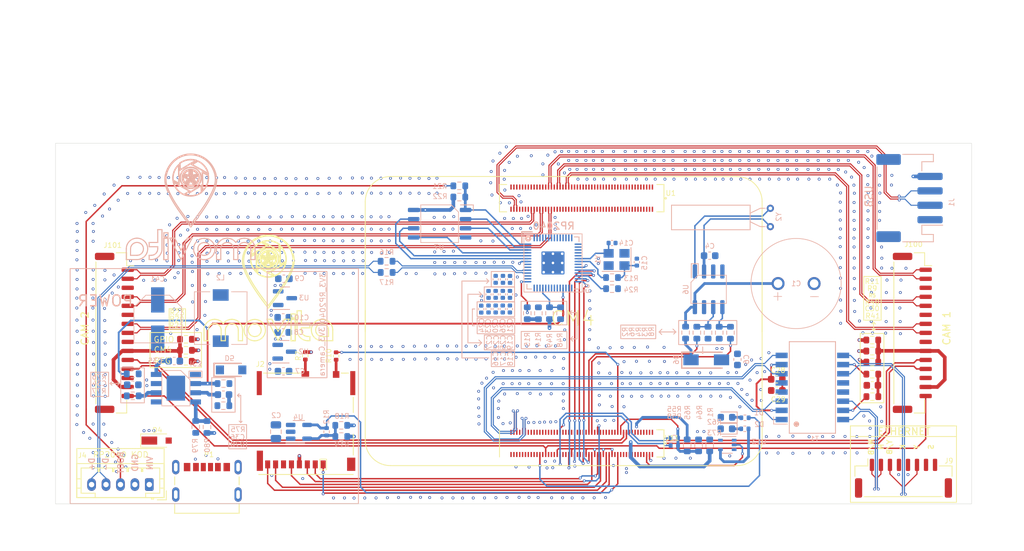
<source format=kicad_pcb>
(kicad_pcb (version 20240108) (generator "pcbnew") (generator_version "8.0")
  (title_block (title "KSS-E") (date "2020-07-13") (rev "REV1") (company "SmartEQ Bilisim"))
  (layers (0 "F.Cu" jumper) (1 "In1.Cu" signal) (2 "In2.Cu" signal) (3 "In3.Cu" signal) (4 "In4.Cu" signal) (31 "B.Cu" signal) (34 "B.Paste" user) (35 "F.Paste" user) (36 "B.SilkS" user "B.Silkscreen") (37 "F.SilkS" user "F.Silkscreen") (38 "B.Mask" user) (39 "F.Mask" user) (44 "Edge.Cuts" user))
  (net 0 "")
  (net 1 "GND")
  (net 2 "TRD1_P")
  (net 3 "TRD1_N")
  (net 4 "Net-(U6-VDD)")
  (net 5 "Net-(T1-CT1)")
  (net 6 "/CM4/GPIO3")
  (net 7 "/CM4/GPIO2")
  (net 8 "Net-(T1-CT3)")
  (net 9 "Net-(T1-CT4)")
  (net 10 "/CM4/SCL0")
  (net 11 "/CM4/SDA0")
  (net 12 "Net-(J100-Pin_10)")
  (net 13 "/CM4/PCIE_RX_N")
  (net 14 "/CM4/PCIE_RX_P")
  (net 15 "/CM4/PCIE_nRST")
  (net 16 "/CM4/PCIE_CLK_nREQ")
  (net 17 "/CM4/PCIE_CLK_N")
  (net 18 "/CM4/PCIE_CLK_P")
  (net 19 "/CM4/GPIO_VREF")
  (net 20 "/CM4/ID_SC")
  (net 21 "/CM4/ID_SD")
  (net 22 "/CM4/GPIO26")
  (net 23 "/CM4/GPIO19")
  (net 24 "/CM4/GPIO6")
  (net 25 "Net-(U11-PI_nLED_Activity)")
  (net 26 "/CM4/GPIO18")
  (net 27 "/CM4/+1.8v")
  (net 28 "/CM4/Reserved")
  (net 29 "/CM4/SD_PWR_ON")
  (net 30 "/CM4/USB2_N")
  (net 31 "/CM4/USB2_P")
  (net 32 "/CM4/GPIO25")
  (net 33 "/CM4/GPIO24")
  (net 34 "/CM4/GPIO15")
  (net 35 "/CM4/GPIO14")
  (net 36 "/CM4/nPWR_LED")
  (net 37 "/CM4/USBOTG_ID")
  (net 40 "/CM4/TV_OUT")
  (net 41 "/CM4/CAM1_D0_N")
  (net 42 "/CM4/CAM1_D0_P")
  (net 43 "/CM4/CAM1_D1_N")
  (net 44 "/CM4/CAM1_D1_P")
  (net 45 "/CM4/CAM1_C_N")
  (net 46 "/CM4/CAM1_C_P")
  (net 47 "/CM4/CAM0_D0_P")
  (net 48 "/CM4/CAM1_D2_N")
  (net 49 "/CM4/CAM0_D1_N")
  (net 50 "/CM4/CAM1_D2_P")
  (net 51 "/CM4/CAM0_D1_P")
  (net 52 "/CM4/CAM1_D3_N")
  (net 53 "/CM4/CAM0_C_N")
  (net 54 "/CM4/CAM1_D3_P")
  (net 55 "/CM4/CAM0_C_P")
  (net 56 "/CM4/HDMI1_HOTPLUG")
  (net 57 "/CM4/HDMI1_SDA")
  (net 58 "/CM4/HDMI1_D2_P")
  (net 59 "/CM4/HDMI1_SCL")
  (net 60 "/CM4/HDMI1_D2_N")
  (net 61 "/CM4/HDMI1_CEC")
  (net 62 "/CM4/HDMI0_CEC")
  (net 63 "/CM4/HDMI1_D1_P")
  (net 64 "/CM4/HDMI0_HOTPLUG")
  (net 65 "/CM4/HDMI1_D1_N")
  (net 66 "/CM4/DSI0_D0_N")
  (net 67 "/CM4/HDMI1_D0_P")
  (net 68 "/CM4/DSI0_D0_P")
  (net 69 "/CM4/HDMI1_D0_N")
  (net 70 "/CM4/DSI0_D1_N")
  (net 71 "/CM4/HDMI1_CK_P")
  (net 72 "/CM4/DSI0_D1_P")
  (net 73 "/CM4/HDMI1_CK_N")
  (net 74 "/CM4/DSI0_C_N")
  (net 75 "/CM4/HDMI0_D2_P")
  (net 76 "/CM4/DSI0_C_P")
  (net 77 "/CM4/HDMI0_D2_N")
  (net 78 "/CM4/DSI1_D0_N")
  (net 79 "/CM4/HDMI0_D1_P")
  (net 80 "/CM4/DSI1_D0_P")
  (net 81 "/CM4/HDMI0_D1_N")
  (net 82 "/CM4/DSI1_D1_N")
  (net 83 "/CM4/HDMI0_D0_P")
  (net 84 "/CM4/DSI1_D1_P")
  (net 85 "/CM4/HDMI0_D0_N")
  (net 86 "/CM4/DSI1_C_N")
  (net 87 "/CM4/HDMI0_CK_P")
  (net 88 "/CM4/DSI1_C_P")
  (net 89 "/CM4/HDMI0_CK_N")
  (net 90 "/CM4/DSI1_D2_N")
  (net 91 "/CM4/DSI1_D3_N")
  (net 92 "/CM4/DSI1_D2_P")
  (net 93 "/CM4/DSI1_D3_P")
  (net 94 "/CM4/HDMI0_SDA")
  (net 95 "/CM4/HDMI0_SCL")
  (net 96 "/CM4/TRD3_P")
  (net 97 "/CM4/TRD3_N")
  (net 98 "/CM4/TRD2_N")
  (net 99 "/CM4/TRD2_P")
  (net 100 "/CM4/ETH_LEDY")
  (net 101 "/CM4/SYNC_IN")
  (net 102 "/CM4/ETH_LEDG")
  (net 103 "/CM4/SYNC_OUT")
  (net 105 "/CM4/EEPROM_nWP")
  (net 106 "/CM4/GPIO21")
  (net 107 "/CM4/GPIO20")
  (net 108 "/CM4/GPIO13")
  (net 109 "/CM4/GPIO16")
  (net 110 "/CM4/GPIO12")
  (net 111 "/CM4/GPIO5")
  (net 112 "/CM4/GPIO7")
  (net 113 "/CM4/GPIO11")
  (net 114 "/CM4/GPIO8")
  (net 115 "/CM4/GPIO9")
  (net 116 "/CM4/GPIO10")
  (net 117 "/CM4/GPIO22")
  (net 118 "/CM4/GPIO23")
  (net 119 "/CM4/GPIO27")
  (net 120 "/CM4/GPIO17")
  (net 121 "/CM4/GPIO4")
  (net 122 "/CM4/SD_CLK")
  (net 123 "/CM4/SD_DAT3")
  (net 124 "/CM4/SD_CMD")
  (net 125 "/CM4/SD_DAT0")
  (net 127 "/CM4/SD_DAT1")
  (net 129 "/CM4/SD_DAT2")
  (net 133 "/CM4/WL_nDis")
  (net 134 "/CM4/BT_nDis")
  (net 135 "/CM4/RUN_PG")
  (net 136 "/CM4/nRPIBOOT")
  (net 137 "/CM4/AIN1")
  (net 138 "/CM4/AIN0")
  (net 139 "/CM4/CAM_GPIO")
  (net 140 "/CM4/GLOBAL_EN")
  (net 141 "/CM4/nEXTRST")
  (net 144 "RX_P")
  (net 145 "RX_N")
  (net 148 "TRD0_N")
  (net 149 "TRD0_P")
  (net 150 "TX_N")
  (net 151 "TX_P")
  (net 152 "Net-(J101-Pin_10)")
  (net 153 "/CM4/CM4_+3.3v")
  (net 154 "/CM4/PCIE_TX_N")
  (net 155 "/CM4/PCIE_TX_P")
  (net 156 "/CM4/CAM0_D0_N")
  (net 157 "/CM4/SD_PWR")
  (net 158 "Net-(U6-OSCO)")
  (net 159 "/CM4/3.3V_Sensor")
  (net 160 "/Power Unit/VIN")
  (net 161 "/Power Unit/+3V3")
  (net 162 "/RP2040/XIN")
  (net 163 "Net-(C15-Pad1)")
  (net 164 "+1V1")
  (net 165 "Net-(C28-Pad2)")
  (net 166 "Net-(C30-Pad1)")
  (net 167 "Net-(IC3-BST)")
  (net 168 "Net-(IC3-SW)")
  (net 169 "Net-(IC3-COMP)")
  (net 170 "Net-(C36-Pad1)")
  (net 171 "Net-(D1-K)")
  (net 172 "Net-(D2-K)")
  (net 173 "/CM4/+5V")
  (net 174 "/RP2040/USB_RP2040_D+")
  (net 175 "/RP2040/~{USB_BOOT}")
  (net 176 "/RP2040/USB_RP2040_D-")
  (net 177 "VRAW")
  (net 178 "Net-(R1-Pad2)")
  (net 179 "Net-(D6-Pad1)")
  (net 180 "/CM4/CM4_PCF_SDA")
  (net 181 "/CM4/CM4_PCF_SCL")
  (net 182 "Net-(J2-DET_A)")
  (net 183 "Net-(J2-DET_B)")
  (net 184 "Net-(U4-IN)")
  (net 185 "/RP2040/XOUT")
  (net 186 "ADC_VREF")
  (net 187 "Net-(U5-ADC_AVDD)")
  (net 188 "/RP2040/USB_D+")
  (net 189 "/RP2040/USB_D-")
  (net 190 "/RP2040/QSPI_SS")
  (net 191 "/RP2040/RUN")
  (net 192 "Net-(U5-RUN)")
  (net 193 "/RP2040/GPIO27_ADC1")
  (net 194 "Net-(R73-Pad2)")
  (net 195 "/RP2040/GPIO21")
  (net 196 "Net-(IC3-FREQ)")
  (net 197 "Net-(IC3-FB)")
  (net 199 "/RP2040/GPIO29_ADC3")
  (net 200 "/RP2040/GPIO18")
  (net 201 "/RP2040/QSPI_SD1")
  (net 202 "/RP2040/GPIO26_ADC0")
  (net 203 "/RP2040/GPIO15")
  (net 204 "/RP2040/GPIO12")
  (net 205 "/RP2040/GPIO11")
  (net 206 "/RP2040/GPIO8")
  (net 207 "/RP2040/GPIO5")
  (net 208 "/RP2040/GPIO20")
  (net 209 "/RP2040/GPIO6")
  (net 210 "/RP2040/QSPI_SD2")
  (net 211 "/RP2040/GPIO13")
  (net 212 "/RP2040/GPIO9")
  (net 213 "/RP2040/GPIO0")
  (net 214 "/RP2040/GPIO24")
  (net 215 "/RP2040/QSPI_SD3")
  (net 216 "/RP2040/GPIO4")
  (net 217 "/RP2040/GPIO23")
  (net 218 "/RP2040/GPIO22")
  (net 219 "/RP2040/GPIO19")
  (net 220 "/RP2040/QSPI_SCLK")
  (net 221 "/RP2040/GPIO25")
  (net 222 "/RP2040/QSPI_SD0")
  (net 223 "/RP2040/GPIO1")
  (net 224 "/RP2040/GPIO28_ADC2")
  (net 225 "/RP2040/GPIO14")
  (net 226 "/RP2040/GPIO2")
  (net 227 "/RP2040/GPIO10")
  (net 228 "/RP2040/GPIO7")
  (net 229 "/RP2040/GPIO3")
  (net 231 "Net-(U6-OSCI)")
  (footprint "Capacitor_SMD:C_0603_1608Metric" (layer "F.Cu") (at 208.958767 115.21919)
    (property "Reference" "C28")
    (property "Value" "0.01uF")
  )
  (footprint "Footprint Library:2SS100LW" (layer "F.Cu") (at 122.993767 123.71419)
    (property "Reference" "D4")
    (property "Value" "2SS100L-W" (hide yes))
  )
  (footprint "Connector_JST:JST_PH_B5B-PH-K_1x05_P2.00mm_Vertical" (layer "F.Cu") (at 121.973767 129.81419 180)
    (property "Reference" "J4")
    (property "Value" "JST_PH_B5B-PH-K_1x05_P2.00mm_Vertical")
  )
  (footprint "Capacitor_SMD:C_0603_1608Metric" (layer "F.Cu") (at 222.218767 116.05419 180)
    (property "Reference" "C30")
    (property "Value" "1000pF")
  )
  (footprint "Resistor_SMD:R_0603_1608Metric" (layer "F.Cu") (at 222.203767 112.83419)
    (property "Reference" "R5")
    (property "Value" "DNP" (hide yes))
  )
  (footprint "Footprint Library:TYPE-C 6P(073)" (layer "F.Cu") (at 127.213767 127.38919)
    (property "Reference" "P1")
    (property "Value" "TYPE-C 6P(073)")
  )
  (footprint "Resistor_SMD:R_0603_1608Metric" (layer "F.Cu") (at 127.053767 109.67419 180)
    (property "Reference" "R23")
    (property "Value" "DNP")
  )
  (footprint "CM4_UnitA:DF40C-100DS-0.4V_CM4_Unit_A" (layer "F.Cu") (at 193.561367 124.122458 90)
    (property "Reference" "U11")
    (property "Value" "DF40C-100DS-0.4V" (hide yes))
  )
  (footprint "Footprint Library:SDCARD_MOLEX_503398-1892" (layer "F.Cu") (at 143.703767 121.38919 180)
    (property "Reference" "J2")
    (property "Value" "Micro_SD_Card_Det")
  )
  (footprint "Resistor_SMD:R_0402_1005Metric" (layer "F.Cu") (at 143.603767 111.96419 -90)
    (property "Reference" "R7")
    (property "Value" "DNP")
  )
  (footprint "Capacitor_SMD:C_0603_1608Metric" (layer "F.Cu") (at 208.968767 116.76919 180)
    (property "Reference" "C29")
    (property "Value" "0.01uF")
  )
  (footprint "Resistor_SMD:R_0603_1608Metric" (layer "F.Cu") (at 222.208767 114.50419 180)
    (property "Reference" "R40")
    (property "Value" "75R")
  )
  (footprint "Footprint Library:JST_1x8_1MP_P1.25mm_Vertical" (layer "F.Cu") (at 230.903767 127.08419)
    (property "Reference" "J9")
    (property "Value" "JST_1x8-1MP_P1.25mm_Vertical")
  )
  (footprint "Resistor_SMD:R_0603_1608Metric" (layer "F.Cu") (at 222.203767 111.30419)
    (property "Reference" "R9")
    (property "Value" "DNP")
  )
  (footprint "Resistor_SMD:R_0603_1608Metric" (layer "F.Cu") (at 222.218767 117.62419 180)
    (property "Reference" "R41")
    (property "Value" "75R")
  )
  (footprint "Cam_Tracker_V3.1:JST_1x15-1MP_P1.25mm_Horizontal" (layer "F.Cu") (at 117.133767 108.78419 -90)
    (property "Reference" "J101")
    (property "Value" "JST_1x15-1MP_P1.25mm_Vertical" (hide yes))
  )
  (footprint "Resistor_SMD:R_0603_1608Metric" (layer "F.Cu") (at 222.203767 109.77419)
    (property "Reference" "R11")
    (property "Value" "0R")
  )
  (footprint "Cam_Tracker_V3.1:JST_1x15-1MP_P1.25mm_Horizontal" (layer "F.Cu") (at 227.753767 108.78419 -90)
    (property "Reference" "J100")
    (property "Value" "JST_1x15-1MP_P1.25mm_Vertical" (hide yes))
  )
  (footprint "CM4_UnitB:DF40C-100DS-0.4V_CM4_Unit_B" (layer "F.Cu") (at 193.561367 90.122458 90)
    (property "Reference" "U1")
    (property "Value" "DF40C-100DS-0.4V" (hide yes))
  )
  (footprint "Resistor_SMD:R_0603_1608Metric" (layer "F.Cu") (at 127.038767 112.72419 180)
    (property "Reference" "R25")
    (property "Value" "DNP")
  )
  (footprint "Resistor_SMD:R_0402_1005Metric" (layer "F.Cu") (at 147.873767 111.99419 -90)
    (property "Reference" "R10")
    (property "Value" "DNP")
  )
  (footprint "Resistor_SMD:R_0603_1608Metric" (layer "F.Cu") (at 127.053767 111.20419 180)
    (property "Reference" "R20")
    (property "Value" "0R")
  )
  (footprint "Resistor_SMD:R_0603_1608Metric" (layer "B.Cu") (at 164.953767 88.40419 180)
    (property "Reference" "R21")
    (property "Value" "1K")
  )
  (footprint "Resistor_SMD:R_0402_1005Metric" (layer "B.Cu") (at 194.763142 123.362315 180)
    (property "Reference" "R55")
    (property "Value" "2.2K 1%")
  )
  (footprint "Capacitor_SMD:C_0805_2012Metric" (layer "B.Cu") (at 139.528767 122.48419 90)
    (property "Reference" "C2")
    (property "Value" "10u")
  )
  (footprint "Capacitor_SMD:C_0402_1005Metric" (layer "B.Cu") (at 186.131603 96.32419)
    (property "Reference" "C14")
    (property "Value" "27pF")
  )
  (footprint "Footprint Library:SS14" (layer "B.Cu") (at 199.188767 112.51919)
    (property "Reference" "D6")
    (property "Value" "SS14" (hide yes))
  )
  (footprint "Resistor_SMD:R_0603_1608Metric" (layer "B.Cu") (at 154.878767 100.40419)
    (property "Reference" "R17")
    (property "Value" "27R")
  )
  (footprint "Resistor_SMD:R_0603_1608Metric" (layer "B.Cu") (at 154.868767 98.85419)
    (property "Reference" "R16")
    (property "Value" "27R")
  )
  (footprint "Capacitor_SMD:C_0603_1608Metric" (layer "B.Cu") (at 140.531267 108.71669 180)
    (property "Reference" "C8")
    (property "Value" "10uF")
  )
  (footprint "LED_SMD:LED_0603_1608Metric" (layer "B.Cu") (at 201.993767 120.48419 180)
    (property "Reference" "D1")
    (property "Value" "LED Green")
  )
  (footprint "Resistor_SMD:R_0603_1608Metric" (layer "B.Cu") (at 175.916603 106.06669 -90)
    (property "Reference" "R14")
    (property "Value" "200R")
  )
  (footprint "Resistor_SMD:R_0603_1608Metric" (layer "B.Cu") (at 199.663142 124.382315 -90)
    (property "Reference" "R1")
    (property "Value" "0R")
  )
  (footprint "Capacitor_SMD:C_0402_1005Metric" (layer "B.Cu") (at 167.993767 105.48919 -90)
    (property "Reference" "C24")
    (property "Value" "100nF")
  )
  (footprint "Package_TO_SOT_SMD:SOT-23" (layer "B.Cu") (at 140.716267 111.39419)
    (property "Reference" "U2")
    (property "Value" "TLV76033DBZT")
  )
  (footprint "Resistor_SMD:R_0603_1608Metric" (layer "B.Cu") (at 174.376603 106.05669 90)
    (property "Reference" "R15")
    (property "Value" "1R")
  )
  (footprint "Resistor_SMD:R_0603_1608Metric" (layer "B.Cu") (at 178.986603 106.06169 -90)
    (property "Reference" "R48")
    (property "Value" "1K")
  )
  (footprint "Resistor_SMD:R_0603_1608Metric" (layer "B.Cu") (at 132.243767 118.87419 180)
    (property "Reference" "R78")
    (property "Value" "100K")
  )
  (footprint "Capacitor_SMD:C_0402_1005Metric" (layer "B.Cu") (at 171.963767 105.46919 -90)
    (property "Reference" "C21")
    (property "Value" "100nF")
  )
  (footprint "Resistor_SMD:R_0603_1608Metric" (layer "B.Cu") (at 119.678767 117.51419 180)
    (property "Reference" "R77")
    (property "Value" "200K")
  )
  (footprint "Capacitor_SMD:C_0603_1608Metric" (layer "B.Cu") (at 140.543767 106.63419 180)
    (property "Reference" "C10")
    (property "Value" "10uF")
  )
  (footprint "Resistor_SMD:R_0603_1608Metric" (layer "B.Cu") (at 129.973767 121.83419 -90)
    (property "Reference" "R80")
    (property "Value" "210K")
  )
  (footprint "Footprint Library:CDRH74NP100MCB" (layer "B.Cu") (at 131.873767 106.73419 180)
    (property "Reference" "L2")
    (property "Value" "CDRH74NP-100MC-B" (hide yes))
  )
  (footprint "Capacitor_SMD:C_0402_1005Metric" (layer "B.Cu") (at 189.563767 98.97419 90)
    (property "Reference" "C15")
    (property "Value" "27pF")
  )
  (footprint "Resistor_SMD:R_0603_1608Metric" (layer "B.Cu") (at 196.543142 124.382315 -90)
    (property "Reference" "R65")
    (property "Value" "DNP")
  )
  (footprint "H1102NL:H1102NL" (layer "B.Cu") (at 213.903767 116.35419 90)
    (property "Reference" "T1")
    (property "Value" "H1102NL" (hide yes))
  )
  (footprint "Capacitor_SMD:C_0603_1608Metric" (layer "B.Cu") (at 203.513767 112.46419 -90)
    (property "Reference" "C6")
    (property "Value" "100nF")
  )
  (footprint "Capacitor_SMD:C_0402_1005Metric" (layer "B.Cu") (at 171.983767 101.36919 -90)
    (property "Reference" "C18")
    (property "Value" "1uF")
  )
  (footprint "Capacitor_SMD:C_0603_1608Metric" (layer "B.Cu") (at 125.433767 112.68419 180)
    (property "Reference" "C35")
    (property "Value" "100nF")
  )
  (footprint "Crystal:Crystal_SMD_3225-4Pin_3.2x2.5mm" (layer "B.Cu") (at 186.751603 98.60419 180)
    (property "Reference" "Y1")
    (property "Value" "CRYSTAL 12MHz")
  )
  (footprint "Package_TO_SOT_SMD:SOT-23-5" (layer "B.Cu") (at 142.711267 122.49419)
    (property "Reference" "U4")
    (property "Value" "RT9742GGJ5")
  )
  (footprint "Capacitor_SMD:C_0402_1005Metric" (layer "B.Cu") (at 170.983767 103.44169 90)
    (property "Reference" "C25")
    (property "Value" "100nF")
  )
  (footprint "Resistor_SMD:R_0402_1005Metric" (layer "B.Cu") (at 194.763142 124.392315 180)
    (property "Reference" "R58")
    (property "Value" "2.2K 1%")
  )
  (footprint "Resistor_SMD:R_0603_1608Metric" (layer "B.Cu") (at 200.983767 108.75919 90)
    (property "Reference" "R3")
    (property "Value" "4.7K")
  )
  (footprint "RP2040_minimal:RP2040-QFN-56" (layer "B.Cu") (at 177.936603 99.08919 -90)
    (property "Reference" "U5")
    (property "Value" "RP2040")
  )
  (footprint "Capacitor_SMD:C_0402_1005Metric" (layer "B.Cu") (at 169.993767 103.44169 90)
    (property "Reference" "C22")
    (property "Value" "100nF")
  )
  (footprint "LED_SMD:LED_0603_1608Metric" (layer "B.Cu") (at 201.981267 122.08419 180)
    (property "Reference" "D2")
    (property "Value" "LED Red")
  )
  (footprint "Resistor_SMD:R_0603_1608Metric" (layer "B.Cu") (at 186.121603 101.11419)
    (property "Reference" "R13")
    (property "Value" "1K")
  )
  (footprint "Footprint Library:SuperCapacitor" (layer "B.Cu") (at 211.643767 101.94419)
    (property "Reference" "C1")
    (property "Value" "SE-5R5 D224VYV (C-Type)")
  )
  (footprint "Package_TO_SOT_SMD:SOT-23" (layer "B.Cu") (at 140.781267 103.97419)
    (property "Reference" "U3")
    (property "Value" "TLV76033DBZT")
  )
  (footprint "Resistor_SMD:R_0402_1005Metric" (layer "B.Cu") (at 204.533767 122.08419)
    (property "Reference" "R73")
    (property "Value" "1K")
  )
  (footprint "Capacitor_SMD:C_0402_1005Metric" (layer "B.Cu") (at 169.003767 105.46919 -90)
    (property "Reference" "C23")
    (property "Value" "100nF")
  )
  (footprint "Resistor_SMD:R_0603_1608Metric" (layer "B.Cu") (at 132.258767 115.81419)
    (property "Reference" "R75")
    (property "Value" "2.2K")
  )
  (footprint "Resistor_SMD:R_0603_1608Metric" (layer "B.Cu") (at 128.413767 121.81919 -90)
    (property "Reference" "R79")
    (property "Value" "40.2K")
  )
  (footprint "Resistor_SMD:R_0603_1608Metric" (layer "B.Cu") (at 199.433767 108.75919 90)
    (property "Reference" "R4")
    (property "Value" "4.7K")
  )
  (footprint "Resistor_SMD:R_0603_1608Metric" (layer "B.Cu") (at 164.953767 89.95419)
    (property "Reference" "R22")
    (property "Value" "DNP")
  )
  (footprint "Capacitor_SMD:C_0402_1005Metric" (layer "B.Cu") (at 171.973767 103.44169 90)
    (property "Reference" "C19")
    (property "Value" "1uF")
  )
  (footprint "Resistor_SMD:R_0603_1608Metric" (layer "B.Cu") (at 197.883767 108.75419 -90)
    (property "Reference" "R6")
    (property "Value" "0R")
  )
  (footprint "Resistor_SMD:R_0402_1005Metric" (layer "B.Cu") (at 204.553767 120.55419)
    (property "Reference" "R62")
    (property "Value" "1K")
  )
  (footprint "Resistor_SMD:R_0603_1608Metric" (layer "B.Cu") (at 202.543767 108.75919 -90)
    (property "Reference" "R8")
    (property "Value" "0R")
  )
  (footprint "Resistor_SMD:R_0402_1005Metric" (layer "B.Cu") (at 146.553767 122.49419 90)
    (property "Reference" "R12")
    (property "Value" "12K 1%")
  )
  (footprint "Footprint Library:MP1584N" (layer "B.Cu") (at 125.661767 116.44919 180)
    (property "Reference" "IC3")
    (property "Value" "MP1584EN" (hide yes))
  )
  (footprint "Connector_JST:JST_PH_S4B-PH-SM4-TB_1x04-1MP_P2.00mm_Horizontal" (layer "B.Cu") (at 227.363767 90.09419 90)
    (property "Reference" "J1")
    (property "Value" "JST_PH_S4B-PH-SM4-TB_1x04-1MP_P2.00mm_Horizontal_Right Angle ")
  )
  (footprint "Capacitor_SMD:C_0402_1005Metric" (layer "B.Cu") (at 169.993767 101.35919 -90)
    (property "Reference" "C16")
    (property "Value" "100nF")
  )
  (footprint "Capacitor_SMD:C_0603_1608Metric" (layer "B.Cu") (at 199.658767 98.08419)
    (property "Reference" "C4")
    (property "Value" "22pF")
  )
  (footprint "Package_SO:SOIC-8_3.9x4.9mm_P1.27mm" (layer "B.Cu") (at 199.518767 102.74419 -90)
    (property "Reference" "U6")
    (property "Value" "PCF8563T")
  )
  (footprint "Capacitor_SMD:C_0603_1608Metric" (layer "B.Cu") (at 140.581267 114.10669 180)
    (property "Reference" "C7")
    (property "Value" "10uF")
  )
  (footprint "Capacitor_SMD:C_0603_1608Metric" (layer "B.Cu") (at 140.631267 101.27419 180)
    (property "Reference" "C9")
    (property "Value" "10uF")
  )
  (footprint "Resistor_SMD:R_0603_1608Metric" (layer "B.Cu") (at 196.323767 108.74419 90)
    (property "Reference" "R2")
    (property "Value" "150R")
  )
  (footprint "Capacitor_SMD:C_0603_1608Metric" (layer "B.Cu") (at 119.683767 115.98419)
    (property "Reference" "C34")
    (property "Value" "10uF")
  )
  (footprint "Package_SO:SOIC-8_5.23x5.23mm_P1.27mm" (layer "B.Cu") (at 162.223767 93.64919 180)
    (property "Reference" "U7")
    (property "Value" "W25Q128JVS")
  )
  (footprint "Capacitor_SMD:C_0603_1608Metric" (layer "B.Cu") (at 132.253767 117.34419 180)
    (property "Reference" "C36")
    (property "Value" "150pF")
  )
  (footprint "Capacitor_SMD:C_0402_1005Metric" (layer "B.Cu") (at 171.003767 101.35919 -90)
    (property "Reference" "C17")
    (property "Value" "100nF")
  )
  (footprint "Capacitor_SMD:C_0402_1005Metric" (layer "B.Cu") (at 170.973767 105.46919 -90)
    (property "Reference" "C26")
    (property "Value" "100nF")
  )
  (footprint "Capacitor_SMD:C_0402_1005Metric" (layer "B.Cu") (at 169.993767 105.46919 -90)
    (property "Reference" "C20")
    (property "Value" "100nF")
  )
  (footprint "Resistor_SMD:R_0603_1608Metric" (layer "B.Cu") (at 186.126603 102.65419)
    (property "Reference" "R24")
    (property "Value" "0R")
  )
  (footprint "Resistor_SMD:R_0603_1608Metric" (layer "B.Cu") (at 198.123142 124.382315 -90)
    (property "Reference" "R64")
    (property "Value" "0R")
  )
  (footprint "Crystal:Crystal_AT310_D3.0mm_L10.0mm_Horizontal" (layer "B.Cu") (at 208.073767 94.05419 -90)
    (property "Reference" "Y2")
    (property "Value" "CRYSTAL 32.7680KHZ 12.5PF TH")
  )
  (footprint "Footprint Library:SS34FA" (layer "B.Cu") (at 133.318767 113.91419)
    (property "Reference" "D5")
    (property "Value" "SS34FA" (hide yes))
  )
  (footprint "Resistor_SMD:R_0603_1608Metric" (layer "B.Cu") (at 148.593767 123.15419 180)
    (property "Reference" "R19")
    (property "Value" "DNP")
  )
  (footprint "Resistor_SMD:R_0603_1608Metric" (layer "B.Cu") (at 148.583767 121.60419 180)
    (property "Reference" "R18")
    (property "Value" "0R")
  )
  (footprint "Package_TO_SOT_SMD:SOT-353_SC-70-5" (layer "B.Cu") (at 202.103767 124.31419 180)
    (property "Reference" "U13")
    (property "Value" "74LVC1G07SE-7")
  )
  (footprint "Resistor_SMD:R_0603_1608Metric" (layer "B.Cu") (at 177.456603 106.05669 90)
    (property "Reference" "R49")
    (property "Value" "10K")
  )
  (footprint "Footprint Library:CAPAE660X550N" (layer "B.Cu") (at 123.143767 106.86419 -90)
    (property "Reference" "C41")
    (property "Value" "100uF" (hide yes))
  )
  (footprint "Resistor_SMD:R_0603_1608Metric" (layer "B.Cu") (at 119.673767 114.46419 180)
    (property "Reference" "R76")
    (property "Value" "100K")
  )
  (footprint "Capacitor_SMD:C_0402_1005Metric" (layer "B.Cu") (at 169.003767 103.45169 90)
    (property "Reference" "C27")
    (property "Value" "100nF")
  )
  (gr_circle (center 127.423948 87.199723) (end 127.384948 87.199723) (stroke (width 0.15)) (fill none) (layer "B.SilkS"))
  (gr_line (start 165.313767 112.25919) (end 165.313767 101.59919) (stroke (width 0.12)) (layer "B.SilkS"))
  (gr_line (start 128.720465 86.934168) (end 128.73025 86.964285) (stroke (width 0.15)) (layer "B.SilkS"))
  (gr_line (start 123.732886 94.467217) (end 123.732886 97.134898) (stroke (width 0.15)) (layer "B.SilkS"))
  (gr_curve (pts (xy 129.405385 89.028523) (xy 129.56743 88.865143) (xy 129.709951 88.677952) (xy 129.826864 88.467813)) (stroke (width 0.15)) (layer "B.SilkS"))
  (gr_curve (pts (xy 133.126278 96.31287) (xy 133.234183 96.359025) (xy 133.32884 96.422913) (xy 133.410251 96.504281)) (stroke (width 0.15)) (layer "B.SilkS"))
  (gr_line (start 134.433767 117.21419) (end 134.203767 117.44419) (stroke (width 0.12)) (layer "B.SilkS"))
  (gr_line (start 180.356603 109.61419) (end 180.663448 109.307345) (stroke (width 0.12)) (layer "B.SilkS"))
  (gr_curve (pts (xy 126.367994 97.339598) (xy 126.302011 97.212032) (xy 126.22605 97.065644) (xy 126.140238 96.90056)) (stroke (width 0.15)) (layer "B.SilkS"))
  (gr_curve (pts (xy 127.736746 89.760719) (xy 128.281102 89.752044) (xy 128.787764 89.573972) (xy 129.181684 89.278388)) (stroke (width 0.15)) (layer "B.SilkS"))
  (gr_curve (pts (xy 125.886071 96.408659) (xy 125.802397 96.245713) (xy 125.72543 96.094923) (xy 125.654877 95.956374)) (stroke (width 0.15)) (layer "B.SilkS"))
  (gr_line (start 128.52212 84.858895) (end 127.683978 85.355557) (stroke (width 0.15)) (layer "B.SilkS"))
  (gr_curve (pts (xy 131.22882 88.28787) (xy 131.108654 88.773245) (xy 130.907628 89.227192) (xy 130.683626 89.670267)) (stroke (width 0.15)) (layer "B.SilkS"))
  (gr_curve (pts (xy 136.635857 97.134898) (xy 136.635857 96.928102) (xy 136.597374 96.735517) (xy 136.520239 96.557185)) (stroke (width 0.15)) (layer "B.SilkS"))
  (gr_curve (pts (xy 131.049389 88.204271) (xy 130.934945 88.666533) (xy 130.743492 89.098864) (xy 130.530157 89.52084)) (stroke (width 0.15)) (layer "B.SilkS"))
  (gr_curve (pts (xy 122.59708 97.963675) (xy 122.487206 98.00983) (xy 122.370456 98.032928) (xy 122.247166 98.032928)) (stroke (width 0.15)) (layer "B.SilkS"))
  (gr_line (start 128.73025 86.964285) (end 128.115551 87.164012) (stroke (width 0.15)) (layer "B.SilkS"))
  (gr_curve (pts (xy 126.245386 85.273914) (xy 126.248799 85.36874) (xy 126.268417 85.91389) (xy 126.276731 86.144937)) (stroke (width 0.15)) (layer "B.SilkS"))
  (gr_curve (pts (xy 127.246238 95.642638) (xy 127.184656 95.761526) (xy 127.114229 95.896931) (xy 127.034998 96.048726)) (stroke (width 0.15)) (layer "B.SilkS"))
  (gr_circle (center 127.7063 86.985609) (end 127.6523 86.985609) (stroke (width 0.15)) (fill none) (layer "B.SilkS"))
  (gr_line (start 127.484277 87.641994) (end 127.104372 88.164888) (stroke (width 0.15)) (layer "B.SilkS"))
  (gr_curve (pts (xy 130.178063 98.518289) (xy 130.358532 98.441322) (xy 130.515903 98.334549) (xy 130.650176 98.198013)) (stroke (width 0.15)) (layer "B.SilkS"))
  (gr_line (start 128.671485 86.802732) (end 127.92998 86.987609) (stroke (width 0.15)) (layer "B.SilkS"))
  (gr_circle (center 127.712476 87.286978) (end 126.524038 87.286978) (stroke (width 0.15)) (fill none) (layer "B.SilkS"))
  (gr_line (start 127.750086 86.895632) (end 127.65842 86.895632) (stroke (width 0.15)) (layer "B.SilkS"))
  (gr_curve (pts (xy 134.258814 97.134898) (xy 134.258814 97.011776) (xy 134.281913 96.896158) (xy 134.328068 96.788253)) (stroke (width 0.15)) (layer "B.SilkS"))
  (gr_arc (start 128.73122 87.185801) (mid 128.680967 87.588079) (end 128.485169 87.943072) (stroke (width 0.15)) (layer "B.SilkS"))
  (gr_curve (pts (xy 135.156845 95.655885) (xy 134.910224 95.655885) (xy 134.684563 95.709754) (xy 134.479863 95.817658)) (stroke (width 0.15)) (layer "B.SilkS"))
  (gr_curve (pts (xy 125.633725 88.57739) (xy 125.913416 89.044479) (xy 126.320962 89.394225) (xy 126.773905 89.587578)) (stroke (width 0.15)) (layer "B.SilkS"))
  (gr_curve (pts (xy 134.328068 96.788253) (xy 134.374265 96.680475) (xy 134.43811 96.585859) (xy 134.519521 96.504281)) (stroke (width 0.15)) (layer "B.SilkS"))
  (gr_curve (pts (xy 128.774843 97.498101) (xy 128.728688 97.388058) (xy 128.70559 97.271476) (xy 128.70559 97.148187)) (stroke (width 0.15)) (layer "B.SilkS"))
  (gr_curve (pts (xy 129.150339 88.407365) (xy 128.818139 88.608715) (xy 127.790307 89.231697) (xy 127.790307 89.231697)) (stroke (width 0.15)) (layer "B.SilkS"))
  (gr_line (start 126.83914 86.762256) (end 127.440107 86.912094) (stroke (width 0.15)) (layer "B.SilkS"))
  (gr_line (start 127.92998 86.987609) (end 127.876672 86.225266) (stroke (width 0.15)) (layer "B.SilkS"))
  (gr_rect (start 169.393767 111.32919) (end 172.613767 113.459189) (stroke (width 0.12)) (fill none) (layer "B.SilkS"))
  (gr_line (start 127.840006 85.459749) (end 128.678425 84.934606) (stroke (width 0.15)) (layer "B.SilkS"))
  (gr_line (start 129.352671 89.154513) (end 129.341621 88.18033) (stroke (width 0.15)) (layer "B.SilkS"))
  (gr_curve (pts (xy 119.219678 96.088342) (xy 119.085405 96.222656) (xy 118.979765 96.378854) (xy 118.90263 96.557185)) (stroke (width 0.15)) (layer "B.SilkS"))
  (gr_line (start 124.822998 95.642638) (end 125.489793 95.642638) (stroke (width 0.15)) (layer "B.SilkS"))
  (gr_curve (pts (xy 136.520239 96.557185) (xy 136.443272 96.378854) (xy 136.337674 96.222656) (xy 136.203401 96.088342)) (stroke (width 0.15)) (layer "B.SilkS"))
  (gr_line (start 168.033767 103.42919) (end 166.143767 103.42919) (stroke (width 0.12)) (layer "B.SilkS"))
  (gr_line (start 121.956654 96.837846) (end 121.956654 96.250156) (stroke (width 0.15)) (layer "B.SilkS"))
  (gr_line (start 198.693767 111.61419) (end 198.523767 111.44419) (stroke (width 0.12)) (layer "B.SilkS"))
  (gr_curve (pts (xy 125.358875 87.932024) (xy 125.419344 88.154048) (xy 125.510196 88.371071) (xy 125.633725 88.57739)) (stroke (width 0.15)) (layer "B.SilkS"))
  (gr_curve (pts (xy 128.52212 84.858895) (xy 128.257029 84.772403) (xy 127.974591 84.72711) (xy 127.68166 84.731764)) (stroke (width 0.15)) (layer "B.SilkS"))
  (gr_line (start 126.90495 89.693406) (end 127.743092 89.196745) (stroke (width 0.15)) (layer "B.SilkS"))
  (gr_circle (center 127.712476 87.286978) (end 126.572476 87.286978) (stroke (width 0.15)) (fill none) (layer "B.SilkS"))
  (gr_curve (pts (xy 125.654877 95.956374) (xy 125.584618 95.817658) (xy 125.529408 95.713023) (xy 125.489793 95.642638)) (stroke (width 0.15)) (layer "B.SilkS"))
  (gr_arc (start 126.83914 86.762256) (mid 127.116253 86.466349) (end 127.483311 86.294236) (stroke (width 0.15)) (layer "B.SilkS"))
  (gr_line (start 123.145197 94.467217) (end 123.732886 94.467217) (stroke (width 0.15)) (layer "B.SilkS"))
  (gr_curve (pts (xy 127.68166 84.731764) (xy 127.113713 84.740815) (xy 126.586798 84.934264) (xy 126.18615 85.253182)) (stroke (width 0.15)) (layer "B.SilkS"))
  (gr_line (start 129.341621 88.18033) (end 129.305197 86.47084) (stroke (width 0.15)) (layer "B.SilkS"))
  (gr_line (start 127.246238 95.642638) (end 127.90666 95.642638) (stroke (width 0.15)) (layer "B.SilkS"))
  (gr_line (start 181.266603 109.61419) (end 181.266603 105.97419) (stroke (width 0.12)) (layer "B.SilkS"))
  (gr_line (start 194.973767 108.65419) (end 194.573767 108.25419) (stroke (width 0.12)) (layer "B.SilkS"))
  (gr_line (start 127.979599 87.613714) (end 128.359504 88.136609) (stroke (width 0.15)) (layer "B.SilkS"))
  (gr_curve (pts (xy 130.432229 96.801501) (xy 130.478552 96.909405) (xy 130.50165 97.025023) (xy 130.50165 97.148187)) (stroke (width 0.15)) (layer "B.SilkS"))
  (gr_curve (pts (xy 128.233308 96.570432) (xy 128.156384 96.748596) (xy 128.1179 96.941349) (xy 128.1179 97.148187)) (stroke (width 0.15)) (layer "B.SilkS"))
  (gr_curve (pts (xy 129.345341 86.224584) (xy 129.345341 86.224584) (xy 129.886999 86.529171) (xy 130.105118 86.651825)) (stroke (width 0.15)) (layer "B.SilkS"))
  (gr_curve (pts (xy 130.788389 86.075652) (xy 131.108498 86.751794) (xy 131.233296 87.461306) (xy 131.049389 88.204271)) (stroke (width 0.15)) (layer "B.SilkS"))
  (gr_curve (pts (xy 121.636336 97.70934) (xy 121.713471 97.528913) (xy 121.751954 97.33746) (xy 121.751954 97.134898)) (stroke (width 0.15)) (layer "B.SilkS"))
  (gr_line (start 126.947765 87.967634) (end 127.275978 87.442384) (stroke (width 0.15)) (layer "B.SilkS"))
  (gr_line (start 126.072336 85.431936) (end 126.083386 86.406118) (stroke (width 0.15)) (layer "B.SilkS"))
  (gr_curve (pts (xy 127.74541 89.820538) (xy 128.313356 89.811487) (xy 128.840272 89.618038) (xy 129.24092 89.29912)) (stroke (width 0.15)) (layer "B.SilkS"))
  (gr_curve (pts (xy 124.48599 89.082948) (xy 124.184738 88.385895) (xy 124.033584 87.674053) (xy 124.195743 86.909082)) (stroke (width 0.15)) (layer "B.SilkS"))
  (gr_arc (start 127.876672 86.225266) (mid 128.343959 86.41781) (end 128.671485 86.802732) (stroke (width 0.15)) (layer "B.SilkS"))
  (gr_curve (pts (xy 130.530157 89.52084) (xy 129.979609 90.610155) (xy 129.300657 91.615084) (xy 128.583767 92.59419)) (stroke (width 0.15)) (layer "B.SilkS"))
  (gr_line (start 128.09629 87.201815) (end 128.067964 87.114635) (stroke (width 0.15)) (layer "B.SilkS"))
  (gr_curve (pts (xy 135.731287 95.771335) (xy 135.550818 95.694369) (xy 135.359239 95.655885) (xy 135.156845 95.655885)) (stroke (width 0.15)) (layer "B.SilkS"))
  (gr_line (start 134.203767 117.44419) (end 134.433767 117.67419) (stroke (width 0.12)) (layer "B.SilkS"))
  (gr_line (start 125.276122 87.823377) (end 126.125314 88.300899) (stroke (width 0.15)) (layer "B.SilkS"))
  (gr_line (start 123.990658 94.900805) (end 124.571808 94.900805) (stroke (width 0.15)) (layer "B.SilkS"))
  (gr_line (start 127.65842 86.189299) (end 127.750086 86.189299) (stroke (width 0.15)) (layer "B.SilkS"))
  (gr_rect (start 173.526603 104.40419) (end 179.86093 107.668516) (stroke (width 0.12)) (fill none) (layer "B.SilkS"))
  (gr_line (start 136.048126 98.62066) (end 136.048126 97.134898) (stroke (width 0.15)) (layer "B.SilkS"))
  (gr_line (start 136.635857 98.62066) (end 136.048126 98.62066) (stroke (width 0.15)) (layer "B.SilkS"))
  (gr_line (start 134.258814 98.62066) (end 133.671083 98.62066) (stroke (width 0.15)) (layer "B.SilkS"))
  (gr_line (start 123.990658 95.655885) (end 124.571808 95.655885) (stroke (width 0.15)) (layer "B.SilkS"))
  (gr_rect (start 132.993767 121.50419) (end 135.463767 124.85419) (stroke (width 0.12)) (fill none) (layer "B.SilkS"))
  (gr_curve (pts (xy 129.60362 98.046217) (xy 129.48033 98.046217) (xy 129.363539 98.023119) (xy 129.253496 97.976922)) (stroke (width 0.15)) (layer "B.SilkS"))
  (gr_line (start 121.956654 98.62066) (end 121.956654 98.032928) (stroke (width 0.15)) (layer "B.SilkS"))
  (gr_line (start 127.304318 87.179654) (end 126.689619 86.979926) (stroke (width 0.15)) (layer "B.SilkS"))
  (gr_line (start 165.313767 101.59919) (end 169.043767 101.59919) (stroke (width 0.12)) (layer "B.SilkS"))
  (gr_curve (pts (xy 129.253496 97.976922) (xy 129.143622 97.930599) (xy 129.047832 97.866879) (xy 128.966296 97.785343)) (stroke (width 0.15)) (layer "B.SilkS"))
  (gr_line (start 128.473148 88.037057) (end 128.068181 87.388975) (stroke (width 0.15)) (layer "B.SilkS"))
  (gr_line (start 128.359504 88.136609) (end 128.333885 88.155221) (stroke (width 0.15)) (layer "B.SilkS"))
  (gr_line (start 127.54828 86.225266) (end 127.494972 86.987609) (stroke (width 0.15)) (layer "B.SilkS"))
  (gr_curve (pts (xy 128.553626 96.10163) (xy 128.417216 96.235903) (xy 128.310443 96.392143) (xy 128.233308 96.570432)) (stroke (width 0.15)) (layer "B.SilkS"))
  (gr_line (start 127.104372 88.164888) (end 127.078753 88.146275) (stroke (width 0.15)) (layer "B.SilkS"))
  (gr_line (start 168.033767 103.42919) (end 167.703767 103.09919) (stroke (width 0.12)) (layer "B.SilkS"))
  (gr_curve (pts (xy 129.395498 88.156916) (xy 129.395498 88.156916) (xy 129.402547 88.778299) (xy 129.405385 89.028523)) (stroke (width 0.15)) (layer "B.SilkS"))
  (gr_line (start 127.95398 87.632327) (end 127.979599 87.613714) (stroke (width 0.15)) (layer "B.SilkS"))
  (gr_curve (pts (xy 125.542007 86.09623) (xy 125.265872 86.592611) (xy 125.169946 87.145658) (xy 125.245813 87.652088)) (stroke (width 0.15)) (layer "B.SilkS"))
  (gr_circle (center 127.540331 87.534421) (end 127.501331 87.534421) (stroke (width 0.15)) (fill none) (layer "B.SilkS"))
  (gr_curve (pts (xy 130.650176 96.10163) (xy 130.515903 95.967358) (xy 130.358532 95.861717) (xy 130.178063 95.784582)) (stroke (width 0.15)) (layer "B.SilkS"))
  (gr_rect (start 138.323767 107.73419) (end 146.603767 115.00419) (stroke (width 0.12)) (fill none) (layer "B.SilkS"))
  (gr_circle (center 127.712476 87.286978) (end 127.605876 87.286978) (stroke (width 0.15)) (fill none) (layer "B.SilkS"))
  (gr_line (start 127.72539 87.656793) (end 128.216611 88.242207) (stroke (width 0.15)) (layer "B.SilkS"))
  (gr_curve (pts (xy 132.779634 96.243617) (xy 132.902923 96.243617) (xy 133.018541 96.266673) (xy 133.126278 96.31287)) (stroke (width 0.15)) (layer "B.SilkS"))
  (gr_curve (pts (xy 130.131622 86.975294) (xy 130.047793 86.930836) (xy 129.565871 86.675251) (xy 129.361621 86.566928)) (stroke (width 0.15)) (layer "B.SilkS"))
  (gr_curve (pts (xy 130.50165 97.148187) (xy 130.50165 97.271476) (xy 130.478552 97.388058) (xy 130.432229 97.498101)) (stroke (width 0.15)) (layer "B.SilkS"))
  (gr_curve (pts (xy 128.966296 97.785343) (xy 128.884886 97.703974) (xy 128.82104 97.608143) (xy 128.774843 97.498101)) (stroke (width 0.15)) (layer "B.SilkS"))
  (gr_line (start 127.984845 86.912094) (end 128.585814 86.762256) (stroke (width 0.15)) (layer "B.SilkS"))
  (gr_curve (pts (xy 131.40949 96.557185) (xy 131.332523 96.735517) (xy 131.293872 96.928102) (xy 131.293872 97.134898)) (stroke (width 0.15)) (layer "B.SilkS"))
  (gr_line (start 123.990658 95.460827) (end 123.990658 94.900805) (stroke (width 0.15)) (layer "B.SilkS"))
  (gr_line (start 123.990658 98.62066) (end 123.990658 95.655885) (stroke (width 0.15)) (layer "B.SilkS"))
  (gr_curve (pts (xy 129.181684 89.278388) (xy 129.178271 89.183561) (xy 129.158653 88.638411) (xy 129.150339 88.407365)) (stroke (width 0.15)) (layer "B.SilkS"))
  (gr_line (start 126.689619 86.979926) (end 126.699404 86.94981) (stroke (width 0.15)) (layer "B.SilkS"))
  (gr_curve (pts (xy 125.586253 88.614803) (xy 125.878064 89.102134) (xy 126.309054 89.461731) (xy 126.785569 89.649244)) (stroke (width 0.15)) (layer "B.SilkS"))
  (gr_curve (pts (xy 123.075901 97.484854) (xy 123.029579 97.595064) (xy 122.965859 97.690686) (xy 122.884323 97.772054)) (stroke (width 0.15)) (layer "B.SilkS"))
  (gr_curve (pts (xy 128.386653 84.876239) (xy 128.16414 84.817594) (xy 127.930766 84.787762) (xy 127.690324 84.791583)) (stroke (width 0.15)) (layer "B.SilkS"))
  (gr_curve (pts (xy 120.840677 98.505042) (xy 121.021272 98.428075) (xy 121.179817 98.321302) (xy 121.31606 98.184891)) (stroke (width 0.15)) (layer "B.SilkS"))
  (gr_curve (pts (xy 129.830268 86.006459) (xy 129.550578 85.53937) (xy 129.143031 85.189624) (xy 128.690089 84.996272)) (stroke (width 0.15)) (layer "B.SilkS"))
  (gr_line (start 126.11981 88.115609) (end 125.245813 87.652088) (stroke (width 0.15)) (layer "B.SilkS"))
  (gr_curve (pts (xy 121.31606 96.088342) (xy 121.179817 95.954069) (xy 121.021272 95.84847) (xy 120.840677 95.771335)) (stroke (width 0.15)) (layer "B.SilkS"))
  (gr_line (start 127.912076 87.62569) (end 127.986236 87.57181) (stroke (width 0.15)) (layer "B.SilkS"))
  (gr_line (start 130.187872 86.760472) (end 129.33868 86.28295) (stroke (width 0.15)) (layer "B.SilkS"))
  (gr_curve (pts (xy 130.967015 97.722629) (xy 131.044149 97.54216) (xy 131.082633 97.350749) (xy 131.082633 97.148187)) (stroke (width 0.15)) (layer "B.SilkS"))
  (gr_line (start 180.356603 109.61419) (end 180.673053 109.93064) (stroke (width 0.12)) (layer "B.SilkS"))
  (gr_line (start 126.083386 86.406118) (end 126.11981 88.115609) (stroke (width 0.15)) (layer "B.SilkS"))
  (gr_line (start 136.635857 97.134898) (end 136.635857 98.62066) (stroke (width 0.15)) (layer "B.SilkS"))
  (gr_curve (pts (xy 119.635618 96.504281) (xy 119.717154 96.422913) (xy 119.811811 96.359025) (xy 119.919548 96.31287)) (stroke (width 0.15)) (layer "B.SilkS"))
  (gr_curve (pts (xy 128.774843 96.801501) (xy 128.82104 96.693764) (xy 128.884886 96.599106) (xy 128.966296 96.51757)) (stroke (width 0.15)) (layer "B.SilkS"))
  (gr_arc (start 126.753467 86.802732) (mid 127.080971 86.417788) (end 127.54828 86.225266) (stroke (width 0.15)) (layer "B.SilkS"))
  (gr_curve (pts (xy 128.690089 84.996272) (xy 128.609673 85.04664) (xy 128.147368 85.336205) (xy 127.951433 85.458929)) (stroke (width 0.15)) (layer "B.SilkS"))
  (gr_line (start 180.276603 105.97419) (end 180.556603 105.69419) (stroke (width 0.12)) (layer "B.SilkS"))
  (gr_line (start 127.111009 88.206792) (end 127.036849 88.152912) (stroke (width 0.15)) (layer "B.SilkS"))
  (gr_curve (pts (xy 134.519521 96.504281) (xy 134.601057 96.422913) (xy 134.696846 96.359025) (xy 134.806721 96.31287)) (stroke (width 0.15)) (layer "B.SilkS"))
  (gr_curve (pts (xy 129.826864 88.467813) (xy 130.091529 87.992049) (xy 130.190645 87.46423) (xy 130.131622 86.975294)) (stroke (width 0.15)) (layer "B.SilkS"))
  (gr_curve (pts (xy 127.951433 85.458929) (xy 128.291907 85.645947) (xy 129.345341 86.224584) (xy 129.345341 86.224584)) (stroke (width 0.15)) (layer "B.SilkS"))
  (gr_line (start 128.068181 87.388975) (end 128.776739 87.102699) (stroke (width 0.15)) (layer "B.SilkS"))
  (gr_curve (pts (xy 120.616148 96.31287) (xy 120.726359 96.359025) (xy 120.822022 96.422913) (xy 120.903391 96.504281)) (stroke (width 0.15)) (layer "B.SilkS"))
  (gr_line (start 129.33868 86.28295) (end 127.840006 85.459749) (stroke (width 0.15)) (layer "B.SilkS"))
  (gr_line (start 131.881604 97.134898) (end 131.881604 98.62066) (stroke (width 0.15)) (layer "B.SilkS"))
  (gr_line (start 127.234169 88.242207) (end 127.72539 87.656793) (stroke (width 0.15)) (layer "B.SilkS"))
  (gr_line (start 124.571808 95.655885) (end 124.571808 98.62066) (stroke (width 0.15)) (layer "B.SilkS"))
  (gr_curve (pts (xy 132.20188 95.771335) (xy 132.02359 95.84847) (xy 131.866219 95.954069) (xy 131.729808 96.088342)) (stroke (width 0.15)) (layer "B.SilkS"))
  (gr_line (start 127.323579 87.217456) (end 126.651817 86.999187) (stroke (width 0.15)) (layer "B.SilkS"))
  (gr_curve (pts (xy 118.90263 96.557185) (xy 118.825663 96.735517) (xy 118.78718 96.928102) (xy 118.78718 97.134898)) (stroke (width 0.15)) (layer "B.SilkS"))
  (gr_curve (pts (xy 135.156845 96.243617) (xy 135.280134 96.243617) (xy 135.395584 96.266673) (xy 135.503489 96.31287)) (stroke (width 0.15)) (layer "B.SilkS"))
  (gr_curve (pts (xy 128.233308 97.722629) (xy 128.310443 97.903225) (xy 128.417216 98.061602) (xy 128.553626 98.198013)) (stroke (width 0.15)) (layer "B.SilkS"))
  (gr_curve (pts (xy 121.31606 98.184891) (xy 121.452597 98.048481) (xy 121.559369 97.889978) (xy 121.636336 97.70934)) (stroke (width 0.15)) (layer "B.SilkS"))
  (gr_line (start 133.671083 98.62066) (end 133.671083 97.134898) (stroke (width 0.15)) (layer "B.SilkS"))
  (gr_line (start 169.043767 101.59919) (end 168.723767 101.91919) (stroke (width 0.12)) (layer "B.SilkS"))
  (gr_curve (pts (xy 134.479863 95.817658) (xy 134.275205 95.925604) (xy 134.104713 96.071825) (xy 133.968135 96.256696)) (stroke (width 0.15)) (layer "B.SilkS"))
  (gr_curve (pts (xy 133.601662 96.788253) (xy 133.648026 96.896158) (xy 133.671083 97.011776) (xy 133.671083 97.134898)) (stroke (width 0.15)) (layer "B.SilkS"))
  (gr_curve (pts (xy 119.68848 95.771335) (xy 119.51019 95.84847) (xy 119.353951 95.954069) (xy 119.219678 96.088342)) (stroke (width 0.15)) (layer "B.SilkS"))
  (gr_rect (start 187.333767 107.70419) (end 192.183767 109.58419) (stroke (width 0.12)) (fill none) (layer "B.SilkS"))
  (gr_line (start 128.067964 87.114635) (end 128.739726 86.896366) (stroke (width 0.15)) (layer "B.SilkS"))
  (gr_curve (pts (xy 123.296992 98.184891) (xy 123.433529 98.048481) (xy 123.540301 97.889978) (xy 123.617268 97.70934)) (stroke (width 0.15)) (layer "B.SilkS"))
  (gr_arc (start 128.12351 88.224596) (mid 127.725391 88.301097) (end 127.327269 88.224597) (stroke (width 0.15)) (layer "B.SilkS"))
  (gr_line (start 124.571808 94.900805) (end 124.571808 95.460827) (stroke (width 0.15)) (layer "B.SilkS"))
  (gr_line (start 128.333885 88.155221) (end 127.95398 87.632327) (stroke (width 0.15)) (layer "B.SilkS"))
  (gr_line (start 128.327248 88.197125) (end 127.912076 87.62569) (stroke (width 0.15)) (layer "B.SilkS"))
  (gr_curve (pts (xy 126.797223 96.510988) (xy 126.718118 96.667228) (xy 126.640019 96.818059) (xy 126.562885 96.963315)) (stroke (width 0.15)) (layer "B.SilkS"))
  (gr_curve (pts (xy 131.082633 97.148187) (xy 131.082633 96.941349) (xy 131.044149 96.748596) (xy 130.967015 96.570432)) (stroke (width 0.15)) (layer "B.SilkS"))
  (gr_curve (pts (xy 120.266234 98.62066) (xy 120.468796 98.62066) (xy 120.660207 98.582176) (xy 120.840677 98.505042)) (stroke (width 0.15)) (layer "B.SilkS"))
  (gr_line (start 180.356603 109.61419) (end 181.266603 109.61419) (stroke (width 0.12)) (layer "B.SilkS"))
  (gr_line (start 167.103767 105.46919) (end 166.763767 105.46919) (stroke (width 0.12)) (layer "B.SilkS"))
  (gr_line (start 169.043767 112.25919) (end 165.313767 112.25919) (stroke (width 0.12)) (layer "B.SilkS"))
  (gr_circle (center 127.712476 87.286978) (end 127.622476 87.286978) (stroke (width 0.15)) (fill none) (layer "B.SilkS"))
  (gr_curve (pts (xy 119.919548 96.31287) (xy 120.027453 96.266673) (xy 120.143071 96.243617) (xy 120.266234 96.243617)) (stroke (width 0.15)) (layer "B.SilkS"))
  (gr_curve (pts (xy 126.072336 85.431936) (xy 125.864886 85.618265) (xy 125.684441 85.840217) (xy 125.542007 86.09623)) (stroke (width 0.15)) (layer "B.SilkS"))
  (gr_curve (pts (xy 127.653321 94.011266) (xy 127.077666 93.223802) (xy 126.486342 92.447298) (xy 125.931156 91.645045)) (stroke (width 0.15)) (layer "B.SilkS"))
  (gr_curve (pts (xy 136.203401 96.088342) (xy 136.069086 95.954069) (xy 135.911757 95.84847) (xy 135.731287 95.771335)) (stroke (width 0.15)) (layer "B.SilkS"))
  (gr_circle (center 127.712476 87.286978) (end 126.230197 87.286978) (stroke (width 0.15)) (fill none) (layer "B.SilkS"))
  (gr_curve (pts (xy 123.145197 97.134898) (xy 123.145197 97.258229) (xy 123.122098 97.374979) (xy 123.075901 97.484854)) (stroke (width 0.15)) (layer "B.SilkS"))
  (gr_line (start 126.680143 86.912007) (end 127.351906 87.130276) (stroke (width 0.15)) (layer "B.SilkS"))
  (gr_curve (pts (xy 129.60362 95.669006) (xy 129.396614 95.669006) (xy 129.204072 95.707616) (xy 129.02574 95.784582)) (stroke (width 0.15)) (layer "B.SilkS"))
  (gr_line (start 127.458658 87.623381) (end 127.484277 87.641994) (stroke (width 0.15)) (layer "B.SilkS"))
  (gr_line (start 180.276603 105.97419) (end 180.546603 106.24419) (stroke (width 0.12)) (layer "B.SilkS"))
  (gr_curve (pts (xy 129.02574 98.518289) (xy 129.204072 98.595423) (xy 129.396614 98.633907) (xy 129.60362 98.633907)) (stroke (width 0.15)) (layer "B.SilkS"))
  (gr_curve (pts (xy 131.729808 96.088342) (xy 131.593397 96.222656) (xy 131.486625 96.378854) (xy 131.40949 96.557185)) (stroke (width 0.15)) (layer "B.SilkS"))
  (gr_rect (start 118.018767 113.61419) (end 121.288767 118.48419) (stroke (width 0.12)) (fill none) (layer "B.SilkS"))
  (gr_line (start 127.452021 87.581477) (end 127.526181 87.635357) (stroke (width 0.15)) (layer "B.SilkS"))
  (gr_line (start 134.258814 97.134898) (end 134.258814 98.62066) (stroke (width 0.15)) (layer "B.SilkS"))
  (gr_curve (pts (xy 129.60362 98.633907) (xy 129.806014 98.633907) (xy 129.997593 98.595423) (xy 130.178063 98.518289)) (stroke (width 0.15)) (layer "B.SilkS"))
  (gr_line (start 167.693767 110.15919) (end 168.053767 110.15919) (stroke (width 0.12)) (layer "B.SilkS"))
  (gr_arc (start 128.216611 88.242207) (mid 127.72539 88.361086) (end 127.234169 88.242207) (stroke (width 0.15)) (layer "B.SilkS"))
  (gr_curve (pts (xy 132.142436 96.504281) (xy 132.224014 96.422913) (xy 132.319636 96.359025) (xy 132.429678 96.31287)) (stroke (width 0.15)) (layer "B.SilkS"))
  (gr_rect (start 113.863767 114.24419) (end 116.333767 117.59419) (stroke (width 0.12)) (fill none) (layer "B.SilkS"))
  (gr_curve (pts (xy 121.094969 96.788253) (xy 121.141166 96.896158) (xy 121.164265 97.011776) (xy 121.164265 97.134898)) (stroke (width 0.15)) (layer "B.SilkS"))
  (gr_curve (pts (xy 126.003995 91.401581) (xy 125.472437 90.63338) (xy 125.000995 89.825605) (xy 124.627647 88.961489)) (stroke (width 0.15)) (layer "B.SilkS"))
  (gr_line (start 128.12351 88.224596) (end 127.72539 87.750135) (stroke (width 0.15)) (layer "B.SilkS"))
  (gr_line (start 129.205342 88.310456) (end 129.24092 89.29912) (stroke (width 0.15)) (layer "B.SilkS"))
  (gr_line (start 198.693767 110.73419) (end 198.693767 111.61419) (stroke (width 0.12)) (layer "B.SilkS"))
  (gr_line (start 126.699404 86.94981) (end 127.314103 87.149537) (stroke (width 0.15)) (layer "B.SilkS"))
  (gr_line (start 123.990658 95.655885) (end 124.571808 95.655885) (stroke (width 0.15)) (layer "B.SilkS"))
  (gr_line (start 127.623988 89.1241) (end 126.785569 89.649244) (stroke (width 0.15)) (layer "B.SilkS"))
  (gr_line (start 121.956654 96.250156) (end 123.145197 96.250156) (stroke (width 0.15)) (layer "B.SilkS"))
  (gr_curve (pts (xy 129.953576 97.976922) (xy 129.843534 98.023119) (xy 129.726784 98.046217) (xy 129.60362 98.046217)) (stroke (width 0.15)) (layer "B.SilkS"))
  (gr_arc (start 126.947765 87.967634) (mid 126.752016 87.612631) (end 126.701711 87.210365) (stroke (width 0.15)) (layer "B.SilkS"))
  (gr_rect (start 173.539439 108.58419) (end 179.873766 110.978516) (stroke (width 0.12)) (fill none) (layer "B.SilkS"))
  (gr_curve (pts (xy 131.881604 97.134898) (xy 131.881604 97.011776) (xy 131.904702 96.896158) (xy 131.951025 96.788253)) (stroke (width 0.15)) (layer "B.SilkS"))
  (gr_line (start 127.94164 86.294238) (end 127.984845 86.912094) (stroke (width 0.15)) (layer "B.SilkS"))
  (gr_line (start 131.293872 98.62066) (end 131.293872 97.134898) (stroke (width 0.15)) (layer "B.SilkS"))
  (gr_line (start 128.105766 87.133896) (end 128.720465 86.934168) (stroke (width 0.15)) (layer "B.SilkS"))
  (gr_curve (pts (xy 126.019622 85.557926) (xy 125.857578 85.721305) (xy 125.715056 85.908497) (xy 125.598143 86.118636)) (stroke (width 0.15)) (layer "B.SilkS"))
  (gr_rect (start 195.363767 107.07419) (end 203.423767 110.41419) (stroke (width 0.12)) (fill none) (layer "B.SilkS"))
  (gr_curve (pts (xy 130.650176 98.198013) (xy 130.784449 98.061602) (xy 130.89009 97.903225) (xy 130.967015 97.722629)) (stroke (width 0.15)) (layer "B.SilkS"))
  (gr_curve (pts (xy 124.195743 86.909082) (xy 124.517463 85.390672) (xy 125.738406 84.214582) (xy 127.219313 84.014965)) (stroke (width 0.15)) (layer "B.SilkS"))
  (gr_curve (pts (xy 127.690324 84.791583) (xy 127.145968 84.800258) (xy 126.639306 84.97833) (xy 126.245386 85.273914)) (stroke (width 0.15)) (layer "B.SilkS"))
  (gr_line (start 134.653767 117.44419) (end 134.203767 117.44419) (stroke (width 0.12)) (layer "B.SilkS"))
  (gr_curve (pts (xy 127.034998 96.048726) (xy 126.955726 96.20069) (xy 126.876621 96.354791) (xy 126.797223 96.510988)) (stroke (width 0.15)) (layer "B.SilkS"))
  (gr_line (start 198.693767 111.61419) (end 198.873767 111.43419) (stroke (width 0.12)) (layer "B.SilkS"))
  (gr_line (start 127.743092 89.196745) (end 129.205342 88.310456) (stroke (width 0.15)) (layer "B.SilkS"))
  (gr_curve (pts (xy 128.966296 96.51757) (xy 129.047832 96.43616) (xy 129.143622 96.372314) (xy 129.253496 96.326117)) (stroke (width 0.15)) (layer "B.SilkS"))
  (gr_curve (pts (xy 120.266234 95.655885) (xy 120.059396 95.655885) (xy 119.866644 95.694369) (xy 119.68848 95.771335)) (stroke (width 0.15)) (layer "B.SilkS"))
  (gr_curve (pts (xy 129.253496 96.326117) (xy 129.363539 96.279795) (xy 129.48033 96.256696) (xy 129.60362 96.256696)) (stroke (width 0.15)) (layer "B.SilkS"))
  (gr_curve (pts (xy 133.453136 95.817658) (xy 133.24634 95.709754) (xy 133.021811 95.655885) (xy 132.779634 95.655885)) (stroke (width 0.15)) (layer "B.SilkS"))
  (gr_line (start 128.739726 86.896366) (end 128.768053 86.983546) (stroke (width 0.15)) (layer "B.SilkS"))
  (gr_line (start 123.145197 96.837846) (end 121.956654 96.837846) (stroke (width 0.15)) (layer "B.SilkS"))
  (gr_curve (pts (xy 119.444165 96.788253) (xy 119.490362 96.680475) (xy 119.554207 96.585859) (xy 119.635618 96.504281)) (stroke (width 0.15)) (layer "B.SilkS"))
  (gr_line (start 126.651817 86.999187) (end 126.680143 86.912007) (stroke (width 0.15)) (layer "B.SilkS"))
  (gr_line (start 121.956654 98.032928) (end 122.247166 98.032928) (stroke (width 0.15)) (layer "B.SilkS"))
  (gr_curve (pts (xy 133.968135 96.256696) (xy 133.831724 96.071825) (xy 133.660141 95.925604) (xy 133.453136 95.817658)) (stroke (width 0.15)) (layer "B.SilkS"))
  (gr_line (start 192.653767 108.65419) (end 193.033767 108.27419) (stroke (width 0.12)) (layer "B.SilkS"))
  (gr_curve (pts (xy 130.187872 86.760472) (xy 130.130231 86.48765) (xy 130.028237 86.220404) (xy 129.877741 85.969046)) (stroke (width 0.15)) (layer "B.SilkS"))
  (gr_line (start 117.838767 115.78919) (end 116.538767 115.78919) (stroke (width 0.12)) (layer "B.SilkS"))
  (gr_curve (pts (xy 121.636336 96.557185) (xy 121.559369 96.378854) (xy 121.452597 96.222656) (xy 121.31606 96.088342)) (stroke (width 0.15)) (layer "B.SilkS"))
  (gr_circle (center 127.997272 87.188258) (end 127.958272 87.188258) (stroke (width 0.15)) (fill none) (layer "B.SilkS"))
  (gr_line (start 168.053767 110.15919) (end 167.663767 109.76919) (stroke (width 0.12)) (layer "B.SilkS"))
  (gr_curve (pts (xy 126.063386 88.019521) (xy 126.055111 87.631152) (xy 126.029509 86.429533) (xy 126.029509 86.429533)) (stroke (width 0.15)) (layer "B.SilkS"))
  (gr_curve (pts (xy 125.276122 87.823377) (xy 125.333763 88.096199) (xy 125.435757 88.363445) (xy 125.586253 88.614803)) (stroke (width 0.15)) (layer "B.SilkS"))
  (gr_line (start 126.125314 88.300899) (end 127.623988 89.1241) (stroke (width 0.15)) (layer "B.SilkS"))
  (gr_circle (center 127.7063 86.985609) (end 127.6673 86.985609) (stroke (width 0.15)) (fill none) (layer "B.SilkS"))
  (gr_curve (pts (xy 120.903391 97.772054) (xy 120.822022 97.853632) (xy 120.726359 97.917478) (xy 120.616148 97.963675)) (stroke (width 0.15)) (layer "B.SilkS"))
  (gr_circle (center 127.712476 87.286978) (end 126.287874 87.286978) (stroke (width 0.15)) (fill none) (layer "B.SilkS"))
  (gr_line (start 127.72539 87.750135) (end 127.327269 88.224597) (stroke (width 0.15)) (layer "B.SilkS"))
  (gr_curve (pts (xy 126.118653 88.359265) (xy 126.118653 88.359265) (xy 125.576995 88.054678) (xy 125.358875 87.932024)) (stroke (width 0.15)) (layer "B.SilkS"))
  (gr_circle (center 127.894737 87.527066) (end 127.840737 87.527066) (stroke (width 0.15)) (fill none) (layer "B.SilkS"))
  (gr_line (start 119.374744 97.134898) (end 119.374744 98.032928) (stroke (width 0.15)) (layer "B.SilkS"))
  (gr_line (start 128.115551 87.164012) (end 128.105766 87.133896) (stroke (width 0.15)) (layer "B.SilkS"))
  (gr_line (start 128.73122 87.185801) (end 128.156955 87.417819) (stroke (width 0.15)) (layer "B.SilkS"))
  (gr_line (start 127.65842 86.895632) (end 127.65842 86.189299) (stroke (width 0.15)) (layer "B.SilkS"))
  (gr_curve (pts (xy 125.293385 87.611154) (xy 125.377214 87.655612) (xy 125.859137 87.911198) (xy 126.063386 88.019521)) (stroke (width 0.15)) (layer "B.SilkS"))
  (gr_arc (start 128.776739 87.102699) (mid 128.738002 87.606611) (end 128.473148 88.037057) (stroke (width 0.15)) (layer "B.SilkS"))
  (gr_line (start 116.538767 115.78919) (end 116.788767 116.03919) (stroke (width 0.12)) (layer "B.SilkS"))
  (gr_curve (pts (xy 129.352671 89.154513) (xy 129.560121 88.968183) (xy 129.740566 88.746231) (xy 129.883 88.490219)) (stroke (width 0.15)) (layer "B.SilkS"))
  (gr_curve (pts (xy 130.683626 89.670267) (xy 130.105551 90.814048) (xy 129.392652 91.869223) (xy 128.639917 92.897284)) (stroke (width 0.15)) (layer "B.SilkS"))
  (gr_rect (start 167.423767 104.469191) (end 172.623767 106.52919) (stroke (width 0.12)) (fill none) (layer "B.SilkS"))
  (gr_line (start 131.881604 98.62066) (end 131.293872 98.62066) (stroke (width 0.15)) (layer "B.SilkS"))
  (gr_line (start 127.683978 85.355557) (end 126.221728 86.241846) (stroke (width 0.15)) (layer "B.SilkS"))
  (gr_line (start 118.78718 98.62066) (end 118.78718 97.134898) (stroke (width 0.15)) (layer "B.SilkS"))
  (gr_line (start 122.247166 98.62066) (end 121.956654 98.62066) (stroke (width 0.15)) (layer "B.SilkS"))
  (gr_line (start 127.078753 88.146275) (end 127.458658 87.623381) (stroke (width 0.15)) (layer "B.SilkS"))
  (gr_curve (pts (xy 128.1179 97.148187) (xy 128.1179 97.350749) (xy 128.156384 97.54216) (xy 128.233308 97.722629)) (stroke (width 0.15)) (layer "B.SilkS"))
  (gr_line (start 168.053767 110.15919) (end 167.653767 110.55919) (stroke (width 0.12)) (layer "B.SilkS"))
  (gr_rect (start 167.433767 106.719191) (end 172.633767 108.89919) (stroke (width 0.12)) (fill none) (layer "B.SilkS"))
  (gr_curve (pts (xy 133.410251 96.504281) (xy 133.491787 96.585859) (xy 133.555507 96.680475) (xy 133.601662 96.788253)) (stroke (width 0.15)) (layer "B.SilkS"))
  (gr_line (start 127.275978 87.442384) (end 126.701711 87.210365) (stroke (width 0.15)) (layer "B.SilkS"))
  (gr_curve (pts (xy 127.219313 84.014965) (xy 128.783809 83.804167) (xy 130.271627 84.610207) (xy 130.95477 86.052819)) (stroke (width 0.15)) (layer "B.SilkS"))
  (gr_curve (pts (xy 127.230811 84.134838) (xy 128.720807 83.934079) (xy 130.137777 84.701735) (xy 130.788389 86.075652)) (stroke (width 0.15)) (layer "B.SilkS"))
  (gr_arc (start 126.959785 88.061622) (mid 126.694959 87.631169) (end 126.656194 87.127263) (stroke (width 0.15)) (layer "B.SilkS"))
  (gr_circle (center 127.540331 87.534421) (end 127.486331 87.534421) (stroke (width 0.15)) (fill none) (layer "B.SilkS"))
  (gr_line (start 166.143767 103.42919) (end 166.143767 110.15919) (stroke (width 0.12)) (layer "B.SilkS"))
  (gr_line (start 119.374744 98.032928) (end 120.266234 98.032928) (stroke (width 0.15)) (layer "B.SilkS"))
  (gr_curve (pts (xy 126.562885 96.963315) (xy 126.485918 97.10853) (xy 126.420899 97.233999) (xy 126.367994 97.339598)) (stroke (width 0.15)) (layer "B.SilkS"))
  (gr_curve (pts (xy 125.931156 91.645045) (xy 125.373021 90.838434) (xy 124.878006 89.99027) (xy 124.48599 89.082948)) (stroke (width 0.15)) (layer "B.SilkS"))
  (gr_curve (pts (xy 127.644152 93.655125) (xy 127.09591 92.905159) (xy 126.532744 92.165632) (xy 126.003995 91.401581)) (stroke (width 0.15)) (layer "B.SilkS"))
  (gr_line (start 127.526181 87.635357) (end 127.111009 88.206792) (stroke (width 0.15)) (layer "B.SilkS"))
  (gr_line (start 192.653767 108.65419) (end 193.013767 109.01419) (stroke (width 0.12)) (layer "B.SilkS"))
  (gr_curve (pts (xy 131.951025 96.788253) (xy 131.997222 96.680475) (xy 132.061067 96.585859) (xy 132.142436 96.504281)) (stroke (width 0.15)) (layer "B.SilkS"))
  (gr_line (start 192.653767 108.65419) (end 194.973767 108.65419) (stroke (width 0.12)) (layer "B.SilkS"))
  (gr_line (start 127.68842 86.219299) (end 127.720086 86.219299) (stroke (width 0.15)) (layer "B.SilkS"))
  (gr_curve (pts (xy 129.883 88.490219) (xy 130.159135 87.993837) (xy 130.255062 87.440791) (xy 130.179195 86.93436)) (stroke (width 0.15)) (layer "B.SilkS"))
  (gr_line (start 181.266603 105.97419) (end 180.276603 105.97419) (stroke (width 0.12)) (layer "B.SilkS"))
  (gr_curve (pts (xy 120.903391 96.504281) (xy 120.984927 96.585859) (xy 121.048647 96.680475) (xy 121.094969 96.788253)) (stroke (width 0.15)) (layer "B.SilkS"))
  (gr_line (start 168.033767 103.42919) (end 167.723767 103.73919) (stroke (width 0.12)) (layer "B.SilkS"))
  (gr_curve (pts (xy 120.616148 97.963675) (xy 120.506274 98.00983) (xy 120.389524 98.032928) (xy 120.266234 98.032928)) (stroke (width 0.15)) (layer "B.SilkS"))
  (gr_line (start 194.973767 108.65419) (end 194.673767 108.95419) (stroke (width 0.12)) (layer "B.SilkS"))
  (gr_curve (pts (xy 121.094969 97.484854) (xy 121.048647 97.595064) (xy 120.984927 97.690686) (xy 120.903391 97.772054)) (stroke (width 0.15)) (layer "B.SilkS"))
  (gr_line (start 129.305197 86.47084) (end 130.179195 86.93436) (stroke (width 0.15)) (layer "B.SilkS"))
  (gr_rect (start 169.383767 100.27919) (end 172.603767 102.409189) (stroke (width 0.12)) (fill none) (layer "B.SilkS"))
  (gr_curve (pts (xy 129.953576 96.326117) (xy 130.063618 96.372314) (xy 130.159408 96.43616) (xy 130.240776 96.51757)) (stroke (width 0.15)) (layer "B.SilkS"))
  (gr_line (start 117.838767 115.78919) (end 117.568767 116.05919) (stroke (width 0.12)) (layer "B.SilkS"))
  (gr_curve (pts (xy 127.040417 89.676063) (xy 127.26293 89.734708) (xy 127.496304 89.764539) (xy 127.736746 89.760719)) (stroke (width 0.15)) (layer "B.SilkS"))
  (gr_curve (pts (xy 128.583767 92.59419) (xy 128.303233 92.977054) (xy 128.011589 93.351365) (xy 127.716339 93.741104)) (stroke (width 0.15)) (layer "B.SilkS"))
  (gr_curve (pts (xy 132.429678 96.31287) (xy 132.539721 96.266673) (xy 132.65647 96.243617) (xy 132.779634 96.243617)) (stroke (width 0.15)) (layer "B.SilkS"))
  (gr_line (start 127.720086 86.865632) (end 127.68842 86.865632) (stroke (width 0.15)) (layer "B.SilkS"))
  (gr_curve (pts (xy 121.751954 97.134898) (xy 121.751954 96.928102) (xy 121.713471 96.735517) (xy 121.636336 96.557185)) (stroke (width 0.15)) (layer "B.SilkS"))
  (gr_rect (start 111.003767 99.87419) (end 150.963767 132.454189) (stroke (width 0.12)) (fill none) (layer "B.SilkS"))
  (gr_line (start 124.571808 95.655885) (end 124.571808 98.62066) (stroke (width 0.15)) (layer "B.SilkS"))
  (gr_curve (pts (xy 126.773905 89.587578) (xy 126.854321 89.537209) (xy 127.316626 89.247644) (xy 127.512561 89.12492)) (stroke (width 0.15)) (layer "B.SilkS"))
  (gr_line (start 127.90666 95.642638) (end 126.367994 98.614078) (stroke (width 0.15)) (layer "B.SilkS"))
  (gr_curve (pts (xy 130.240776 96.51757) (xy 130.322187 96.599106) (xy 130.386032 96.693764) (xy 130.432229 96.801501)) (stroke (width 0.15)) (layer "B.SilkS"))
  (gr_curve (pts (xy 134.806721 96.31287) (xy 134.916931 96.266673) (xy 135.033513 96.243617) (xy 135.156845 96.243617)) (stroke (width 0.15)) (layer "B.SilkS"))
  (gr_curve (pts (xy 124.35122 86.89114) (xy 124.65762 85.445035) (xy 125.820423 84.324949) (xy 127.230811 84.134838)) (stroke (width 0.15)) (layer "B.SilkS"))
  (gr_line (start 126.367994 98.614078) (end 124.822998 95.642638) (stroke (width 0.15)) (layer "B.SilkS"))
  (gr_curve (pts (xy 135.978872 96.788253) (xy 136.025069 96.896158) (xy 136.048126 97.011776) (xy 136.048126 97.134898)) (stroke (width 0.15)) (layer "B.SilkS"))
  (gr_circle (center 127.894737 87.527066) (end 127.855737 87.527066) (stroke (width 0.15)) (fill none) (layer "B.SilkS"))
  (gr_curve (pts (xy 126.140238 96.90056) (xy 126.054426 96.735517) (xy 125.969746 96.571606) (xy 125.886071 96.408659)) (stroke (width 0.15)) (layer "B.SilkS"))
  (gr_curve (pts (xy 128.553626 98.198013) (xy 128.690205 98.334549) (xy 128.847408 98.441322) (xy 129.02574 98.518289)) (stroke (width 0.15)) (layer "B.SilkS"))
  (gr_line (start 127.351906 87.130276) (end 127.323579 87.217456) (stroke (width 0.15)) (layer "B.SilkS"))
  (gr_curve (pts (xy 127.729118 94.101545) (xy 127.692188 94.057528) (xy 127.671192 94.035519) (xy 127.653321 94.011266)) (stroke (width 0.15)) (layer "B.SilkS"))
  (gr_curve (pts (xy 119.374744 97.134898) (xy 119.374744 97.011776) (xy 119.39801 96.896158) (xy 119.444165 96.788253)) (stroke (width 0.15)) (layer "B.SilkS"))
  (gr_curve (pts (xy 129.60362 96.256696) (xy 129.726784 96.256696) (xy 129.843534 96.279795) (xy 129.953576 96.326117)) (stroke (width 0.15)) (layer "B.SilkS"))
  (gr_line (start 120.266234 98.62066) (end 118.78718 98.62066) (stroke (width 0.15)) (layer "B.SilkS"))
  (gr_curve (pts (xy 130.178063 95.784582) (xy 129.997593 95.707616) (xy 129.806014 95.669006) (xy 129.60362 95.669006)) (stroke (width 0.15)) (layer "B.SilkS"))
  (gr_circle (center 127.997272 87.188258) (end 127.943272 87.188258) (stroke (width 0.15)) (fill none) (layer "B.SilkS"))
  (gr_line (start 127.440107 86.912094) (end 127.483311 86.294236) (stroke (width 0.15)) (layer "B.SilkS"))
  (gr_rect (start 168.423767 109.079191) (end 172.623767 111.13919) (stroke (width 0.12)) (fill none) (layer "B.SilkS"))
  (gr_line (start 134.653767 121.22419) (end 134.843767 121.03419) (stroke (width 0.12)) (layer "B.SilkS"))
  (gr_curve (pts (xy 129.361621 86.566928) (xy 129.369896 86.955296) (xy 129.395498 88.156916) (xy 129.395498 88.156916)) (stroke (width 0.15)) (layer "B.SilkS"))
  (gr_curve (pts (xy 126.90495 89.693406) (xy 127.170041 89.779898) (xy 127.452479 89.825192) (xy 127.74541 89.820538)) (stroke (width 0.15)) (layer "B.SilkS"))
  (gr_curve (pts (xy 126.276731 86.144937) (xy 126.608931 85.943587) (xy 127.636762 85.320605) (xy 127.636762 85.320605)) (stroke (width 0.15)) (layer "B.SilkS"))
  (gr_line (start 127.314103 87.149537) (end 127.304318 87.179654) (stroke (width 0.15)) (layer "B.SilkS"))
  (gr_curve (pts (xy 123.617268 97.70934) (xy 123.694403 97.528913) (xy 123.732886 97.33746) (xy 123.732886 97.134898)) (stroke (width 0.15)) (layer "B.SilkS"))
  (gr_curve (pts (xy 128.70559 97.148187) (xy 128.70559 97.025023) (xy 128.728688 96.909405) (xy 128.774843 96.801501)) (stroke (width 0.15)) (layer "B.SilkS"))
  (gr_curve (pts (xy 130.432229 97.498101) (xy 130.386032 97.608143) (xy 130.322187 97.703974) (xy 130.240776 97.785343)) (stroke (width 0.15)) (layer "B.SilkS"))
  (gr_curve (pts (xy 120.266234 96.243617) (xy 120.389524 96.243617) (xy 120.506274 96.266673) (xy 120.616148 96.31287)) (stroke (width 0.15)) (layer "B.SilkS"))
  (gr_line (start 128.768053 86.983546) (end 128.09629 87.201815) (stroke (width 0.15)) (layer "B.SilkS"))
  (gr_line (start 127.036849 88.152912) (end 127.452021 87.581477) (stroke (width 0.15)) (layer "B.SilkS"))
  (gr_line (start 123.145197 97.134898) (end 123.145197 96.837846) (stroke (width 0.15)) (layer "B.SilkS"))
  (gr_curve (pts (xy 125.598143 86.118636) (xy 125.333478 86.594399) (xy 125.234362 87.122218) (xy 125.293385 87.611154)) (stroke (width 0.15)) (layer "B.SilkS"))
  (gr_line (start 127.750086 86.189299) (end 127.750086 86.895632) (stroke (width 0.15)) (layer "B.SilkS"))
  (gr_curve (pts (xy 127.716339 93.741104) (xy 127.681168 93.699184) (xy 127.661172 93.678223) (xy 127.644152 93.655125)) (stroke (width 0.15)) (layer "B.SilkS"))
  (gr_curve (pts (xy 126.029509 86.429533) (xy 126.029509 86.429533) (xy 126.02246 85.80815) (xy 126.019622 85.557926)) (stroke (width 0.15)) (layer "B.SilkS"))
  (gr_line (start 127.68842 86.865632) (end 127.68842 86.219299) (stroke (width 0.15)) (layer "B.SilkS"))
  (gr_curve (pts (xy 135.787294 96.504281) (xy 135.86883 96.585859) (xy 135.932717 96.680475) (xy 135.978872 96.788253)) (stroke (width 0.15)) (layer "B.SilkS"))
  (gr_line (start 117.838767 115.78919) (end 117.618767 115.56919) (stroke (width 0.12)) (layer "B.SilkS"))
  (gr_curve (pts (xy 127.790307 89.231697) (xy 127.790307 89.231697) (xy 127.255699 89.548493) (xy 127.040417 89.676063)) (stroke (width 0.15)) (layer "B.SilkS"))
  (gr_rect (start 130.631909 114.992332) (end 133.873767 119.78419) (stroke (width 0.12)) (fill none) (layer "B.SilkS"))
  (gr_curve (pts (xy 122.884323 97.772054) (xy 122.802912 97.853632) (xy 122.707123 97.917478) (xy 122.59708 97.963675)) (stroke (width 0.15)) (layer "B.SilkS"))
  (gr_curve (pts (xy 129.877741 85.969046) (xy 129.585929 85.481716) (xy 129.15494 85.122118) (xy 128.678425 84.934606)) (stroke (width 0.15)) (layer "B.SilkS"))
  (gr_line (start 169.043767 101.59919) (end 168.723767 101.27919) (stroke (width 0.12)) (layer "B.SilkS"))
  (gr_line (start 134.653767 121.22419) (end 134.433767 121.00419) (stroke (width 0.12)) (layer "B.SilkS"))
  (gr_curve (pts (xy 128.639917 92.897284) (xy 128.345356 93.299291) (xy 128.039129 93.692319) (xy 127.729118 94.101545)) (stroke (width 0.15)) (layer "B.SilkS"))
  (gr_line (start 127.364752 87.413539) (end 126.959785 88.061622) (stroke (width 0.15)) (layer "B.SilkS"))
  (gr_rect (start 138.323767 100.26919) (end 146.603767 107.53919) (stroke (width 0.12)) (fill none) (layer "B.SilkS"))
  (gr_line (start 124.571808 95.460827) (end 123.990658 95.460827) (stroke (width 0.15)) (layer "B.SilkS"))
  (gr_line (start 127.986236 87.57181) (end 128.401408 88.143246) (stroke (width 0.15)) (layer "B.SilkS"))
  (gr_line (start 123.145197 96.250156) (end 123.145197 94.467217) (stroke (width 0.15)) (layer "B.SilkS"))
  (gr_line (start 128.401408 88.143246) (end 128.327248 88.197125) (stroke (width 0.15)) (layer "B.SilkS"))
  (gr_curve (pts (xy 130.967015 96.570432) (xy 130.89009 96.392143) (xy 130.784449 96.235903) (xy 130.650176 96.10163)) (stroke (width 0.15)) (layer "B.SilkS"))
  (gr_curve (pts (xy 135.503489 96.31287) (xy 135.611393 96.359025) (xy 135.705883 96.422913) (xy 135.787294 96.504281)) (stroke (width 0.15)) (layer "B.SilkS"))
  (gr_circle (center 127.423948 87.199723) (end 127.369948 87.199723) (stroke (width 0.15)) (fill none) (layer "B.SilkS"))
  (gr_line (start 127.720086 86.219299) (end 127.720086 86.865632) (stroke (width 0.15)) (layer "B.SilkS"))
  (gr_line (start 124.571808 98.62066) (end 123.990658 98.62066) (stroke (width 0.15)) (layer "B.SilkS"))
  (gr_line (start 116.538767 115.78919) (end 116.748767 115.57919) (stroke (width 0.12)) (layer "B.SilkS"))
  (gr_line (start 126.656194 87.127263) (end 127.364752 87.413539) (stroke (width 0.15)) (layer "B.SilkS"))
  (gr_curve (pts (xy 129.02574 95.784582) (xy 128.847408 95.861717) (xy 128.690205 95.967358) (xy 128.553626 96.10163)) (stroke (width 0.15)) (layer "B.SilkS"))
  (gr_curve (pts (xy 122.821609 98.505042) (xy 123.002204 98.428075) (xy 123.160582 98.321302) (xy 123.296992 98.184891)) (stroke (width 0.15)) (layer "B.SilkS"))
  (gr_curve (pts (xy 130.105118 86.651825) (xy 130.04465 86.429801) (xy 129.953798 86.212778) (xy 129.830268 86.006459)) (stroke (width 0.15)) (layer "B.SilkS"))
  (gr_rect (start 168.413767 102.409191) (end 172.613767 104.46919) (stroke (width 0.12)) (fill none) (layer "B.SilkS"))
  (gr_arc (start 127.94164 86.294238) (mid 128.308699 86.466351) (end 128.585814 86.762256) (stroke (width 0.15)) (layer "B.SilkS"))
  (gr_curve (pts (xy 127.636762 85.320605) (xy 127.636762 85.320605) (xy 128.171371 85.003809) (xy 128.386653 84.876239)) (stroke (width 0.15)) (layer "B.SilkS"))
  (gr_line (start 166.763767 107.78919) (end 167.043767 107.78919) (stroke (width 0.12)) (layer "B.SilkS"))
  (gr_line (start 128.156955 87.417819) (end 128.485169 87.943072) (stroke (width 0.15)) (layer "B.SilkS"))
  (gr_line (start 134.433767 117.67419) (end 134.203767 117.44419) (stroke (width 0.12)) (layer "B.SilkS"))
  (gr_line (start 126.221728 86.241846) (end 126.18615 85.253182) (stroke (width 0.15)) (layer "B.SilkS"))
  (gr_curve (pts (xy 130.240776 97.785343) (xy 130.159408 97.866879) (xy 130.063618 97.930599) (xy 129.953576 97.976922)) (stroke (width 0.15)) (layer "B.SilkS"))
  (gr_curve (pts (xy 130.95477 86.052819) (xy 131.290884 86.762769) (xy 131.421923 87.507756) (xy 131.22882 88.28787)) (stroke (width 0.15)) (layer "B.SilkS"))
  (gr_curve (pts (xy 121.164265 97.134898) (xy 121.164265 97.258229) (xy 121.141166 97.374979) (xy 121.094969 97.484854)) (stroke (width 0.15)) (layer "B.SilkS"))
  (gr_line (start 123.990658 98.62066) (end 123.990658 95.655885) (stroke (width 0.15)) (layer "B.SilkS"))
  (gr_line (start 134.653767 121.22419) (end 134.653767 117.44419) (stroke (width 0.12)) (layer "B.SilkS"))
  (gr_curve (pts (xy 127.512561 89.12492) (xy 127.172087 88.937902) (xy 126.118653 88.359265) (xy 126.118653 88.359265)) (stroke (width 0.15)) (layer "B.SilkS"))
  (gr_line (start 166.763767 105.46919) (end 166.763767 107.78919) (stroke (width 0.12)) (layer "B.SilkS"))
  (gr_line (start 166.143767 110.15919) (end 167.693767 110.15919) (stroke (width 0.12)) (layer "B.SilkS"))
  (gr_curve (pts (xy 132.779634 95.655885) (xy 132.572796 95.655885) (xy 132.380044 95.694369) (xy 132.20188 95.771335)) (stroke (width 0.15)) (layer "B.SilkS"))
  (gr_curve (pts (xy 124.627647 88.961489) (xy 124.34074 88.297629) (xy 124.196783 87.619684) (xy 124.35122 86.89114)) (stroke (width 0.15)) (layer "B.SilkS"))
  (gr_line (start 124.571808 98.62066) (end 123.990658 98.62066) (stroke (width 0.15)) (layer "B.SilkS"))
  (gr_curve (pts (xy 122.247166 98.62066) (xy 122.449728 98.62066) (xy 122.641139 98.582176) (xy 122.821609 98.505042)) (stroke (width 0.15)) (layer "B.SilkS"))
  (gr_line (start 127.494972 86.987609) (end 126.753467 86.802732) (stroke (width 0.15)) (layer "B.SilkS"))
  (gr_curve (pts (xy 120.840677 95.771335) (xy 120.660207 95.694369) (xy 120.468796 95.655885) (xy 120.266234 95.655885)) (stroke (width 0.15)) (layer "B.SilkS"))
  (gr_line (start 137.978312 99.491352) (end 138.469533 98.905938) (stroke (width 0.15)) (layer "F.SilkS"))
  (gr_line (start 141.623115 106.90503) (end 142.204265 106.90503) (stroke (width 0.15)) (layer "F.SilkS"))
  (gr_line (start 137.861038 99.404366) (end 137.835419 99.385754) (stroke (width 0.15)) (layer "F.SilkS"))
  (gr_curve (pts (xy 137.80827 96.125384) (xy 138.030783 96.066739) (xy 138.264157 96.036907) (xy 138.504599 96.040728)) (stroke (width 0.15)) (layer "F.SilkS"))
  (gr_circle (center 138.654592 98.783566) (end 138.708592 98.783566) (stroke (width 0.15)) (fill none) (layer "F.SilkS"))
  (gr_curve (pts (xy 141.843703 98.140285) (xy 141.537303 96.69418) (xy 140.3745 95.574094) (xy 138.964112 95.383983)) (stroke (width 0.15)) (layer "F.SilkS"))
  (gr_curve (pts (xy 146.820179 108.384043) (xy 146.820179 108.260921) (xy 146.796913 108.145303) (xy 146.750758 108.037398)) (stroke (width 0.15)) (layer "F.SilkS"))
  (gr_curve (pts (xy 140.122587 96.681081) (xy 140.330037 96.86741) (xy 140.510482 97.089362) (xy 140.652916 97.345375)) (stroke (width 0.15)) (layer "F.SilkS"))
  (gr_curve (pts (xy 138.449513 101.069683) (xy 137.881567 101.060632) (xy 137.354651 100.867183) (xy 136.954003 100.548265)) (stroke (width 0.15)) (layer "F.SilkS"))
  (gr_line (start 137.867675 99.44627) (end 137.793515 99.392391) (stroke (width 0.15)) (layer "F.SilkS"))
  (gr_curve (pts (xy 143.597843 109.21282) (xy 143.707717 109.258975) (xy 143.824467 109.282073) (xy 143.947757 109.282073)) (stroke (width 0.15)) (layer "F.SilkS"))
  (gr_line (start 137.455197 98.145511) (end 138.126959 98.36378) (stroke (width 0.15)) (layer "F.SilkS"))
  (gr_curve (pts (xy 134.243898 108.037398) (xy 134.197701 107.92962) (xy 134.133856 107.835004) (xy 134.052487 107.753426)) (stroke (width 0.15)) (layer "F.SilkS"))
  (gr_circle (center 138.482447 98.536123) (end 138.589047 98.536123) (stroke (width 0.15)) (fill none) (layer "F.SilkS"))
  (gr_line (start 141.623115 106.14995) (end 142.204265 106.14995) (stroke (width 0.15)) (layer "F.SilkS"))
  (gr_line (start 138.88082 98.398682) (end 139.495519 98.198955) (stroke (width 0.15)) (layer "F.SilkS"))
  (gr_line (start 142.204265 109.869805) (end 141.623115 109.869805) (stroke (width 0.15)) (layer "F.SilkS"))
  (gr_curve (pts (xy 138.458177 101.009864) (xy 137.913821 101.001189) (xy 137.407159 100.823117) (xy 137.013239 100.527533)) (stroke (width 0.15)) (layer "F.SilkS"))
  (gr_line (start 138.240943 98.881472) (end 137.861038 99.404366) (stroke (width 0.15)) (layer "F.SilkS"))
  (gr_line (start 137.464673 98.21343) (end 137.474458 98.183313) (stroke (width 0.15)) (layer "F.SilkS"))
  (gr_line (start 142.462037 108.384043) (end 142.462037 105.716362) (stroke (width 0.15)) (layer "F.SilkS"))
  (gr_curve (pts (xy 139.918192 97.394082) (xy 139.585992 97.192732) (xy 138.558161 96.56975) (xy 138.558161 96.56975)) (stroke (width 0.15)) (layer "F.SilkS"))
  (gr_curve (pts (xy 142.897931 109.434036) (xy 142.761394 109.297626) (xy 142.654622 109.139123) (xy 142.577655 108.958485)) (stroke (width 0.15)) (layer "F.SilkS"))
  (gr_line (start 137.42687 98.232691) (end 137.455197 98.145511) (stroke (width 0.15)) (layer "F.SilkS"))
  (gr_curve (pts (xy 139.154506 100.925208) (xy 138.931993 100.983853) (xy 138.698619 101.013684) (xy 138.458177 101.009864)) (stroke (width 0.15)) (layer "F.SilkS"))
  (gr_curve (pts (xy 135.954147 109.034488) (xy 136.035515 109.116024) (xy 136.131305 109.179744) (xy 136.241347 109.226067)) (stroke (width 0.15)) (layer "F.SilkS"))
  (gr_curve (pts (xy 133.068645 107.562015) (xy 132.96074 107.60817) (xy 132.866083 107.672058) (xy 132.784672 107.753426)) (stroke (width 0.15)) (layer "F.SilkS"))
  (gr_curve (pts (xy 136.01686 109.767434) (xy 135.836391 109.690467) (xy 135.67902 109.583694) (xy 135.544747 109.447158)) (stroke (width 0.15)) (layer "F.SilkS"))
  (gr_curve (pts (xy 133.415289 107.492762) (xy 133.292 107.492762) (xy 133.176382 107.515818) (xy 133.068645 107.562015)) (stroke (width 0.15)) (layer "F.SilkS"))
  (gr_line (start 138.918945 98.691529) (end 139.247158 99.216779) (stroke (width 0.15)) (layer "F.SilkS"))
  (gr_curve (pts (xy 138.404616 100.480842) (xy 138.404616 100.480842) (xy 138.939224 100.797638) (xy 139.154506 100.925208)) (stroke (width 0.15)) (layer "F.SilkS"))
  (gr_curve (pts (xy 135.145534 99.453416) (xy 135.259978 99.915678) (xy 135.451431 100.348009) (xy 135.664766 100.769985)) (stroke (width 0.15)) (layer "F.SilkS"))
  (gr_arc (start 137.709754 99.192217) (mid 137.513954 98.837225) (end 137.463703 98.434946) (stroke (width 0.15)) (layer "F.SilkS"))
  (gr_line (start 138.210078 98.161239) (end 138.253283 97.543383) (stroke (width 0.15)) (layer "F.SilkS"))
  (gr_circle (center 138.482447 98.536123) (end 139.670885 98.536123) (stroke (width 0.15)) (fill none) (layer "F.SilkS"))
  (gr_curve (pts (xy 143.947757 109.869805) (xy 143.745195 109.869805) (xy 143.553784 109.831321) (xy 143.373314 109.754187)) (stroke (width 0.15)) (layer "F.SilkS"))
  (gr_line (start 138.843017 98.379421) (end 139.51478 98.161152) (stroke (width 0.15)) (layer "F.SilkS"))
  (gr_curve (pts (xy 136.241347 107.575262) (xy 136.131305 107.621459) (xy 136.035515 107.685305) (xy 135.954147 107.766715)) (stroke (width 0.15)) (layer "F.SilkS"))
  (gr_line (start 140.008773 96.502327) (end 139.973195 97.490991) (stroke (width 0.15)) (layer "F.SilkS"))
  (gr_arc (start 137.609109 98.011401) (mid 137.886225 97.715492) (end 138.253283 97.543383) (stroke (width 0.15)) (layer "F.SilkS"))
  (gr_curve (pts (xy 130.691434 107.562015) (xy 130.58353 107.60817) (xy 130.48904 107.672058) (xy 130.407629 107.753426)) (stroke (width 0.15)) (layer "F.SilkS"))
  (gr_circle (center 138.488623 98.234754) (end 138.542623 98.234754) (stroke (width 0.15)) (fill none) (layer "F.SilkS"))
  (gr_curve (pts (xy 144.558587 108.958485) (xy 144.481452 108.778058) (xy 144.442969 108.586605) (xy 144.442969 108.384043)) (stroke (width 0.15)) (layer "F.SilkS"))
  (gr_arc (start 138.867654 99.473742) (mid 138.469531 99.550244) (end 138.071413 99.473741) (stroke (width 0.15)) (layer "F.SilkS"))
  (gr_curve (pts (xy 142.577655 108.958485) (xy 142.50052 108.778058) (xy 142.462037 108.586605) (xy 142.462037 108.384043)) (stroke (width 0.15)) (layer "F.SilkS"))
  (gr_line (start 131.936109 109.869805) (end 131.936109 108.384043) (stroke (width 0.15)) (layer "F.SilkS"))
  (gr_curve (pts (xy 140.054685 108.149705) (xy 140.140497 107.984662) (xy 140.225177 107.820751) (xy 140.308852 107.657804)) (stroke (width 0.15)) (layer "F.SilkS"))
  (gr_line (start 138.354917 96.708894) (end 136.856243 97.532095) (stroke (width 0.15)) (layer "F.SilkS"))
  (gr_curve (pts (xy 146.750758 108.037398) (xy 146.704561 107.92962) (xy 146.640716 107.835004) (xy 146.559305 107.753426)) (stroke (width 0.15)) (layer "F.SilkS"))
  (gr_line (start 142.204265 106.90503) (end 142.204265 109.869805) (stroke (width 0.15)) (layer "F.SilkS"))
  (gr_curve (pts (xy 141.567276 100.210634) (xy 141.854183 99.546774) (xy 141.99814 98.868829) (xy 141.843703 98.140285)) (stroke (width 0.15)) (layer "F.SilkS"))
  (gr_curve (pts (xy 137.672803 96.10804) (xy 137.937894 96.021548) (xy 138.220332 95.976255) (xy 138.513263 95.980909)) (stroke (width 0.15)) (layer "F.SilkS"))
  (gr_line (start 140.70513 106.891783) (end 141.371925 106.891783) (stroke (width 0.15)) (layer "F.SilkS"))
  (gr_curve (pts (xy 136.941427 109.226067) (xy 137.051301 109.179744) (xy 137.147091 109.116024) (xy 137.228627 109.034488)) (stroke (width 0.15)) (layer "F.SilkS"))
  (gr_circle (center 138.300186 98.776211) (end 138.339186 98.776211) (stroke (width 0.15)) (fill none) (layer "F.SilkS"))
  (gr_line (start 137.474458 98.183313) (end 138.089157 98.383041) (stroke (width 0.15)) (layer "F.SilkS"))
  (gr_curve (pts (xy 133.993043 107.02048) (xy 134.171333 107.097615) (xy 134.328704 107.203214) (xy 134.465115 107.337487)) (stroke (width 0.15)) (layer "F.SilkS"))
  (gr_line (start 222.393767 108.45419) (end 222.173767 108.23419) (stroke (width 0.12)) (layer "F.SilkS"))
  (gr_curve (pts (xy 135.544747 109.447158) (xy 135.410474 109.310747) (xy 135.304833 109.15237) (xy 135.227908 108.971774)) (stroke (width 0.15)) (layer "F.SilkS"))
  (gr_line (start 143.947757 109.282073) (end 144.238269 109.282073) (stroke (width 0.15)) (layer "F.SilkS"))
  (gr_line (start 138.318251 97.474411) (end 138.264943 98.236754) (stroke (width 0.15)) (layer "F.SilkS"))
  (gr_curve (pts (xy 134.966103 99.537015) (xy 135.086269 100.02239) (xy 135.287295 100.476337) (xy 135.511297 100.919412)) (stroke (width 0.15)) (layer "F.SilkS"))
  (gr_curve (pts (xy 137.555006 104.146429) (xy 137.849567 104.548436) (xy 138.155794 104.941464) (xy 138.465805 105.35069)) (stroke (width 0.15)) (layer "F.SilkS"))
  (gr_line (start 138.699951 98.236754) (end 138.646643 97.474411) (stroke (width 0.15)) (layer "F.SilkS"))
  (gr_line (start 138.742902 98.830622) (end 139.158074 99.402057) (stroke (width 0.15)) (layer "F.SilkS"))
  (gr_line (start 138.536503 98.144777) (end 138.444837 98.144777) (stroke (width 0.15)) (layer "F.SilkS"))
  (gr_curve (pts (xy 137.611156 103.843335) (xy 137.89169 104.226199) (xy 138.183334 104.60051) (xy 138.478584 104.990249)) (stroke (width 0.15)) (layer "F.SilkS"))
  (gr_curve (pts (xy 145.928689 109.869805) (xy 145.726127 109.869805) (xy 145.534716 109.831321) (xy 145.354246 109.754187)) (stroke (width 0.15)) (layer "F.SilkS"))
  (gr_line (start 138.037968 98.666964) (end 137.463703 98.434946) (stroke (width 0.15)) (layer "F.SilkS"))
  (gr_line (start 141.623115 109.869805) (end 141.623115 106.90503) (stroke (width 0.15)) (layer "F.SilkS"))
  (gr_curve (pts (xy 145.928689 107.492762) (xy 145.805399 107.492762) (xy 145.688649 107.515818) (xy 145.578775 107.562015)) (stroke (width 0.15)) (layer "F.SilkS"))
  (gr_line (start 138.444837 97.438444) (end 138.536503 97.438444) (stroke (width 0.15)) (layer "F.SilkS"))
  (gr_curve (pts (xy 145.578775 109.21282) (xy 145.688649 109.258975) (xy 145.805399 109.282073) (xy 145.928689 109.282073)) (stroke (width 0.15)) (layer "F.SilkS"))
  (gr_line (start 142.462037 105.716362) (end 143.049726 105.716362) (stroke (width 0.15)) (layer "F.SilkS"))
  (gr_curve (pts (xy 145.928689 106.90503) (xy 146.135527 106.90503) (xy 146.328279 106.943514) (xy 146.506443 107.02048)) (stroke (width 0.15)) (layer "F.SilkS"))
  (gr_line (start 137.418184 98.351844) (end 138.126742 98.63812) (stroke (width 0.15)) (layer "F.SilkS"))
  (gr_curve (pts (xy 131.675402 107.753426) (xy 131.593866 107.672058) (xy 131.498077 107.60817) (xy 131.388202 107.562015)) (stroke (width 0.15)) (layer "F.SilkS"))
  (gr_curve (pts (xy 140.59678 97.367781) (xy 140.861445 97.843544) (xy 140.960561 98.371363) (xy 140.901538 98.860299)) (stroke (width 0.15)) (layer "F.SilkS"))
  (gr_line (start 137.516498 96.183751) (end 138.354917 96.708894) (stroke (width 0.15)) (layer "F.SilkS"))
  (gr_circle (center 138.770975 98.448868) (end 138.824975 98.448868) (stroke (width 0.15)) (fill none) (layer "F.SilkS"))
  (gr_curve (pts (xy 140.263767 102.89419) (xy 140.821902 102.087579) (xy 141.316917 101.239415) (xy 141.708933 100.332093)) (stroke (width 0.15)) (layer "F.SilkS"))
  (gr_curve (pts (xy 136.833302 97.816073) (xy 136.825027 98.204441) (xy 136.799425 99.406061) (xy 136.799425 99.406061)) (stroke (width 0.15)) (layer "F.SilkS"))
  (gr_curve (pts (xy 140.131537 99.268666) (xy 140.139812 98.880297) (xy 140.165414 97.678678) (xy 140.165414 97.678678)) (stroke (width 0.15)) (layer "F.SilkS"))
  (gr_curve (pts (xy 146.559305 107.753426) (xy 146.477769 107.672058) (xy 146.383112 107.60817) (xy 146.275375 107.562015)) (stroke (width 0.15)) (layer "F.SilkS"))
  (gr_curve (pts (xy 136.591303 106.918151) (xy 136.798309 106.918151) (xy 136.990851 106.956761) (xy 137.169183 107.033727)) (stroke (width 0.15)) (layer "F.SilkS"))
  (gr_curve (pts (xy 140.901538 98.860299) (xy 140.817709 98.904757) (xy 140.335786 99.160343) (xy 140.131537 99.268666)) (stroke (width 0.15)) (layer "F.SilkS"))
  (gr_curve (pts (xy 135.544747 107.350775) (xy 135.67902 107.216503) (xy 135.836391 107.110862) (xy 136.01686 107.033727)) (stroke (width 0.15)) (layer "F.SilkS"))
  (gr_curve (pts (xy 141.99918 98.158227) (xy 141.67746 96.639817) (xy 140.456517 95.463727) (xy 138.97561 95.26411)) (stroke (width 0.15)) (layer "F.SilkS"))
  (gr_line (start 145.928689 109.282073) (end 146.820179 109.282073) (stroke (width 0.15)) (layer "F.SilkS"))
  (gr_line (start 138.126959 98.36378) (end 138.098633 98.45096) (stroke (width 0.15)) (layer "F.SilkS"))
  (gr_curve (pts (xy 140.918801 99.072522) (xy 140.86116 99.345344) (xy 140.759166 99.61259) (xy 140.60867 99.863948)) (stroke (width 0.15)) (layer "F.SilkS"))
  (gr_curve (pts (xy 146.275375 107.562015) (xy 146.16747 107.515818) (xy 146.051852 107.492762) (xy 145.928689 107.492762)) (stroke (width 0.15)) (layer "F.SilkS"))
  (gr_curve (pts (xy 133.415289 106.90503) (xy 133.622127 106.90503) (xy 133.814879 106.943514) (xy 133.993043 107.02048)) (stroke (width 0.15)) (layer "F.SilkS"))
  (gr_curve (pts (xy 137.42008 108.050646) (xy 137.373883 107.942909) (xy 137.310037 107.848251) (xy 137.228627 107.766715)) (stroke (width 0.15)) (layer "F.SilkS"))
  (gr_arc (start 138.711612 97.543381) (mid 139.078663 97.715504) (end 139.355783 98.011401) (stroke (width 0.15)) (layer "F.SilkS"))
  (gr_curve (pts (xy 137.504834 96.245417) (xy 137.58525 96.295785) (xy 138.047555 96.58535) (xy 138.24349 96.708074)) (stroke (width 0.15)) (layer "F.SilkS"))
  (gr_curve (pts (xy 130.216051 108.037398) (xy 130.169854 108.145303) (xy 130.146797 108.260921) (xy 130.146797 108.384043)) (stroke (width 0.15)) (layer "F.SilkS"))
  (gr_curve (pts (xy 139.421018 100.836723) (xy 139.340602 100.786354) (xy 138.878297 100.496789) (xy 138.682362 100.374065)) (stroke (width 0.15)) (layer "F.SilkS"))
  (gr_curve (pts (xy 129.991522 107.337487) (xy 130.125837 107.203214) (xy 130.283166 107.097615) (xy 130.463636 107.02048)) (stroke (width 0.15)) (layer "F.SilkS"))
  (gr_line (start 139.158074 99.402057) (end 139.083914 99.455937) (stroke (width 0.15)) (layer "F.SilkS"))
  (gr_curve (pts (xy 135.664766 100.769985) (xy 136.215314 101.8593) (xy 136.894266 102.864229) (xy 137.611156 103.843335)) (stroke (width 0.15)) (layer "F.SilkS"))
  (gr_curve (pts (xy 143.373314 109.754187) (xy 143.192719 109.67722) (xy 143.034341 109.570447) (xy 142.897931 109.434036)) (stroke (width 0.15)) (layer "F.SilkS"))
  (gr_line (start 136.015728 98.183505) (end 136.889726 97.719985) (stroke (width 0.15)) (layer "F.SilkS"))
  (gr_line (start 136.856243 97.532095) (end 136.007051 98.009617) (stroke (width 0.15)) (layer "F.SilkS"))
  (gr_curve (pts (xy 132.593261 108.037398) (xy 132.546897 108.145303) (xy 132.52384 108.260921) (xy 132.52384 108.384043)) (stroke (width 0.15)) (layer "F.SilkS"))
  (gr_line (start 138.208687 98.820955) (end 138.282847 98.874835) (stroke (width 0.15)) (layer "F.SilkS"))
  (gr_curve (pts (xy 134.465115 107.337487) (xy 134.601526 107.471801) (xy 134.708298 107.627999) (xy 134.785433 107.80633)) (stroke (width 0.15)) (layer "F.SilkS"))
  (gr_arc (start 138.960754 99.491352) (mid 138.469533 99.610231) (end 137.978312 99.491352) (stroke (width 0.15)) (layer "F.SilkS"))
  (gr_line (start 138.451831 100.44589) (end 139.289973 100.942551) (stroke (width 0.15)) (layer "F.SilkS"))
  (gr_line (start 140.069609 99.550044) (end 140.918801 99.072522) (stroke (width 0.15)) (layer "F.SilkS"))
  (gr_line (start 138.710646 98.891139) (end 138.736265 98.872526) (stroke (width 0.15)) (layer "F.SilkS"))
  (gr_line (start 138.469533 98.99928) (end 138.071413 99.473741) (stroke (width 0.15)) (layer "F.SilkS"))
  (gr_curve (pts (xy 136.063301 98.224439) (xy 136.14713 98.179981) (xy 136.629052 97.924396) (xy 136.833302 97.816073)) (stroke (width 0.15)) (layer "F.SilkS"))
  (gr_line (start 141.371925 106.891783) (end 139.826929 109.863223) (stroke (width 0.15)) (layer "F.SilkS"))
  (gr_curve (pts (xy 137.42008 108.747246) (xy 137.466235 108.637203) (xy 137.489333 108.520621) (xy 137.489333 108.397332)) (stroke (width 0.15)) (layer "F.SilkS"))
  (gr_curve (pts (xy 138.541602 105.260411) (xy 139.117257 104.472947) (xy 139.708581 103.696443) (xy 140.263767 102.89419)) (stroke (width 0.15)) (layer "F.SilkS"))
  (gr_line (start 222.393767 107.29419) (end 222.143767 107.54419) (stroke (width 0.12)) (layer "F.SilkS"))
  (gr_line (start 138.469533 98.905938) (end 138.960754 99.491352) (stroke (width 0.15)) (layer "F.SilkS"))
  (gr_line (start 142.204265 106.709972) (end 141.623115 106.709972) (stroke (width 0.15)) (layer "F.SilkS"))
  (gr_curve (pts (xy 145.030658 108.384043) (xy 145.030658 108.507374) (xy 145.053757 108.624124) (xy 145.099954 108.733999)) (stroke (width 0.15)) (layer "F.SilkS"))
  (gr_curve (pts (xy 135.406534 97.324797) (xy 135.086425 98.000939) (xy 134.961627 98.710451) (xy 135.145534 99.453416)) (stroke (width 0.15)) (layer "F.SilkS"))
  (gr_arc (start 139.493212 98.45951) (mid 139.442969 98.861793) (end 139.247158 99.216779) (stroke (width 0.15)) (layer "F.SilkS"))
  (gr_line (start 138.867654 99.473742) (end 138.469533 98.99928) (stroke (width 0.15)) (layer "F.SilkS"))
  (gr_curve (pts (xy 145.354246 107.02048) (xy 145.534716 106.943514) (xy 145.726127 106.90503) (xy 145.928689 106.90503)) (stroke (width 0.15)) (layer "F.SilkS"))
  (gr_curve (pts (xy 137.013239 100.527533) (xy 137.016652 100.432706) (xy 137.03627 99.887556) (xy 137.044584 99.65651)) (stroke (width 0.15)) (layer "F.SilkS"))
  (gr_curve (pts (xy 135.511297 100.919412) (xy 136.089372 102.063193) (xy 136.802271 103.118368) (xy 137.555006 104.146429)) (stroke (width 0.15)) (layer "F.SilkS"))
  (gr_line (start 136.989581 99.559601) (end 138.451831 100.44589) (stroke (width 0.15)) (layer "F.SilkS"))
  (gr_curve (pts (xy 130.463636 107.02048) (xy 130.644105 106.943514) (xy 130.835684 106.90503) (xy 131.038078 106.90503)) (stroke (width 0.15)) (layer "F.SilkS"))
  (gr_curve (pts (xy 135.954147 107.766715) (xy 135.872736 107.848251) (xy 135.808891 107.942909) (xy 135.762694 108.050646)) (stroke (width 0.15)) (layer "F.SilkS"))
  (gr_curve (pts (xy 146.975245 107.337487) (xy 147.109518 107.471801) (xy 147.215158 107.627999) (xy 147.292293 107.80633)) (stroke (width 0.15)) (layer "F.SilkS"))
  (gr_line (start 136.889726 97.719985) (end 136.853302 99.429475) (stroke (width 0.15)) (layer "F.SilkS"))
  (gr_curve (pts (xy 140.60867 99.863948) (xy 140.316859 100.351279) (xy 139.885869 100.710876) (xy 139.409354 100.898389)) (stroke (width 0.15)) (layer "F.SilkS"))
  (gr_curve (pts (xy 143.3106 109.021199) (xy 143.392011 109.102777) (xy 143.4878 109.166623) (xy 143.597843 109.21282)) (stroke (width 0.15)) (layer "F.SilkS"))
  (gr_line (start 130.146797 108.384043) (end 130.146797 109.869805) (stroke (width 0.15)) (layer "F.SilkS"))
  (gr_line (start 142.204265 106.14995) (end 142.204265 106.709972) (stroke (width 0.15)) (layer "F.SilkS"))
  (gr_line (start 134.313319 109.869805) (end 134.313319 108.384043) (stroke (width 0.15)) (layer "F.SilkS"))
  (gr_line (start 136.853302 99.429475) (end 136.842252 100.403658) (stroke (width 0.15)) (layer "F.SilkS"))
  (gr_arc (start 137.721775 99.286202) (mid 137.456919 98.855764) (end 137.418184 98.351844) (stroke (width 0.15)) (layer "F.SilkS"))
  (gr_curve (pts (xy 143.119022 108.733999) (xy 143.165344 108.844209) (xy 143.229064 108.939831) (xy 143.3106 109.021199)) (stroke (width 0.15)) (layer "F.SilkS"))
  (gr_curve (pts (xy 145.354246 109.754187) (xy 145.173651 109.67722) (xy 145.015106 109.570447) (xy 144.878863 109.434036)) (stroke (width 0.15)) (layer "F.SilkS"))
  (gr_curve (pts (xy 138.550771 104.90427) (xy 139.099013 104.154304) (xy 139.662179 103.414777) (xy 140.190928 102.650726)) (stroke (width 0.15)) (layer "F.SilkS"))
  (gr_curve (pts (xy 139.289973 100.942551) (xy 139.024882 101.029043) (xy 138.742444 101.074337) (xy 138.449513 101.069683)) (stroke (width 0.15)) (layer "F.SilkS"))
  (gr_line (start 147.407743 109.869805) (end 145.928689 109.869805) (stroke (width 0.15)) (layer "F.SilkS"))
  (gr_line (start 137.709754 99.192217) (end 138.037968 98.666964) (stroke (width 0.15)) (layer "F.SilkS"))
  (gr_line (start 140.075113 99.364754) (end 140.111537 97.655263) (stroke (width 0.15)) (layer "F.SilkS"))
  (gr_curve (pts (xy 138.558161 96.56975) (xy 138.558161 96.56975) (xy 138.023552 96.252954) (xy 137.80827 96.125384)) (stroke (width 0.15)) (layer "F.SilkS"))
  (gr_line (start 144.238269 109.869805) (end 143.947757 109.869805) (stroke (width 0.15)) (layer "F.SilkS"))
  (gr_curve (pts (xy 140.540046 107.205519) (xy 140.610305 107.066803) (xy 140.665515 106.962168) (xy 140.70513 106.891783)) (stroke (width 0.15)) (layer "F.SilkS"))
  (gr_line (start 138.871344 98.466601) (end 138.843017 98.379421) (stroke (width 0.15)) (layer "F.SilkS"))
  (gr_line (start 138.288263 106.891783) (end 138.948685 106.891783) (stroke (width 0.15)) (layer "F.SilkS"))
  (gr_arc (start 138.646643 97.474411) (mid 139.113933 97.66696) (end 139.441456 98.051877) (stroke (width 0.15)) (layer "F.SilkS"))
  (gr_curve (pts (xy 130.407629 107.753426) (xy 130.326093 107.835004) (xy 130.262206 107.92962) (xy 130.216051 108.037398)) (stroke (width 0.15)) (layer "F.SilkS"))
  (gr_line (start 144.238269 109.282073) (end 144.238269 109.869805) (stroke (width 0.15)) (layer "F.SilkS"))
  (gr_line (start 138.264943 98.236754) (end 137.523438 98.051877) (stroke (width 0.15)) (layer "F.SilkS"))
  (gr_line (start 139.495519 98.198955) (end 139.505304 98.229071) (stroke (width 0.15)) (layer "F.SilkS"))
  (gr_curve (pts (xy 138.077023 108.397332) (xy 138.077023 108.599894) (xy 138.038539 108.791305) (xy 137.961615 108.971774)) (stroke (width 0.15)) (layer "F.SilkS"))
  (gr_curve (pts (xy 134.052487 107.753426) (xy 133.970909 107.672058) (xy 133.875287 107.60817) (xy 133.765245 107.562015)) (stroke (width 0.15)) (layer "F.SilkS"))
  (gr_curve (pts (xy 136.941427 107.575262) (xy 136.831384 107.52894) (xy 136.714593 107.505841) (xy 136.591303 107.505841)) (stroke (width 0.15)) (layer "F.SilkS"))
  (gr_curve (pts (xy 136.789538 100.277668) (xy 136.627493 100.114288) (xy 136.484972 99.927097) (xy 136.368059 99.716958)) (stroke (width 0.15)) (layer "F.SilkS"))
  (gr_line (start 139.441456 98.051877) (end 138.699951 98.236754) (stroke (width 0.15)) (layer "F.SilkS"))
  (gr_rect (start 124.733767 105.43419) (end 126.993767 108.33419) (stroke (width 0.12)) (fill none) (layer "F.SilkS"))
  (gr_line (start 144.238269 107.499301) (end 144.238269 108.086991) (stroke (width 0.15)) (layer "F.SilkS"))
  (gr_circle (center 138.488623 98.234754) (end 138.527623 98.234754) (stroke (width 0.15)) (fill none) (layer "F.SilkS"))
  (gr_circle (center 138.482447 98.536123) (end 139.622447 98.536123) (stroke (width 0.15)) (fill none) (layer "F.SilkS"))
  (gr_curve (pts (xy 137.641297 107.350775) (xy 137.777707 107.485048) (xy 137.88448 107.641288) (xy 137.961615 107.819577)) (stroke (width 0.15)) (layer "F.SilkS"))
  (gr_curve (pts (xy 131.71506 107.066803) (xy 131.919718 107.174749) (xy 132.09021 107.32097) (xy 132.226788 107.505841)) (stroke (width 0.15)) (layer "F.SilkS"))
  (gr_curve (pts (xy 146.506443 107.02048) (xy 146.684733 107.097615) (xy 146.840972 107.203214) (xy 146.975245 107.337487)) (stroke (width 0.15)) (layer "F.SilkS"))
  (gr_line (start 137.835419 99.385754) (end 138.215324 98.862859) (stroke (width 0.15)) (layer "F.SilkS"))
  (gr_circle (center 138.197651 98.437403) (end 138.251651 98.437403) (stroke (width 0.15)) (fill none) (layer "F.SilkS"))
  (gr_circle (center 138.482447 98.536123) (end 139.907049 98.536123) (stroke (width 0.15)) (fill none) (layer "F.SilkS"))
  (gr_line (start 139.973195 97.490991) (end 138.510945 96.604702) (stroke (width 0.15)) (layer "F.SilkS"))
  (gr_curve (pts (xy 138.513263 95.980909) (xy 139.08121 95.98996) (xy 139.608125 96.183409) (xy 140.008773 96.502327)) (stroke (width 0.15)) (layer "F.SilkS"))
  (gr_curve (pts (xy 135.693273 108.397332) (xy 135.693273 108.520621) (xy 135.716371 108.637203) (xy 135.762694 108.747246)) (stroke (width 0.15)) (layer "F.SilkS"))
  (gr_curve (pts (xy 138.964112 95.383983) (xy 137.474116 95.183224) (xy 136.057146 95.95088) (xy 135.406534 97.324797)) (stroke (width 0.15)) (layer "F.SilkS"))
  (gr_line (start 134.901051 108.384043) (end 134.901051 109.869805) (stroke (width 0.15)) (layer "F.SilkS"))
  (gr_curve (pts (xy 137.961615 107.819577) (xy 138.038539 107.997741) (xy 138.077023 108.190494) (xy 138.077023 108.397332)) (stroke (width 0.15)) (layer "F.SilkS"))
  (gr_line (start 137.793515 99.392391) (end 138.208687 98.820955) (stroke (width 0.15)) (layer "F.SilkS"))
  (gr_curve (pts (xy 145.291532 107.753426) (xy 145.209996 107.835004) (xy 145.146276 107.92962) (xy 145.099954 108.037398)) (stroke (width 0.15)) (layer "F.SilkS"))
  (gr_line (start 137.609109 98.011401) (end 138.210078 98.161239) (stroke (width 0.15)) (layer "F.SilkS"))
  (gr_curve (pts (xy 145.099954 108.733999) (xy 145.146276 108.844209) (xy 145.209996 108.939831) (xy 145.291532 109.021199)) (stroke (width 0.15)) (layer "F.SilkS"))
  (gr_line (start 138.215324 98.862859) (end 138.240943 98.881472) (stroke (width 0.15)) (layer "F.SilkS"))
  (gr_curve (pts (xy 145.578775 107.562015) (xy 145.468564 107.60817) (xy 145.372901 107.672058) (xy 145.291532 107.753426)) (stroke (width 0.15)) (layer "F.SilkS"))
  (gr_curve (pts (xy 131.936109 108.384043) (xy 131.936109 108.260921) (xy 131.91301 108.145303) (xy 131.866855 108.037398)) (stroke (width 0.15)) (layer "F.SilkS"))
  (gr_curve (pts (xy 136.842252 100.403658) (xy 136.634802 100.217328) (xy 136.454357 99.995376) (xy 136.311923 99.739364)) (stroke (width 0.15)) (layer "F.SilkS"))
  (gr_line (start 140.111537 97.655263) (end 140.122587 96.681081) (stroke (width 0.15)) (layer "F.SilkS"))
  (gr_curve (pts (xy 129.674684 107.80633) (xy 129.751651 107.627999) (xy 129.857249 107.471801) (xy 129.991522 107.337487)) (stroke (width 0.15)) (layer "F.SilkS"))
  (gr_curve (pts (xy 132.784672 107.753426) (xy 132.703136 107.835004) (xy 132.639416 107.92962) (xy 132.593261 108.037398)) (stroke (width 0.15)) (layer "F.SilkS"))
  (gr_line (start 222.653767 107.55419) (end 222.393767 107.29419) (stroke (width 0.12)) (layer "F.SilkS"))
  (gr_curve (pts (xy 140.190928 102.650726) (xy 140.722486 101.882525) (xy 141.193928 101.07475) (xy 141.567276 100.210634)) (stroke (width 0.15)) (layer "F.SilkS"))
  (gr_curve (pts (xy 135.762694 108.050646) (xy 135.716371 108.15855) (xy 135.693273 108.274168) (xy 135.693273 108.397332)) (stroke (width 0.15)) (layer "F.SilkS"))
  (gr_curve (pts (xy 135.762694 108.747246) (xy 135.808891 108.857288) (xy 135.872736 108.953119) (xy 135.954147 109.034488)) (stroke (width 0.15)) (layer "F.SilkS"))
  (gr_line (start 138.668742 98.884502) (end 138.742902 98.830622) (stroke (width 0.15)) (layer "F.SilkS"))
  (gr_line (start 141.623115 106.709972) (end 141.623115 106.14995) (stroke (width 0.15)) (layer "F.SilkS"))
  (gr_line (start 129.559066 109.869805) (end 129.559066 108.384043) (stroke (width 0.15)) (layer "F.SilkS"))
  (gr_line (start 138.282847 98.874835) (end 137.867675 99.44627) (stroke (width 0.15)) (layer "F.SilkS"))
  (gr_line (start 138.510945 96.604702) (end 137.672803 96.10804) (stroke (width 0.15)) (layer "F.SilkS"))
  (gr_line (start 138.830171 98.662684) (end 139.538729 98.376408) (stroke (width 0.15)) (layer "F.SilkS"))
  (gr_rect (start 122.083767 108.73419) (end 129.202958 113.593382) (stroke (width 0.12)) (fill none) (layer "F.SilkS"))
  (gr_curve (pts (xy 138.504599 96.040728) (xy 139.048955 96.049403) (xy 139.555617 96.227475) (xy 139.949537 96.523059)) (stroke (width 0.15)) (layer "F.SilkS"))
  (gr_curve (pts (xy 136.591303 109.883052) (xy 136.388909 109.883052) (xy 136.19733 109.844568) (xy 136.01686 109.767434)) (stroke (width 0.15)) (layer "F.SilkS"))
  (gr_curve (pts (xy 132.226788 107.505841) (xy 132.363199 107.32097) (xy 132.534782 107.174749) (xy 132.741787 107.066803)) (stroke (width 0.15)) (layer "F.SilkS"))
  (gr_curve (pts (xy 144.558587 107.80633) (xy 144.635554 107.627999) (xy 144.742326 107.471801) (xy 144.878863 107.337487)) (stroke (width 0.15)) (layer "F.SilkS"))
  (gr_line (start 132.52384 109.869805) (end 131.936109 109.869805) (stroke (width 0.15)) (layer "F.SilkS"))
  (gr_line (start 139.11617 99.39542) (end 139.090551 99.414033) (stroke (width 0.15)) (layer "F.SilkS"))
  (gr_line (start 142.204265 109.869805) (end 141.623115 109.869805) (stroke (width 0.15)) (layer "F.SilkS"))
  (gr_curve (pts (xy 131.866855 108.037398) (xy 131.820658 107.92962) (xy 131.756813 107.835004) (xy 131.675402 107.753426)) (stroke (width 0.15)) (layer "F.SilkS"))
  (gr_curve (pts (xy 140.561198 99.826535) (xy 140.281507 100.293624) (xy 139.873961 100.64337) (xy 139.421018 100.836723)) (stroke (width 0.15)) (layer "F.SilkS"))
  (gr_curve (pts (xy 136.241347 109.226067) (xy 136.351389 109.272264) (xy 136.468139 109.295362) (xy 136.591303 109.295362)) (stroke (width 0.15)) (layer "F.SilkS"))
  (gr_curve (pts (xy 140.165414 97.678678) (xy 140.165414 97.678678) (xy 140.172463 97.057295) (xy 140.175301 96.807071)) (stroke (width 0.15)) (layer "F.SilkS"))
  (gr_curve (pts (xy 138.97561 95.26411) (xy 137.411114 95.053312) (xy 135.923296 95.859352) (xy 135.240153 97.301964)) (stroke (width 0.15)) (layer "F.SilkS"))
  (gr_line (start 138.536503 97.438444) (end 138.536503 98.144777) (stroke (width 0.15)) (layer "F.SilkS"))
  (gr_curve (pts (xy 136.368059 99.716958) (xy 136.103394 99.241194) (xy 136.004278 98.713375) (xy 136.063301 98.224439)) (stroke (width 0.15)) (layer "F.SilkS"))
  (gr_arc (start 137.523438 98.051877) (mid 137.850988 97.667005) (end 138.318251 97.474411) (stroke (width 0.15)) (layer "F.SilkS"))
  (gr_curve (pts (xy 137.228627 107.766715) (xy 137.147091 107.685305) (xy 137.051301 107.621459) (xy 136.941427 107.575262)) (stroke (width 0.15)) (layer "F.SilkS"))
  (gr_curve (pts (xy 135.227908 107.819577) (xy 135.304833 107.641288) (xy 135.410474 107.485048) (xy 135.544747 107.350775)) (stroke (width 0.15)) (layer "F.SilkS"))
  (gr_curve (pts (xy 136.849582 97.473729) (xy 136.849582 97.473729) (xy 136.307924 97.778316) (xy 136.089805 97.90097)) (stroke (width 0.15)) (layer "F.SilkS"))
  (gr_circle (center 138.654592 98.783566) (end 138.693592 98.783566) (stroke (width 0.15)) (fill none) (layer "F.SilkS"))
  (gr_rect (start 220.533767 108.86419) (end 223.813767 118.474189) (stroke (width 0.12)) (fill none) (layer "F.SilkS"))
  (gr_curve (pts (xy 136.311923 99.739364) (xy 136.035788 99.242982) (xy 135.939861 98.689936) (xy 136.015728 98.183505)) (stroke (width 0.15)) (layer "F.SilkS"))
  (gr_line (start 139.543106 98.248332) (end 138.871344 98.466601) (stroke (width 0.15)) (layer "F.SilkS"))
  (gr_line (start 139.826929 109.863223) (end 138.288263 106.891783) (stroke (width 0.15)) (layer "F.SilkS"))
  (gr_line (start 138.570935 100.373245) (end 140.069609 99.550044) (stroke (width 0.15)) (layer "F.SilkS"))
  (gr_curve (pts (xy 143.049726 108.384043) (xy 143.049726 108.507374) (xy 143.072825 108.624124) (xy 143.119022 108.733999)) (stroke (width 0.15)) (layer "F.SilkS"))
  (gr_line (start 146.820179 109.282073) (end 146.820179 108.384043) (stroke (width 0.15)) (layer "F.SilkS"))
  (gr_curve (pts (xy 137.641297 109.447158) (xy 137.504718 109.583694) (xy 137.347515 109.690467) (xy 137.169183 109.767434)) (stroke (width 0.15)) (layer "F.SilkS"))
  (gr_curve (pts (xy 136.799425 99.406061) (xy 136.799425 99.406061) (xy 136.792376 100.027444) (xy 136.789538 100.277668)) (stroke (width 0.15)) (layer "F.SilkS"))
  (gr_curve (pts (xy 138.948685 106.891783) (xy 139.010267 107.010671) (xy 139.080694 107.146076) (xy 139.159925 107.297871)) (stroke (width 0.15)) (layer "F.SilkS"))
  (gr_curve (pts (xy 137.169183 109.767434) (xy 136.990851 109.844568) (xy 136.798309 109.883052) (xy 136.591303 109.883052)) (stroke (width 0.15)) (layer "F.SilkS"))
  (gr_line (start 143.049726 107.499301) (end 144.238269 107.499301) (stroke (width 0.15)) (layer "F.SilkS"))
  (gr_line (start 139.409354 100.898389) (end 138.570935 100.373245) (stroke (width 0.15)) (layer "F.SilkS"))
  (gr_circle (center 138.482447 98.536123) (end 139.964726 98.536123) (stroke (width 0.15)) (fill none) (layer "F.SilkS"))
  (gr_curve (pts (xy 141.708933 100.332093) (xy 142.010185 99.63504) (xy 142.161339 98.923198) (xy 141.99918 98.158227)) (stroke (width 0.15)) (layer "F.SilkS"))
  (gr_line (start 130.146797 109.869805) (end 129.559066 109.869805) (stroke (width 0.15)) (layer "F.SilkS"))
  (gr_curve (pts (xy 136.364655 97.255604) (xy 136.644345 96.788515) (xy 137.051892 96.438769) (xy 137.504834 96.245417)) (stroke (width 0.15)) (layer "F.SilkS"))
  (gr_curve (pts (xy 136.007051 98.009617) (xy 136.064692 97.736795) (xy 136.166686 97.469549) (xy 136.317182 97.218191)) (stroke (width 0.15)) (layer "F.SilkS"))
  (gr_line (start 141.623115 109.869805) (end 141.623115 106.90503) (stroke (width 0.15)) (layer "F.SilkS"))
  (gr_curve (pts (xy 138.465805 105.35069) (xy 138.502735 105.306673) (xy 138.523731 105.284664) (xy 138.541602 105.260411)) (stroke (width 0.15)) (layer "F.SilkS"))
  (gr_curve (pts (xy 133.765245 107.562015) (xy 133.655202 107.515818) (xy 133.538453 107.492762) (xy 133.415289 107.492762)) (stroke (width 0.15)) (layer "F.SilkS"))
  (gr_line (start 139.090551 99.414033) (end 138.710646 98.891139) (stroke (width 0.15)) (layer "F.SilkS"))
  (gr_curve (pts (xy 140.652916 97.345375) (xy 140.929051 97.841756) (xy 141.024977 98.394803) (xy 140.94911 98.901233)) (stroke (width 0.15)) (layer "F.SilkS"))
  (gr_line (start 138.098633 98.45096) (end 137.42687 98.232691) (stroke (width 0.15)) (layer "F.SilkS"))
  (gr_line (start 142.204265 106.90503) (end 142.204265 109.869805) (stroke (width 0.15)) (layer "F.SilkS"))
  (gr_curve (pts (xy 139.826929 108.588743) (xy 139.892912 108.461177) (xy 139.968873 108.314789) (xy 140.054685 108.149705)) (stroke (width 0.15)) (layer "F.SilkS"))
  (gr_curve (pts (xy 131.038078 106.90503) (xy 131.284699 106.90503) (xy 131.51036 106.958899) (xy 131.71506 107.066803)) (stroke (width 0.15)) (layer "F.SilkS"))
  (gr_curve (pts (xy 137.044584 99.65651) (xy 137.376784 99.85786) (xy 138.404616 100.480842) (xy 138.404616 100.480842)) (stroke (width 0.15)) (layer "F.SilkS"))
  (gr_line (start 141.623115 106.90503) (end 142.204265 106.90503) (stroke (width 0.15)) (layer "F.SilkS"))
  (gr_curve (pts (xy 139.159925 107.297871) (xy 139.239197 107.449835) (xy 139.318302 107.603936) (xy 139.3977 107.760133)) (stroke (width 0.15)) (layer "F.SilkS"))
  (gr_curve (pts (xy 137.489333 108.397332) (xy 137.489333 108.274168) (xy 137.466235 108.15855) (xy 137.42008 108.050646)) (stroke (width 0.15)) (layer "F.SilkS"))
  (gr_line (start 136.954003 100.548265) (end 136.989581 99.559601) (stroke (width 0.15)) (layer "F.SilkS"))
  (gr_circle (center 138.770975 98.448868) (end 138.809975 98.448868) (stroke (width 0.15)) (fill none) (layer "F.SilkS"))
  (gr_curve (pts (xy 129.559066 108.384043) (xy 129.559066 108.177247) (xy 129.597549 107.984662) (xy 129.674684 107.80633)) (stroke (width 0.15)) (layer "F.SilkS"))
  (gr_line (start 222.393767 108.45419) (end 222.633767 108.21419) (stroke (width 0.12)) (layer "F.SilkS"))
  (gr_curve (pts (xy 138.478584 104.990249) (xy 138.513755 104.948329) (xy 138.533751 104.927368) (xy 138.550771 104.90427)) (stroke (width 0.15)) (layer "F.SilkS"))
  (gr_curve (pts (xy 140.308852 107.657804) (xy 140.392526 107.494858) (xy 140.469493 107.344068) (xy 140.540046 107.205519)) (stroke (width 0.15)) (layer "F.SilkS"))
  (gr_line (start 138.089157 98.383041) (end 138.079372 98.413157) (stroke (width 0.15)) (layer "F.SilkS"))
  (gr_curve (pts (xy 131.038078 107.492762) (xy 130.914789 107.492762) (xy 130.799339 107.515818) (xy 130.691434 107.562015)) (stroke (width 0.15)) (layer "F.SilkS"))
  (gr_line (start 143.049726 108.086991) (end 143.049726 108.384043) (stroke (width 0.15)) (layer "F.SilkS"))
  (gr_line (start 219.223767 123.15419) (end 233.843767 123.15419) (stroke (width 0.12)) (layer "F.SilkS"))
  (gr_curve (pts (xy 147.292293 107.80633) (xy 147.36926 107.984662) (xy 147.407743 108.177247) (xy 147.407743 108.384043)) (stroke (width 0.15)) (layer "F.SilkS"))
  (gr_curve (pts (xy 134.313319 108.384043) (xy 134.313319 108.260921) (xy 134.290221 108.145303) (xy 134.243898 108.037398)) (stroke (width 0.15)) (layer "F.SilkS"))
  (gr_curve (pts (xy 135.227908 108.971774) (xy 135.150774 108.791305) (xy 135.11229 108.599894) (xy 135.11229 108.397332)) (stroke (width 0.15)) (layer "F.SilkS"))
  (gr_line (start 138.736265 98.872526) (end 139.11617 99.39542) (stroke (width 0.15)) (layer "F.SilkS"))
  (gr_line (start 139.083914 99.455937) (end 138.668742 98.884502) (stroke (width 0.15)) (layer "F.SilkS"))
  (gr_curve (pts (xy 135.11229 108.397332) (xy 135.11229 108.190494) (xy 135.150774 107.997741) (xy 135.227908 107.819577)) (stroke (width 0.15)) (layer "F.SilkS"))
  (gr_curve (pts (xy 140.836048 99.181169) (xy 140.775579 99.403193) (xy 140.684727 99.620216) (xy 140.561198 99.826535)) (stroke (width 0.15)) (layer "F.SilkS"))
  (gr_curve (pts (xy 144.442969 108.384043) (xy 144.442969 108.177247) (xy 144.481452 107.984662) (xy 144.558587 107.80633)) (stroke (width 0.15)) (layer "F.SilkS"))
  (gr_curve (pts (xy 134.785433 107.80633) (xy 134.8624 107.984662) (xy 134.901051 108.177247) (xy 134.901051 108.384043)) (stroke (width 0.15)) (layer "F.SilkS"))
  (gr_line (start 138.474837 98.114777) (end 138.474837 97.468444) (stroke (width 0.15)) (layer "F.SilkS"))
  (gr_line (start 139.505304 98.229071) (end 138.890605 98.428799) (stroke (width 0.15)) (layer "F.SilkS"))
  (gr_rect (start 219.173767 121.67419) (end 233.873767 132.274189) (stroke (width 0.12)) (fill none) (layer "F.SilkS"))
  (gr_line (start 138.444837 98.144777) (end 138.444837 97.438444) (stroke (width 0.15)) (layer "F.SilkS"))
  (gr_circle (center 138.482447 98.536123) (end 138.572447 98.536123) (stroke (width 0.15)) (fill none) (layer "F.SilkS"))
  (gr_line (start 138.754816 98.161239) (end 139.355783 98.011401) (stroke (width 0.15)) (layer "F.SilkS"))
  (gr_line (start 132.52384 108.384043) (end 132.52384 109.869805) (stroke (width 0.15)) (layer "F.SilkS"))
  (gr_rect (start 221.013767 100.96419) (end 223.433767 107.024189) (stroke (width 0.12)) (fill none) (layer "F.SilkS"))
  (gr_curve (pts (xy 139.3977 107.760133) (xy 139.476805 107.916373) (xy 139.554904 108.067204) (xy 139.632038 108.21246)) (stroke (width 0.15)) (layer "F.SilkS"))
  (gr_line (start 140.94911 98.901233) (end 140.075113 99.364754) (stroke (width 0.15)) (layer "F.SilkS"))
  (gr_curve (pts (xy 140.07627 99.60841) (xy 140.07627 99.60841) (xy 140.617928 99.303823) (xy 140.836048 99.181169)) (stroke (width 0.15)) (layer "F.SilkS"))
  (gr_line (start 138.506503 98.114777) (end 138.474837 98.114777) (stroke (width 0.15)) (layer "F.SilkS"))
  (gr_line (start 138.890605 98.428799) (end 138.88082 98.398682) (stroke (width 0.15)) (layer "F.SilkS"))
  (gr_line (start 138.126742 98.63812) (end 137.721775 99.286202) (stroke (width 0.15)) (layer "F.SilkS"))
  (gr_line (start 147.407743 108.384043) (end 147.407743 109.869805) (stroke (width 0.15)) (layer "F.SilkS"))
  (gr_curve (pts (xy 138.682362 100.374065) (xy 139.022836 100.187047) (xy 140.07627 99.60841) (xy 140.07627 99.60841)) (stroke (width 0.15)) (layer "F.SilkS"))
  (gr_line (start 144.238269 108.086991) (end 143.049726 108.086991) (stroke (width 0.15)) (layer "F.SilkS"))
  (gr_curve (pts (xy 137.169183 107.033727) (xy 137.347515 107.110862) (xy 137.504718 107.216503) (xy 137.641297 107.350775)) (stroke (width 0.15)) (layer "F.SilkS"))
  (gr_curve (pts (xy 140.175301 96.807071) (xy 140.337345 96.97045) (xy 140.479867 97.157642) (xy 140.59678 97.367781)) (stroke (width 0.15)) (layer "F.SilkS"))
  (gr_curve (pts (xy 131.388202 107.562015) (xy 131.277992 107.515818) (xy 131.16141 107.492762) (xy 131.038078 107.492762)) (stroke (width 0.15)) (layer "F.SilkS"))
  (gr_arc (start 139.538729 98.376408) (mid 139.499972 98.880314) (end 139.235138 99.310767) (stroke (width 0.15)) (layer "F.SilkS"))
  (gr_rect (start 111.923767 124.82419) (end 124.033767 131.624189) (stroke (width 0.12)) (fill none) (layer "F.SilkS"))
  (gr_curve (pts (xy 136.089805 97.90097) (xy 136.150273 97.678946) (xy 136.241125 97.461923) (xy 136.364655 97.255604)) (stroke (width 0.15)) (layer "F.SilkS"))
  (gr_curve (pts (xy 144.878863 107.337487) (xy 145.015106 107.203214) (xy 145.173651 107.097615) (xy 145.354246 107.02048)) (stroke (width 0.15)) (layer "F.SilkS"))
  (gr_line (start 222.393767 107.29419) (end 222.393767 108.45419) (stroke (width 0.12)) (layer "F.SilkS"))
  (gr_line (start 138.079372 98.413157) (end 137.464673 98.21343) (stroke (width 0.15)) (layer "F.SilkS"))
  (gr_line (start 138.474837 97.468444) (end 138.506503 97.468444) (stroke (width 0.15)) (layer "F.SilkS"))
  (gr_line (start 143.049726 105.716362) (end 143.049726 107.499301) (stroke (width 0.15)) (layer "F.SilkS"))
  (gr_curve (pts (xy 132.741787 107.066803) (xy 132.948583 106.958899) (xy 133.173112 106.90503) (xy 133.415289 106.90503)) (stroke (width 0.15)) (layer "F.SilkS"))
  (gr_curve (pts (xy 137.228627 109.034488) (xy 137.310037 108.953119) (xy 137.373883 108.857288) (xy 137.42008 108.747246)) (stroke (width 0.15)) (layer "F.SilkS"))
  (gr_curve (pts (xy 139.632038 108.21246) (xy 139.709005 108.357675) (xy 139.774024 108.483144) (xy 139.826929 108.588743)) (stroke (width 0.15)) (layer "F.SilkS"))
  (gr_line (start 138.506503 97.468444) (end 138.506503 98.114777) (stroke (width 0.15)) (layer "F.SilkS"))
  (gr_circle (center 138.197651 98.437403) (end 138.236651 98.437403) (stroke (width 0.15)) (fill none) (layer "F.SilkS"))
  (gr_curve (pts (xy 145.099954 108.037398) (xy 145.053757 108.145303) (xy 145.030658 108.260921) (xy 145.030658 108.384043)) (stroke (width 0.15)) (layer "F.SilkS"))
  (gr_line (start 138.711612 97.543381) (end 138.754816 98.161239) (stroke (width 0.15)) (layer "F.SilkS"))
  (gr_curve (pts (xy 136.591303 107.505841) (xy 136.468139 107.505841) (xy 136.351389 107.52894) (xy 136.241347 107.575262)) (stroke (width 0.15)) (layer "F.SilkS"))
  (gr_circle (center 138.300186 98.776211) (end 138.354186 98.776211) (stroke (width 0.15)) (fill none) (layer "F.SilkS"))
  (gr_curve (pts (xy 145.291532 109.021199) (xy 145.372901 109.102777) (xy 145.468564 109.166623) (xy 145.578775 109.21282)) (stroke (width 0.15)) (layer "F.SilkS"))
  (gr_line (start 139.51478 98.161152) (end 139.543106 98.248332) (stroke (width 0.15)) (layer "F.SilkS"))
  (gr_curve (pts (xy 138.24349 96.708074) (xy 137.903016 96.895092) (xy 136.849582 97.473729) (xy 136.849582 97.473729)) (stroke (width 0.15)) (layer "F.SilkS"))
  (gr_line (start 139.493212 98.45951) (end 138.918945 98.691529) (stroke (width 0.15)) (layer "F.SilkS"))
  (gr_curve (pts (xy 136.01686 107.033727) (xy 136.19733 106.956761) (xy 136.388909 106.918151) (xy 136.591303 106.918151)) (stroke (width 0.15)) (layer "F.SilkS"))
  (gr_curve (pts (xy 139.949537 96.523059) (xy 139.946124 96.617885) (xy 139.926506 97.163035) (xy 139.918192 97.394082)) (stroke (width 0.15)) (layer "F.SilkS"))
  (gr_line (start 134.901051 109.869805) (end 134.313319 109.869805) (stroke (width 0.15)) (layer "F.SilkS"))
  (gr_line (start 139.235138 99.310767) (end 138.830171 98.662684) (stroke (width 0.15)) (layer "F.SilkS"))
  (gr_curve (pts (xy 137.961615 108.971774) (xy 137.88448 109.15237) (xy 137.777707 109.310747) (xy 137.641297 109.447158)) (stroke (width 0.15)) (layer "F.SilkS"))
  (gr_curve (pts (xy 136.317182 97.218191) (xy 136.608994 96.730861) (xy 137.039983 96.371263) (xy 137.516498 96.183751)) (stroke (width 0.15)) (layer "F.SilkS"))
  (gr_curve (pts (xy 144.878863 109.434036) (xy 144.742326 109.297626) (xy 144.635554 109.139123) (xy 144.558587 108.958485)) (stroke (width 0.15)) (layer "F.SilkS"))
  (gr_curve (pts (xy 136.591303 109.295362) (xy 136.714593 109.295362) (xy 136.831384 109.272264) (xy 136.941427 109.226067)) (stroke (width 0.15)) (layer "F.SilkS"))
  (gr_curve (pts (xy 135.240153 97.301964) (xy 134.904039 98.011914) (xy 134.773 98.756901) (xy 134.966103 99.537015)) (stroke (width 0.15)) (layer "F.SilkS"))
  (gr_rect (start 108.973767 82.49419) (end 235.973767 132.49419) (stroke (width 0.05)) (fill none) (layer "Edge.Cuts"))
  (gr_text "D-" (at 116.381267 126.013714 90) (layer "B.SilkS") (effects (font (size 0.8 0.8) (thickness 0.15) (bold yes)) (justify left bottom mirror)))
  (gr_text "3V3_RP2040\n" (at 146.473767 100.35419 90) (layer "B.SilkS") (effects (font (size 0.75 0.75) (thickness 0.1) (bold yes)) (justify left bottom mirror)))
  (gr_text "POWER" (at 119.843767 105.21419 0) (layer "B.SilkS") (effects (font (size 1.5 1.5) (thickness 0.2)) (justify left bottom mirror)))
  (gr_text "BOOT" (at 118.491267 125.138476 90) (layer "B.SilkS") (effects (font (size 0.8 0.8) (thickness 0.15) (bold yes)) (justify left bottom mirror)))
  (gr_text "3V3_Camera\n" (at 146.353767 107.88419 90) (layer "B.SilkS") (effects (font (size 0.75 0.75) (thickness 0.1) (bold yes)) (justify left bottom mirror)))
  (gr_text "GND" (at 120.473767 125.47419 90) (layer "B.SilkS") (effects (font (size 0.8 0.8) (thickness 0.15) (bold yes)) (justify left bottom mirror)))
  (gr_text "D+" (at 114.471267 126.003714 90) (layer "B.SilkS") (effects (font (size 0.8 0.8) (thickness 0.15) (bold yes)) (justify left bottom mirror)))
  (gr_text "RP2040" (at 181.036603 94.54419 0) (layer "B.SilkS") (effects (font (size 1 1)) (justify left bottom mirror)))
  (gr_text "USB" (at 222.323767 88.27419 90) (layer "B.SilkS") (effects (font (size 1 1)) (justify left bottom mirror)))
  (gr_text "VIN" (at 122.521267 125.789428 90) (layer "B.SilkS") (effects (font (size 0.8 0.8) (thickness 0.15) (bold yes)) (justify left bottom mirror)))
  (gr_text "Y\n" (at 228.773767 124.22419 90) (layer "F.SilkS") (effects (font (size 0.7 0.7)) (justify left bottom mirror)))
  (gr_text "ETHERNET" (at 222.853767 123.03419 0) (layer "F.SilkS") (effects (font (size 1 1)) (justify left bottom)))
  (gr_text "Y/B\n" (at 225.003767 123.51419 90) (layer "F.SilkS") (effects (font (size 0.7 0.7)) (justify left bottom mirror)))
  (gr_text "S" (at 230.763767 124.16419 90) (layer "F.SilkS") (effects (font (size 0.7 0.7)) (justify left bottom mirror)))
  (gr_text "REG" (at 122.573767 113.11419 0) (layer "F.SilkS") (effects (font (size 0.8 0.8) (thickness 0.1)) (justify left bottom)))
  (gr_text "CM4" (at 177.473767 107.95419 0) (layer "F.SilkS") (effects (font (size 2 2)) (justify left bottom)))
  (gr_text "GPIO" (at 122.523767 110.16419 0) (layer "F.SilkS") (effects (font (size 0.8 0.8) (thickness 0.1)) (justify left bottom)))
  (gr_text "CAM 2 " (at 113.633767 110.62419 90) (layer "F.SilkS") (effects (font (size 1 1)) (justify left bottom)))
  (gr_text "CM4" (at 122.563767 111.58419 0) (layer "F.SilkS") (effects (font (size 0.8 0.8) (thickness 0.1)) (justify left bottom)))
  (gr_text "CAM 1" (at 233.103767 110.59419 90) (layer "F.SilkS") (effects (font (size 1 1)) (justify left bottom)))
  (gr_text "K" (at 226.843767 124.13419 90) (layer "F.SilkS") (effects (font (size 0.7 0.7)) (justify left bottom mirror)))
  (gr_text "M" (at 223.833767 124.08419 90) (layer "F.SilkS") (effects (font (size 0.7 0.7)) (justify left bottom mirror)))
  (gr_text "M/B" (at 222.45935 123.385271 90) (layer "F.SilkS") (effects (font (size 0.7 0.7)) (justify left bottom mirror)))
  (gr_text "RP2040 KOD" (at 114.103767 126.13419 0) (layer "F.SilkS") (effects (font (size 0.8 0.8) (thickness 0.1)) (justify left bottom)))
  (segment (start 183.623767 124.84419) (end 182.716035 124.84419) (width 0.2) (layer "F.Cu") (net 1))
  (segment (start 185.023767 124.84419) (end 186.033767 124.84419) (width 0.2) (layer "F.Cu") (net 1))
  (segment (start 186.123767 124.95419) (end 186.133767 124.94419) (width 0.2) (layer "F.Cu") (net 1))
  (segment (start 180.523767 125.01419) (end 180.693767 124.84419) (width 0.2) (layer "F.Cu") (net 1))
  (segment (start 186.123767 125.646458) (end 186.123767 124.95419) (width 0.2) (layer "F.Cu") (net 1))
  (segment (start 178.716035 124.84419) (end 180.693767 124.84419) (width 0.2) (layer "F.Cu") (net 1))
  (segment (start 182.523767 125.036458) (end 182.716035 124.84419) (width 0.2) (layer "F.Cu") (net 1))
  (segment (start 178.523767 125.036458) (end 178.716035 124.84419) (width 0.2) (layer "F.Cu") (net 1))
  (segment (start 184.923767 124.94419) (end 185.023767 124.84419) (width 0.2) (layer "F.Cu") (net 1))
  (segment (start 182.523767 125.646458) (end 182.523767 125.036458) (width 0.2) (layer "F.Cu") (net 1))
  (segment (start 183.723767 124.94419) (end 183.623767 124.84419) (width 0.2) (layer "F.Cu") (net 1))
  (segment (start 186.033767 124.84419) (end 186.133767 124.94419) (width 0.2) (layer "F.Cu") (net 1))
  (segment (start 180.693767 124.84419) (end 182.716035 124.84419) (width 0.2) (layer "F.Cu") (net 1))
  (segment (start 184.923767 125.646458) (end 184.923767 124.94419) (width 0.2) (layer "F.Cu") (net 1))
  (segment (start 183.823767 124.84419) (end 184.823767 124.84419) (width 0.2) (layer "F.Cu") (net 1))
  (segment (start 184.823767 124.84419) (end 184.923767 124.94419) (width 0.2) (layer "F.Cu") (net 1))
  (segment (start 183.723767 124.94419) (end 183.823767 124.84419) (width 0.2) (layer "F.Cu") (net 1))
  (segment (start 183.723767 124.94419) (end 183.723767 125.646458) (width 0.2) (layer "F.Cu") (net 1))
  (segment (start 178.523767 125.646458) (end 178.523767 125.036458) (width 0.2) (layer "F.Cu") (net 1))
  (segment (start 180.523767 125.646458) (end 180.523767 125.01419) (width 0.2) (layer "F.Cu") (net 1))
  (via (at 169.703767 116.40419) (size 0.4) (drill 0.2) (layers "F.Cu" "B.Cu") (net 1))
  (via (at 193.333767 126.17419) (size 0.4) (drill 0.2) (layers "F.Cu" "B.Cu") (net 1))
  (via (at 217.773767 99.73419) (size 0.4) (drill 0.2) (layers "F.Cu" "B.Cu") (net 1))
  (via (at 188.113767 87.47829) (size 0.4) (drill 0.2) (layers "F.Cu" "B.Cu") (net 1))
  (via (at 131.303767 92.73419) (size 0.4) (drill 0.2) (layers "F.Cu" "B.Cu") (net 1))
  (via (at 205.473767 112.54419) (size 0.4) (drill 0.2) (layers "F.Cu" "B.Cu") (net 1))
  (via (at 205.123767 86.11419) (size 0.4) (drill 0.2) (layers "F.Cu" "B.Cu") (net 1))
  (via (at 183.553767 84.87419) (size 0.4) (drill 0.2) (layers "F.Cu" "B.Cu") (net 1))
  (via (at 162.833767 97.50419) (size 0.4) (drill 0.2) (layers "F.Cu" "B.Cu") (net 1))
  (via (at 148.913767 98.79419) (size 0.4) (drill 0.2) (layers "F.Cu" "B.Cu") (net 1))
  (via (at 221.633767 94.35419) (size 0.4) (drill 0.2) (layers "F.Cu" "B.Cu") (net 1))
  (via (at 145.343767 89.46419) (size 0.4) (drill 0.2) (layers "F.Cu" "B.Cu") (net 1))
  (via (at 156.523767 131.60419) (size 0.4) (drill 0.2) (layers "F.Cu" "B.Cu") (net 1))
  (via (at 184.313767 112.96419) (size 0.4) (drill 0.2) (layers "F.Cu" "B.Cu") (net 1))
  (via (at 199.803767 114.32419) (size 0.4) (drill 0.2) (layers "F.Cu" "B.Cu") (net 1))
  (via (at 216.183767 86.11419) (size 0.4) (drill 0.2) (layers "F.Cu" "B.Cu") (net 1))
  (via (at 138.723767 96.05419) (size 0.4) (drill 0.2) (layers "F.Cu" "B.Cu") (net 1))
  (via (at 221.613767 91.86419) (size 0.4) (drill 0.2) (layers "F.Cu" "B.Cu") (net 1))
  (via (at 187.593767 117.57419) (size 0.4) (drill 0.2) (layers "F.Cu" "B.Cu") (net 1))
  (via (at 199.653767 115.80419) (size 0.4) (drill 0.2) (layers "F.Cu" "B.Cu") (net 1))
  (via (at 132.373767 89.46419) (size 0.4) (drill 0.2) (layers "F.Cu" "B.Cu") (net 1))
  (via (at 184.803767 84.87419) (size 0.4) (drill 0.2) (layers "F.Cu" "B.Cu") (net 1))
  (via (at 172.363767 98.99419) (size 0.4) (drill 0.2) (layers "F.Cu" "B.Cu") (net 1))
  (via (at 154.093767 89.42419) (size 0.4) (drill 0.2) (layers "F.Cu" "B.Cu") (net 1))
  (via (at 131.363767 97.68419) (size 0.4) (drill 0.2) (layers "F.Cu" "B.Cu") (net 1))
  (via (at 147.593767 98.78419) (size 0.4) (drill 0.2) (layers "F.Cu" "B.Cu") (net 1))
  (via (at 158.723767 110.63419) (size 0.4) (drill 0.2) (layers "F.Cu" "B.Cu") (net 1))
  (via (at 190.753767 84.87009) (size 0.4) (drill 0.2) (layers "F.Cu" "B.Cu") (net 1))
  (via (at 192.933767 117.55829) (size 0.4) (drill 0.2) (layers "F.Cu" "B.Cu") (net 1))
  (via (at 196.613767 115.80419) (size 0.4) (drill 0.2) (layers "F.Cu" "B.Cu") (net 1))
  (via (at 122.753767 101.47419) (size 0.4) (drill 0.2) (layers "F.Cu" "B.Cu") (net 1))
  (via (at 151.523767 97.63419) (size 0.4) (drill 0.2) (layers "F.Cu" "B.Cu") (net 1))
  (via (at 114.243767 111.69419) (size 0.4) (drill 0.2) (layers "F.Cu" "B.Cu") (net 1))
  (via (at 207.523767 123.16419) (size 0.4) (drill 0.2) (layers "F.Cu" "B.Cu") (net 1))
  (via (at 140.293767 96.02419) (size 0.4) (drill 0.2) (layers "F.Cu" "B.Cu") (net 1))
  (via (at 115.863767 117.57419) (size 0.4) (drill 0.2) (layers "F.Cu" "B.Cu") (net 1))
  (via (at 178.333767 121.09419) (size 0.4) (drill 0.2) (layers "F.Cu" "B.Cu") (net 1))
  (via (at 115.493767 92.59419) (size 0.4) (drill 0.2) (layers "F.Cu" "B.Cu") (net 1))
  (via (at 221.033767 120.30419) (size 0.4) (drill 0.2) (layers "F.Cu" "B.Cu") (net 1))
  (via (at 152.813767 112.45419) (size 0.4) (drill 0.2) (layers "F.Cu" "B.Cu") (net 1))
  (via (at 219.333767 87.19419) (size 0.4) (drill 0.2) (layers "F.Cu" "B.Cu") (net 1))
  (via (at 139.443767 87.38419) (size 0.4) (drill 0.2) (layers "F.Cu" "B.Cu") (net 1))
  (via (at 218.883767 84.87419) (size 0.4) (drill 0.2) (layers "F.Cu" "B.Cu") (net 1))
  (via (at 176.533767 85.35419) (size 0.4) (drill 0.2) (layers "F.Cu" "B.Cu") (net 1))
  (via (at 194.593767 86.11419) (size 0.4) (drill 0.2) (layers "F.Cu" "B.Cu") (net 1))
  (via (at 151.493767 96.01419) (size 0.4) (drill 0.2) (layers "F.Cu" "B.Cu") (net 1))
  (via (at 213.253767 83.63419) (size 0.4) (drill 0.2) (layers "F.Cu" "B.Cu") (net 1))
  (via (at 164.073767 131.66419) (size 0.4) (drill 0.2) (layers "F.Cu" "B.Cu") (net 1))
  (via (at 219.653767 88.30419) (size 0.4) (drill 0.2) (layers "F.Cu" "B.Cu") (net 1))
  (via (at 182.523767 86.11419) (size 0.4) (drill 0.2) (layers "F.Cu" "B.Cu") (net 1))
  (via (at 169.303767 87.97419) (size 0.4) (drill 0.2) (layers "F.Cu" "B.Cu") (net 1))
  (via (at 155.413767 87.35419) (size 0.4) (drill 0.2) (layers "F.Cu" "B.Cu") (net 1))
  (via (at 220.193767 83.63419) (size 0.4) (drill 0.2) (layers "F.Cu" "B.Cu") (net 1))
  (via (at 221.593767 86.98419) (size 0.4) (drill 0.2) (layers "F.Cu" "B.Cu") (net 1))
  (via (at 161.943767 110.58419) (size 0.4) (drill 0.2) (layers "F.Cu" "B.Cu") (net 1))
  (via (at 174.493767 92.62419) (size 0.4) (drill 0.2) (layers "F.Cu" "B.Cu") (net 1))
  (via (at 202.513767 84.87419) (size 0.4) (drill 0.2) (layers "F.Cu" "B.Cu") (net 1))
  (via (at 213.293767 86.11419) (size 0.4) (drill 0.2) (layers "F.Cu" "B.Cu") (net 1))
  (via (at 206.747752 116.648299) (size 0.4) (drill 0.2) (layers "F.Cu" "B.Cu") (net 1))
  (via (at 215.313767 123.16419) (size 0.4) (drill 0.2) (layers "F.Cu" "B.Cu") (net 1))
  (via (at 163.353767 112.37419) (size 0.4) (drill 0.2) (layers "F.Cu" "B.Cu") (net 1))
  (via (at 175.883767 131.61419) (size 0.4) (drill 0.2) (layers "F.Cu" "B.Cu") (net 1))
  (via (at 201.013767 115.80009) (size 0.4) (drill 0.2) (layers "F.Cu" "B.Cu") (net 1))
  (via (at 146.213767 100.54419) (size 0.4) (drill 0.2) (layers "F.Cu" "B.Cu") (net 1))
  (via (at 179.423767 112.35419) (size 0.4) (drill 0.2) (layers "F.Cu" "B.Cu") (net 1))
  (via (at 125.833767 92.89419) (size 0.4) (drill 0.2) (layers "F.Cu" "B.Cu") (net 1))
  (via (at 164.063767 94.39419) (size 0.4) (drill 0.2) (layers "F.Cu" "B.Cu") (net 1))
  (via (at 221.603767 90.63419) (size 0.4) (drill 0.2) (layers "F.Cu" "B.Cu") (net 1))
  (via (at 221.613767 99.70419) (size 0.4) (drill 0.2) (layers "F.Cu" "B.Cu") (net 1))
  (via (at 159.573767 131.58419) (size 0.4) (drill 0.2) (layers "F.Cu" "B.Cu") (net 1))
  (via (at 224.933767 99.82419) (size 0.4) (drill 0.2) (layers "F.Cu" "B.Cu") (net 1))
  (via (at 190.113767 114.32829) (size 0.4) (drill 0.2) (layers "F.Cu" "B.Cu") (net 1))
  (via (at 191.303767 112.72419) (size 0.4) (drill 0.2) (layers "F.Cu" "B.Cu") (net 1))
  (via (at 145.343767 87.38419) (size 0.4) (drill 0.2) (layers "F.Cu" "B.Cu") (net 1))
  (via (at 211.193767 123.10419) (size 0.4) (drill 0.2) (layers "F.Cu" "B.Cu") (net 1))
  (via (at 184.083767 120.96419) (size 0.4) (drill 0.2) (layers "F.Cu" "B.Cu") (net 1))
  (via (at 167.633767 117.93419) (size 0.4) (drill 0.2) (layers "F.Cu" "B.Cu") (net 1))
  (via (at 114.233767 116.02419) (size 0.4) (drill 0.2) (layers "F.Cu" "B.Cu") (net 1))
  (via (at 150.163767 92.65419) (size 0.4) (drill 0.2) (layers "F.Cu" "B.Cu") (net 1))
  (via (at 221.833767 120.99419) (size 0.4) (drill 0.2) (layers "F.Cu" "B.Cu") (net 1))
  (via (at 127.333767 89.44419) (size 0.4) (drill 0.2) (layers "F.Cu" "B.Cu") (net 1))
  (via (at 171.893767 90.75419) (size 0.4) (drill 0.2) (layers "F.Cu" "B.Cu") (net 1))
  (via (at 223.253767 89.40419) (size 0.4) (drill 0.2) (layers "F.Cu" "B.Cu") (net 1))
  (via (at 117.093767 100.75419) (size 0.4) (drill 0.2) (layers "F.Cu" "B.Cu") (net 1))
  (via (at 168.623767 110.59419) (size 0.4) (drill 0.2) (layers "F.Cu" "B.Cu") (net 1))
  (via (at 174.933767 84.22419) (size 0.4) (drill 0.2) (layers "F.Cu" "B.Cu") (net 1))
  (via (at 220.313767 85.13419) (size 0.4) (drill 0.2) (layers "F.Cu" "B.Cu") (net 1))
  (via (at 222.143767 84.275153) (size 0.4) (drill 0.2) (layers "F.Cu" "B.Cu") (net 1))
  (via (at 217.843767 105.76419) (size 0.4) (drill 0.2) (layers "F.Cu" "B.Cu") (net 1))
  (via (at 188.653767 115.82419) (size 0.4) (drill 0.2) (layers "F.Cu" "B.Cu") (net 1))
  (via (at 143.773767 89.47419) (size 0.4) (drill 0.2) (layers "F.Cu" "B.Cu") (net 1))
  (via (at 179.363767 118.22419) (size 0.4) (drill 0.2) (layers "F.Cu" "B.Cu") (net 1))
  (via (at 193.813767 115.80419) (size 0.4) (drill 0.2) (layers "F.Cu" "B.Cu") (net 1))
  (via (at 171.063767 98.99419) (size 0.4) (drill 0.2) (layers "F.Cu" "B.Cu") (net 1))
  (via (at 193.293767 83.63419) (size 0.4) (drill 0.2) (layers "F.Cu" "B.Cu") (net 1))
  (via (at 129.983767 97.74419) (size 0.4) (drill 0.2) (layers "F.Cu" "B.Cu") (net 1))
  (via (at 179.373767 113.70419) (size 0.4) (drill 0.2) (layers "F.Cu" "B.Cu") (net 1))
  (via (at 162.553767 131.66419) (size 0.4) (drill 0.2) (layers "F.Cu" "B.Cu") (net 1))
  (via (at 178.233767 92.78419) (size 0.4) (drill 0.2) (layers "F.Cu" "B.Cu") (net 1))
  (via (at 224.243767 101.46419) (size 0.4) (drill 0.2) (layers "F.Cu" "B.Cu") (net 1))
  (via (at 120.693767 87.21419) (size 0.4) (drill 0.2) (layers "F.Cu" "B.Cu") (net 1))
  (via (at 143.243767 128.98419) (size 0.4) (drill 0.2) (layers "F.Cu" "B.Cu") (net 1))
  (via (at 176.123767 115.82419) (size 0.4) (drill 0.2) (layers "F.Cu" "B.Cu") (net 1))
  (via (at 111.933767 98.65419) (size 0.4) (drill 0.2) (layers "F.Cu" "B.Cu") (net 1))
  (via (at 177.613767 121.13419) (size 0.4) (drill 0.2) (layers "F.Cu" "B.Cu") (net 1))
  (via (at 191.693767 117.55829) (size 0.4) (drill 0.2) (layers "F.Cu" "B.Cu") (net 1))
  (via (at 221.863767 123.14419) (size 0.4) (drill 0.2) (layers "F.Cu" "B.Cu") (net 1))
  (via (at 115.853767 114.56419) (size 0.4) (drill 0.2) (layers "F.Cu" "B.Cu") (net 1))
  (via (at 111.923767 103.96419) (size 0.4) (drill 0.2) (layers "F.Cu" "B.Cu") (net 1))
  (via (at 170.423767 118.24419) (size 0.4) (drill 0.2) (layers "F.Cu" "B.Cu") (net 1))
  (via (at 222.083767 103.18419) (size 0.4) (drill 0.2) (layers "F.Cu" "B.Cu") (net 1))
  (via (at 183.013767 106.80419) (size 0.4) (drill 0.2) (layers "F.Cu" "B.Cu") (net 1))
  (via (at 173.583767 92.91419) (size 0.4) (drill 0.2) (layers "F.Cu" "B.Cu") (net 1))
  (via (at 221.603767 96.79419) (size 0.4) (drill 0.2) (layers "F.Cu" "B.Cu") (net 1))
  (via (at 218.453767 125.40419) (size 0.4) (drill 0.2) (layers "F.Cu" "B.Cu") (net 1))
  (via (at 172.813767 127.35419) (size 0.4) (drill 0.2) (layers "F.Cu" "B.Cu") (net 1))
  (via (at 155.203767 92.67419) (size 0.4) (drill 0.2) (layers "F.Cu" "B.Cu") (net 1))
  (via (at 188.823767 117.57829) (size 0.4) (drill 0.2) (layers "F.Cu" "B.Cu") (net 1))
  (via (at 115.823767 100.11419) (size 0.4) (drill 0.2) (layers "F.Cu" "B.Cu") (net 1))
  (via (at 124.383767 95.32419) (size 0.4) (drill 0.2) (layers "F.Cu" "B.Cu") (net 1))
  (via (at 207.283767 114.15419) (size 0.4) (drill 0.2) (layers "F.Cu" "B.Cu") (net 1))
  (via (at 167.673767 120.35419) (size 0.4) (drill 0.2) (layers "F.Cu" "B.Cu") (net 1))
  (via (at 224.133767 107.21419) (size 0.4) (drill 0.2) (layers "F.Cu" "B.Cu") (net 1))
  (via (at 113.723767 123.39419) (size 0.4) (drill 0.2) (layers "F.Cu" "B.Cu") (net 1))
  (via (at 155.623767 112.46419) (size 0.4) (drill 0.2) (layers "F.Cu" "B.Cu") (net 1))
  (via (at 221.643767 89.34419) (size 0.4) (drill 0.2) (layers "F.Cu" "B.Cu") (net 1))
  (via (at 223.493767 96.88419) (size 0.4) (drill 0.2) (layers "F.Cu" "B.Cu") (net 1))
  (via (at 149.033767 131.66419) (size 0.4) (drill 0.2) (layers "F.Cu" "B.Cu") (net 1))
  (via (at 157.153767 110.66419) (size 0.4) (drill 0.2) (layers "F.Cu" "B.Cu") (net 1))
  (via (at 172.293767 94.32419) (size 0.4) (drill 0.2) (layers "F.Cu" "B.Cu") (net 1))
  (via (at 145.003767 98.74419) (size 0.4) (drill 0.2) (layers "F.Cu" "B.Cu") (net 1))
  (via (at 111.963767 96.08419) (size 0.4) (drill 0.2) (layers "F.Cu" "B.Cu") (net 1))
  (via (at 114.153767 105.33419) (size 0.4) (drill 0.2) (layers "F.Cu" "B.Cu") (net 1))
  (via (at 111.983767 120.17419) (size 0.4) (drill 0.2) (layers "F.Cu" "B.Cu") (net 1))
  (via (at 117.433767 128.00419) (size 0.4) (drill 0.2) (layers "F.Cu" "B.Cu") (net 1))
  (via (at 183.723767 124.94419) (size 0.4) (drill 0.2) (layers "F.Cu" "B.Cu") (net 1))
  (via (at 223.213767 93.18419) (size 0.4) (drill 0.2) (layers "F.Cu" "B.Cu") (net 1))
  (via (at 147.443767 92.68419) (size 0.4) (drill 0.2) (layers "F.Cu" "B.Cu") (net 1))
  (via (at 139.443767 89.46419) (size 0.4) (drill 0.2) (layers "F.Cu" "B.Cu") (net 1))
  (via (at 177.783767 114.01419) (size 0.4) (drill 0.2) (layers "F.Cu" "B.Cu") (net 1))
  (via (at 182.473767 83.62979) (size 0.4) (drill 0.2) (layers "F.Cu" "B.Cu") (net 1))
  (via (at 219.723767 89.42419) (size 0.4) (drill 0.2) (layers "F.Cu" "B.Cu") (net 1))
  (via (at 200.453767 87.47419) (size 0.4) (drill 0.2) (layers "F.Cu" "B.Cu") (net 1))
  (via (at 129.943767 87.25419) (size 0.4) (drill 0.2) (layers "F.Cu" "B.Cu") (net 1))
  (via (at 224.083767 105.33419) (size 0.4) (drill 0.2) (layers "F.Cu" "B.Cu") (net 1))
  (via (at 112.003767 116.02419) (size 0.4) (drill 0.2) (layers "F.Cu" "B.Cu") (net 1))
  (via (at 114.223767 127.47419) (size 0.4) (drill 0.2) (layers "F.Cu" "B.Cu") (net 1))
  (via (at 209.123767 84.87419) (size 0.4) (drill 0.2) (layers "F.Cu" "B.Cu") (net 1))
  (via (at 226.093767 103.19419) (size 0.4) (drill 0.2) (layers "F.Cu" "B.Cu") (net 1))
  (via (at 151.483767 94.40419) (size 0.4) (drill 0.2) (layers "F.Cu" "B.Cu") (net 1))
  (via (at 114.203767 108.55419) (size 0.4) (drill 0.2) (layers "F.Cu" "B.Cu") (net 1))
  (via (at 224.153767 103.19419) (size 0.4) (drill 0.2) (layers "F.Cu" "B.Cu") (net 1))
  (via (at 219.713767 98.42419) (size 0.4) (drill 0.2) (layers "F.Cu" "B.Cu") (net 1))
  (via (at 187.993767 86.11829) (size 0.4) (drill 0.2) (layers "F.Cu" "B.Cu") (net 1))
  (via (at 200.293767 83.63419) (size 0.4) (drill 0.2) (layers "F.Cu" "B.Cu") (net 1))
  (via (at 112.023767 113.17419) (size 0.4) (drill 0.2) (layers "F.Cu" "B.Cu") (net 1))
  (via (at 136.583767 87.36419) (size 0.4) (drill 0.2) (layers "F.Cu" "B.Cu") (net 1))
  (via (at 223.183767 88.30419) (size 0.4) (drill 0.2) (layers "F.Cu" "B.Cu") (net 1))
  (via (at 170.643767 90.74419) (size 0.4) (drill 0.2) (layers "F.Cu" "B.Cu") (net 1))
  (via (at 160.263767 110.60419) (size 0.4) (drill 0.2) (layers "F.Cu" "B.Cu") (net 1))
  (via (at 148.453767 87.32419) (size 0.4) (drill 0.2) (layers "F.Cu" "B.Cu") (net 1))
  (via (at 169.477183 89.67247) (size 0.4) (drill 0.2) (layers "F.Cu" "B.Cu") (net 1))
  (via (at 204.653767 113.16419) (size 0.4) (drill 0.2) (layers "F.Cu" "B.Cu") (net 1))
  (via (at 202.193767 114.29419) (size 0.4) (drill 0.2) (layers "F.Cu" "B.Cu") (net 1))
  (via (at 219.683767 90.71419) (size 0.4) (drill 0.2) (layers "F.Cu" "B.Cu") (net 1))
  (via (at 175.543767 112.13419) (size 0.4) (drill 0.2) (layers "F.Cu" "B.Cu") (net 1))
  (via (at 152.773767 110.66419) (size 0.4) (drill 0.2) (layers "F.Cu" "B.Cu") (net 1))
  (via (at 218.423767 123.14419) (size 0.4) (drill 0.2) (layers "F.Cu" "B.Cu") (net 1))
  (via (at 219.713767 94.43419) (size 0.4) (drill 0.2) (layers "F.Cu" "B.Cu") (net 1))
  (via (at 154.103767 110.68419) (size 0.4) (drill 0.2) (layers "F.Cu" "B.Cu") (net 1))
  (via (at 169.643767 114.25419) (size 0.4) (drill 0.2) (layers "F.Cu" "B.Cu") (net 1))
  (via (at 143.483767 92.64419) (size 0.4) (drill 0.2) (layers "F.Cu" "B.Cu") (net 1))
  (via (at 173.243767 131.58419) (size 0.4) (drill 0.2) (layers "F.Cu" "B.Cu") (net 1))
  (via (at 129.673767 106.35419) (size 0.4) (drill 0.2) (layers "F.Cu" "B.Cu") (net 1))
  (via (at 194.983767 126.15419) (size 0.4) (drill 0.2) (layers "F.Cu" "B.Cu") (net 1))
  (via (at 213.483767 125.44419) (size 0.4) (drill 0.2) (layers "F.Cu" "B.Cu") (net 1))
  (via (at 175.713767 110.56419) (size 0.4) (drill 0.2) (layers "F.Cu" "B.Cu") (net 1))
  (via (at 222.243767 108.79419) (size 0.4) (drill 0.2) (layers "F.Cu" "B.Cu") (net 1))
  (via (at 206.433767 83.63419) (size 0.4) (drill 0.2) (layers "F.Cu" "B.Cu") (net 1))
  (via (at 137.953767 89.47419) (size 0.4) (drill 0.2) (layers "F.Cu" "B.Cu") (net 1))
  (via (at 191.953767 83.63419) (size 0.4) (drill 0.2) (layers "F.Cu" "B.Cu") (net 1))
  (via (at 177.693767 117.22419) (size 0.4) (drill 0.2) (layers "F.Cu" "B.Cu") (net 1))
  (via (at 127.943767 102.20419) (size 0.4) (drill 0.2) (layers "F.Cu" "B.Cu") (net 1))
  (via (at 114.183767 102.69419) (size 0.4) (drill 0.2) (layers "F.Cu" "B.Cu") (net 1))
  (via (at 209.142638 125.44017) (size 0.4) (drill 0.2) (layers "F.Cu" "B.Cu") (net 1))
  (via (at 183.723767 124.94419) (size 0.4) (drill 0.2) (layers "F.Cu" "B.Cu") (net 1))
  (via (at 119.013767 87.23419) (size 0.4) (drill 0.2) (layers "F.Cu" "B.Cu") (net 1))
  (via (at 135.293767 87.36419) (size 0.4) (drill 0.2) (layers "F.Cu" "B.Cu") (net 1))
  (via (at 115.773767 105.39419) (size 0.4) (drill 0.2) (layers "F.Cu" "B.Cu") (net 1))
  (via (at 167.223767 110.63419) (size 0.4) (drill 0.2) (layers "F.Cu" "B.Cu") (net 1))
  (via (at 152.773767 89.41419) (size 0.4) (drill 0.2) (layers "F.Cu" "B.Cu") (net 1))
  (via (at 205.253767 115.33419) (size 0.4) (drill 0.2) (layers "F.Cu" "B.Cu") (net 1))
  (via (at 159.383767 87.34419) (size 0.4) (drill 0.2) (layers "F.Cu" "B.Cu") (net 1))
  (via (at 190.253767 117.57829) (size 0.4) (drill 0.2) (layers "F.Cu" "B.Cu") (net 1))
  (via (at 195.063767 115.80419) (size 0.4) (drill 0.2) (layers "F.Cu" "B.Cu") (net 1))
  (via (at 219.693767 91.94419) (size 0.4) (drill 0.2) (layers "F.Cu" "B.Cu") (net 1))
  (via (at 203.843767 119.02419) (size 0.4) (drill 0.2) (layers "F.Cu" "B.Cu") (net 1))
  (via (at 116.833767 103.26419) (size 0.4) (drill 0.2) (layers "F.Cu" "B.Cu") (net 1))
  (via (at 141.863767 97.61419) (size 0.4) (drill 0.2) (layers "F.Cu" "B.Cu") (net 1))
  (via (at 133.153767 100.54419) (size 0.4) (drill 0.2) (layers "F.Cu" "B.Cu") (net 1))
  (via (at 171.193767 110.62419) (size 0.4) (drill 0.2) (layers "F.Cu" "B.Cu") (net 1))
  (via (at 138.783767 100.54419) (size 0.4) (drill 0.2) (layers "F.Cu" "B.Cu") (net 1))
  (via (at 223.503767 121.05419) (size 0.4) (drill 0.2) (layers "F.Cu" "B.Cu") (net 1))
  (via (at 217.763767 93.13419) (size 0.4) (drill 0.2) (layers "F.Cu" "B.Cu") (net 1))
  (via (at 192.793767 114.30829) (size 0.4) (drill 0.2) (layers "F.Cu" "B.Cu") (net 1))
  (via (at 150.313767 98.75419) (size 0.4) (drill 0.2) (layers "F.Cu" "B.Cu") (net 1))
  (via (at 132.793767 92.72419) (size 0.4) (drill 0.2) (layers "F.Cu" "B.Cu") (net 1))
  (via (at 114.233767 110.12419) (size 0.4) (drill 0.2) (layers "F.Cu" "B.Cu") (net 1))
  (via (at 122.063767 87.21419) (size 0.4) (drill 0.2) (layers "F.Cu" "B.Cu") (net 1))
  (via (at 173.003767 84.29419) (size 0.4) (drill 0.2) (layers "F.Cu" "B.Cu") (net 1))
  (via (at 187.793767 112.77419) (size 0.4) (drill 0.2) (layers "F.Cu" "B.Cu") (net 1))
  (via (at 131.303767 87.28419) (size 0.4) (drill 0.2) (layers "F.Cu" "B.Cu") (net 1))
  (via (at 171.033767 115.82419) (size 0.4) (drill 0.2) (layers "F.Cu" "B.Cu") (net 1))
  (via (at 180.973767 127.25419) (size 0.4) (drill 0.2) (layers "F.Cu" "B.Cu") (net 1))
  (via (at 196.423767 87.47419) (size 0.4) (drill 0.2) (layers "F.Cu" "B.Cu") (net 1))
  (via (at 154.143767 112.47419) (size 0.4) (drill 0.2) (layers "F.Cu" "B.Cu") (net 1))
  (via (at 172.993767 110.59419) (size 0.4) (drill 0.2) (layers "F.Cu" "B.Cu") (net 1))
  (via (at 140.963767 89.46419) (size 0.4) (drill 0.2) (layers "F.Cu" "B.Cu") (net 1))
  (via (at 187.973767 84.87829) (size 0.4) (drill 0.2) (layers "F.Cu" "B.Cu") (net 1))
  (via (at 172.013767 121.25419) (size 0.4) (drill 0.2) (layers "F.Cu" "B.Cu") (net 1))
  (via (at 150.253767 100.52419) (size 0.4) (drill 0.2) (layers "F.Cu" "B.Cu") (net 1))
  (via (at 118.973767 89.45419) (size 0.4) (drill 0.2) (layers "F.Cu" "B.Cu") (net 1))
  (via (at 132.943767 98.82419) (size 0.4) (drill 0.2) (layers "F.Cu" "B.Cu") (net 1))
  (via (at 143.633767 98.74419) (size 0.4) (drill 0.2) (layers "F.Cu" "B.Cu") (net 1))
  (via (at 141.823767 94.38419) (size 0.4) (drill 0.2) (layers "F.Cu" "B.Cu") (net 1))
  (via (at 132.813767 94.44419) (size 0.4) (drill 0.2) (layers "F.Cu" "B.Cu") (net 1))
  (via (at 218.863767 83.63419) (size 0.4) (drill 0.2) (layers "F.Cu" "B.Cu") (net 1))
  (via (at 111.923767 105.33419) (size 0.4) (drill 0.2) (layers "F.Cu" "B.Cu") (net 1))
  (via (at 190.083767 115.82419) (size 0.4) (drill 0.2) (layers "F.Cu" "B.Cu") (net 1))
  (via (at 127.993767 96.98419) (size 0.4) (drill 0.2) (layers "F.Cu" "B.Cu") (net 1))
  (via (at 216.303767 87.47419) (size 0.4) (drill 0.2) (layers "F.Cu" "B.Cu") (net 1))
  (via (at 195.093767 114.30829) (size 0.4) (drill 0.2) (layers "F.Cu" "B.Cu") (net 1))
  (via (at 114.193767 101.37419) (size 0.4) (drill 0.2) (layers "F.Cu" "B.Cu") (net 1))
  (via (at 219.683767 96.87419) (size 0.4) (drill 0.2) (layers "F.Cu" "B.Cu") (net 1))
  (via (at 135.673767 96.07419) (size 0.4) (drill 0.2) (layers "F.Cu" "B.Cu") (net 1))
  (via (at 215.343767 125.42419) (size 0.4) (drill 0.2) (layers "F.Cu" "B.Cu") (net 1))
  (via (at 148.453767 89.40419) (size 0.4) (drill 0.2) (layers "F.Cu" "B.Cu") (net 1))
  (via (at 184.223767 99.17419) (size 0.4) (drill 0.2) (layers "F.Cu" "B.Cu") (net 1))
  (via (at 133.973767 89.38419) (size 0.4) (drill 0.2) (layers "F.Cu" "B.Cu") (net 1))
  (via (at 178.243767 94.40419) (size 0.4) (drill 0.2) (layers "F.Cu" "B.Cu") (net 1))
  (via (at 186.313767 127.17419) (size 0.4) (drill 0.2) (layers "F.Cu" "B.Cu") (net 1))
  (via (at 115.793767 107.07419) (size 0.4) (drill 0.2) (layers "F.Cu" "B.Cu") (net 1))
  (via (at 211.733767 86.11419) (size 0.4) (drill 0.2) (layers "F.Cu" "B.Cu") (net 1))
  (via (at 125.973767 100.44419) (size 0.4) (drill 0.2) (layers "F.Cu" "B.Cu") (net 1))
  (via (at 198.263767 114.31239) (size 0.4) (drill 0.2) (layers "F.Cu" "B.Cu") (net 1))
  (via (at 189.413767 86.11419) (size 0.4) (drill 0.2) (layers "F.Cu" "B.Cu") (net 1))
  (via (at 152.753767 94.40419) (size 0.4) (drill 0.2) (layers "F.Cu" "B.Cu") (net 1))
  (via (at 206.794229 112.352812) (size 0.4) (drill 0.2) (layers "F.Cu" "B.Cu") (net 1))
  (via (at 209.143767 86.11419) (size 0.4) (drill 0.2) (layers "F.Cu" "B.Cu") (net 1))
  (via (at 190.773767 86.11009) (size 0.4) (drill 0.2) (layers "F.Cu" "B.Cu") (net 1))
  (via (at 170.363767 119.26419) (size 0.4) (drill 0.2) (layers "F.Cu" "B.Cu") (net 1))
  (via (at 202.493767 83.63419) (size 0.4) (drill 0.2) (layers "F.Cu" "B.Cu") (net 1))
  (via (at 129.963767 98.86419) (size 0.4) (drill 0.2) (layers "F.Cu" "B.Cu") (net 1))
  (via (at 197.563767 86.11419) (size 0.4) (drill 0.2) (layers "F.Cu" "B.Cu") (net 1))
  (via (at 129.953767 94.42419) (size 0.4) (drill 0.2) (layers "F.Cu" "B.Cu") (net 1))
  (via (at 217.503767 84.87419) (size 0.4) (drill 0.2) (layers "F.Cu" "B.Cu") (net 1))
  (via (at 203.853767 86.11419) (size 0.4) (drill 0.2) (layers "F.Cu" "B.Cu") (net 1))
  (via (at 211.693767 83.63419) (size 0.4) (drill 0.2) (layers "F.Cu" "B.Cu") (net 1))
  (via (at 183.573767 86.11419) (size 0.4) (drill 0.2) (layers "F.Cu" "B.Cu") (net 1))
  (via (at 164.323767 99.02509) (size 0.4) (drill 0.2) (layers "F.Cu" "B.Cu") (net 1))
  (via (at 151.503767 87.30419) (size 0.4) (drill 0.2) (layers "F.Cu" "B.Cu") (net 1))
  (via (at 124.443767 98.79419) (size 0.4) (drill 0.2) (layers "F.Cu" "B.Cu") (net 1))
  (via (at 160.303767 112.39419) (size 0.4) (drill 0.2) (layers "F.Cu" "B.Cu") (net 1))
  (via (at 179.523767 109.72419) (size 0.4) (drill 0.2) (layers "F.Cu" "B.Cu") (net 1))
  (via (at 189.513767 112.72419) (size 0.4) (drill 0.2) (layers "F.Cu" "B.Cu") (net 1))
  (via (at 203.833767 84.87419) (size 0.4) (drill 0.2) (layers "F.Cu" "B.Cu") (net 1))
  (via (at 134.333767 94.44419) (size 0.4) (drill 0.2) (layers "F.Cu" "B.Cu") (net 1))
  (via (at 165.943767 112.41419) (size 0.4) (drill 0.2) (layers "F.Cu" "B.Cu") (net 1))
  (via (at 143.573767 100.51419) (size 0.4) (drill 0.2) (layers "F.Cu" "B.Cu") (net 1))
  (via (at 154.153767 97.66419) (size 0.4) (drill 0.2) (layers "F.Cu" "B.Cu") (net 1))
  (via (at 111.943767 107.01419) (size 0.4) (drill 0.2) (layers "F.Cu" "B.Cu") (net 1))
  (via (at 170.573767 83.87419) (size 0.4) (drill 0.2) (layers "F.Cu" "B.Cu") (net 1))
  (via (at 133.973767 87.30419) (size 0.4) (drill 0.2) (layers "F.Cu" "B.Cu") (net 1))
  (via (at 124.463767 97.73419) (size 0.4) (drill 0.2) (layers "F.Cu" "B.Cu") (net 1))
  (via (at 148.853767 100.56419) (size 0.4) (drill 0.2) (layers "F.Cu" "B.Cu") (net 1))
  (via (at 210.403767 83.63419) (size 0.4) (drill 0.2) (layers "F.Cu" "B.Cu") (net 1))
  (via (at 147.463767 94.40419) (size 0.4) (drill 0.2) (layers "F.Cu" "B.Cu") (net 1))
  (via (at 202.653767 87.47419) (size 0.4) (drill 0.2) (layers "F.Cu" "B.Cu") (net 1))
  (via (at 177.113767 127.50419) (size 0.4) (drill 0.2) (layers "F.Cu" "B.Cu") (net 1))
  (via (at 136.583767 89.44419) (size 0.4) (drill 0.2) (layers "F.Cu" "B.Cu") (net 1))
  (via (at 166.883767 131.67419) (size 0.4) (drill 0.2) (layers "F.Cu" "B.Cu") (net 1))
  (via (at 220.903767 108.77509) (size 0.4) (drill 0.2) (layers "F.Cu" "B.Cu") (net 1))
  (via (at 144.883767 95.97419) (size 0.4) (drill 0.2) (layers "F.Cu" "B.Cu") (net 1))
  (via (at 207.793767 84.87009) (size 0.4) (drill 0.2) (layers "F.Cu" "B.Cu") (net 1))
  (via (at 192.113767 87.47419) (size 0.4) (drill 0.2) (layers "F.Cu" "B.Cu") (net 1))
  (via (at 189.213767 110.80419) (size 0.4) (drill 0.2) (layers "F.Cu" "B.Cu") (net 1))
  (via (at 181.283767 86.11419) (size 0.4) (drill 0.2) (layers "F.Cu" "B.Cu") (net 1))
  (via (at 128.633767 89.47419) (size 0.4) (drill 0.2) (layers "F.Cu" "B.Cu") (net 1))
  (via (at 214.843767 87.47419) (size 0.4) (drill 0.2) (layers "F.Cu" "B.Cu") (net 1))
  (via (at 226.873767 99.82419) (size 0.4) (drill 0.2) (layers "F.Cu" "B.Cu") (net 1))
  (via (at 125.503767 101.12419) (size 0.4) (drill 0.2) (layers "F.Cu" "B.Cu") (net 1))
  (via (at 144.873767 94.36419) (size 0.4) (drill 0.2) (layers "F.Cu" "B.Cu") (net 1))
  (via (at 146.273767 98.77419) (size 0.4) (drill 0.2) (layers "F.Cu" "B.Cu") (net 1))
  (via (at 176.843767 112.16419) (size 0.4) (drill 0.2) (layers "F.Cu" "B.Cu") (net 1))
  (via (at 121.113767 98.76419) (size 0.4) (drill 0.2) (layers "F.Cu" "B.Cu") (net 1))
  (via (at 185.863767 110.84419) (size 0.4) (drill 0.2) (layers "F.Cu" "B.Cu") (net 1))
  (via (at 196.783767 117.55829) (size 0.4) (drill 0.2) (layers "F.Cu" "B.Cu") (net 1))
  (via (at 223.373767 119.03419) (size 0.4) (drill 0.2) (layers "F.Cu" "B.Cu") (net 1))
  (via (at 132.823767 96.05419) (size 0.4) (drill 0.2) (layers "F.Cu" "B.Cu") (net 1))
  (via (at 150.183767 94.37419) (size 0.4) (drill 0.2) (layers "F.Cu" "B.Cu") (net 1))
  (via (at 128.663767 94.42419) (size 0.4) (drill 0.2) (layers "F.Cu" "B.Cu") (net 1))
  (via (at 188.683767 114.32829) (size 0.4) (drill 0.2) (layers "F.Cu" "B.Cu") (net 1))
  (via (at 158.763767 112.42419) (size 0.4) (drill 0.2) (layers "F.Cu" "B.Cu") (net 1))
  (via (at 187.953767 83.63829) (size 0.4) (drill 0.2) (layers "F.Cu" "B.Cu") (net 1))
  (via (at 182.083767 131.65419) (size 0.4) (drill 0.2) (layers "F.Cu" "B.Cu") (net 1))
  (via (at 135.703767 97.69419) (size 0.4) (drill 0.2) (layers "F.Cu" "B.Cu") (net 1))
  (via (at 172.443767 92.92419) (size 0.4) (drill 0.2) (layers "F.Cu" "B.Cu") (net 1))
  (via (at 144.853767 92.64419) (size 0.4) (drill 0.2) (layers "F.Cu" "B.Cu") (net 1))
  (via (at 137.213767 100.55419) (size 0.4) (drill 0.2) (layers "F.Cu" "B.Cu") (net 1))
  (via (at 221.583767 95.56419) (size 0.4) (drill 0.2) (layers "F.Cu" "B.Cu") (net 1))
  (via (at 201.353767 83.63419) (size 0.4) (drill 0.2) (layers "F.Cu" "B.Cu") (net 1))
  (via (at 184.413767 115.82419) (size 0.4) (drill 0.2) (layers "F.Cu" "B.Cu") (net 1))
  (via (at 186.493767 87.47419) (size 0.4) (drill 0.2) (layers "F.Cu" "B.Cu") (net 1))
  (via (at 172.313767 114.01009) (size 0.4) (drill 0.2) (layers "F.Cu" "B.Cu") (net 1))
  (via (at 124.443767 96.60419) (size 0.4) (drill 0.2) (layers "F.Cu" "B.Cu") (net 1))
  (via (at 164.583767 110.61419) (size 0.4) (drill 0.2) (layers "F.Cu" "B.Cu") (net 1))
  (via (at 162.883767 100.61419) (size 0.4) (drill 0.2) (layers "F.Cu" "B.Cu") (net 1))
  (via (at 170.383767 120.50419) (size 0.4) (drill 0.2) (layers "F.Cu" "B.Cu") (net 1))
  (via (at 135.643767 92.74419) (size 0.4) (drill 0.2) (layers "F.Cu" "B.Cu") (net 1))
  (via (at 151.553767 100.55419) (size 0.4) (drill 0.2) (layers "F.Cu" "B.Cu") (net 1))
  (via (at 140.963767 87.38419) (size 0.4) (drill 0.2) (layers "F.Cu" "B.Cu") (net 1))
  (via (at 146.143767 94.39419) (size 0.4) (drill 0.2) (layers "F.Cu" "B.Cu") (net 1))
  (via (at 214.723767 86.11419) (size 0.4) (drill 0.2) (layers "F.Cu" "B.Cu") (net 1))
  (via (at 211.853767 87.47419) (size 0.4) (drill 0.2) (layers "F.Cu" "B.Cu") (net 1))
  (via (at 167.673767 121.40419) (size 0.4) (drill 0.2) (layers "F.Cu" "B.Cu") (net 1))
  (via (at 172.993767 117.20419) (size 0.4) (drill 0.2) (layers "F.Cu" "B.Cu") (net 1))
  (via (at 217.803767 102.61419) (size 0.4) (drill 0.2) (layers "F.Cu" "B.Cu") (net 1))
  (via (at 137.153767 96.06419) (size 0.4) (drill 0.2) (layers "F.Cu" "B.Cu") (net 1))
  (via (at 129.763767 104.44419) (size 0.4) (drill 0.2) (layers "F.Cu" "B.Cu") (net 1))
  (via (at 171.473767 82.99419) (size 0.4) (drill 0.2) (layers "F.Cu" "B.Cu") (net 1))
  (via (at 137.123767 92.73419) (size 0.4) (drill 0.2) (layers "F.Cu" "B.Cu") (net 1))
  (via (at 161.543767 97.56419) (size 0.4) (drill 0.2) (layers "F.Cu" "B.Cu") (net 1))
  (via (at 152.733767 92.68419) (size 0.4) (drill 0.2) (layers "F.Cu" "B.Cu") (net 1))
  (via (at 219.723767 104.28419) (size 0.4) (drill 0.2) (layers "F.Cu" "B.Cu") (net 1))
  (via (at 179.273767 131.64419) (size 0.4) (drill 0.2) (layers "F.Cu" "B.Cu") (net 1))
  (via (at 197.543767 84.87419) (size 0.4) (drill 0.2) (layers "F.Cu" "B.Cu") (net 1))
  (via (at 191.053767 110.74419) (size 0.4) (drill 0.2) (layers "F.Cu" "B.Cu") (net 1))
  (via (at 169.963767 112.41419) (size 0.4) (drill 0.2) (layers "F.Cu" "B.Cu") (net 1))
  (via (at 224.056754 108.818035) (size 0.4) (drill 0.2) (layers "F.Cu" "B.Cu") (net 1))
  (via (at 161.853767 89.41419) (size 0.4) (drill 0.2) (layers "F.Cu" "B.Cu") (net 1))
  (via (at 221.633767 98.34419) (size 0.4) (drill 0.2) (layers "F.Cu" "B.Cu") (net 1))
  (via (at 140.283767 94.41419) (size 0.4) (drill 0.2) (layers "F.Cu" "B.Cu") (net 1))
  (via (at 140.413767 98.79419) (size 0.4) (drill 0.2) (layers "F.Cu" "B.Cu") (net 1))
  (via (at 180.263767 86.11419) (size 0.4) (drill 0.2) (layers "F.Cu" "B.Cu") (net 1))
  (via (at 135.663767 94.46419) (size 0.4) (drill 0.2) (layers "F.Cu" "B.Cu") (net 1))
  (via (at 148.783767 94.41419) (size 0.4) (drill 0.2) (layers "F.Cu" "B.Cu") (net 1))
  (via (at 160.743767 87.37419) (size 0.4) (drill 0.2) (layers "F.Cu" "B.Cu") (net 1))
  (via (at 226.073767 107.21419) (size 0.4) (drill 0.2) (layers "F.Cu" "B.Cu") (net 1))
  (via (at 177.223767 84.14419) (size 0.4) (drill 0.2) (layers "F.Cu" "B.Cu") (net 1))
  (via (at 178.163767 126.56419) (size 0.4) (drill 0.2) (layers "F.Cu" "B.Cu") (net 1))
  (via (at 175.293767 121.20419) (size 0.4) (drill 0.2) (layers "F.Cu" "B.Cu") (net 1))
  (via (at 118.425753 125.747384) (size 0.4) (drill 0.2) (layers "F.Cu" "B.Cu") (net 1))
  (via (at 177.903767 127.47419) (size 0.4) (drill 0.2) (layers "F.Cu" "B.Cu") (net 1))
  (via (at 131.263767 89.50419) (size 0.4) (drill 0.2) (layers "F.Cu" "B.Cu") (net 1))
  (via (at 181.403767 87.47419) (size 0.4) (drill 0.2) (layers "F.Cu" "B.Cu") (net 1))
  (via (at 180.113767 84.87419) (size 0.4) (drill 0.2) (layers "F.Cu" "B.Cu") (net 1))
  (via (at 194.713767 87.47419) (size 0.4) (drill 0.2) (layers "F.Cu" "B.Cu") (net 1))
  (via (at 167.263767 112.42419) (size 0.4) (drill 0.2) (layers "F.Cu" "B.Cu") (net 1))
  (via (at 167.273767 99.02419) (size 0.4) (drill 0.2) (layers "F.Cu" "B.Cu") (net 1))
  (via (at 114.193767 96.08419) (size 0.4) (drill 0.2) (layers "F.Cu" "B.Cu") (net 1))
  (via (at 182.493767 84.86979) (size 0.4) (drill 0.2) (layers "F.Cu" "B.Cu") (net 1))
  (via (at 161.983767 112.37419) (size 0.4) (drill 0.2) (layers "F.Cu" "B.Cu") (net 1))
  (via (at 211.713767 84.87419) (size 0.4) (drill 0.2) (layers "F.Cu" "B.Cu") (net 1))
  (via (at 115.663767 121.43419) (size 0.4) (drill 0.2) (layers "F.Cu" "B.Cu") (net 1))
  (via (at 196.983767 126.15419) (size 0.4) (drill 0.2) (layers "F.Cu" "B.Cu") (net 1))
  (via (at 119.373767 98.77419) (size 0.4) (drill 0.2) (layers "F.Cu" "B.Cu") (net 1))
  (via (at 147.513767 131.66419) (size 0.4) (drill 0.2) (layers "F.Cu" "B.Cu") (net 1))
  (via (at 184.263767 114.31419) (size 0.4) (drill 0.2) (layers "F.Cu" "B.Cu") (net 1))
  (via (at 193.313767 84.87419) (size 0.4) (drill 0.2) (layers "F.Cu" "B.Cu") (net 1))
  (via (at 203.813767 83.63419) (size 0.4) (drill 0.2) (layers "F.Cu" "B.Cu") (net 1))
  (via (at 127.303767 94.50419) (size 0.4) (drill 0.2) (layers "F.Cu" "B.Cu") (net 1))
  (via (at 173.503767 90.62419) (size 0.4) (drill 0.2) (layers "F.Cu" "B.Cu") (net 1))
  (via (at 135.793767 98.84419) (size 0.4) (drill 0.2) (layers "F.Cu" "B.Cu") (net 1))
  (via (at 174.613767 114.01009) (size 0.4) (drill 0.2) (layers "F.Cu" "B.Cu") (net 1))
  (via (at 186.143767 118.99419) (size 0.4) (drill 0.2) (layers "F.Cu" "B.Cu") (net 1))
  (via (at 151.293767 112.45419) (size 0.4) (drill 0.2) (layers "F.Cu" "B.Cu") (net 1))
  (via (at 206.473767 86.11419) (size 0.4) (drill 0.2) (layers "F.Cu" "B.Cu") (net 1))
  (via (at 111.973767 108.55419) (size 0.4) (drill 0.2) (layers "F.Cu" "B.Cu") (net 1))
  (via (at 183.533767 83.63419) (size 0.4) (drill 0.2) (layers "F.Cu" "B.Cu") (net 1))
  (via (at 226.183767 101.46419) (size 0.4) (drill 0.2) (layers "F.Cu" "B.Cu") (net 1))
  (via (at 154.113767 94.43419) (size 0.4) (drill 0.2) (layers "F.Cu" "B.Cu") (net 1))
  (via (at 131.333767 96.06419) (size 0.4) (drill 0.2) (layers "F.Cu" "B.Cu") (net 1))
  (via (at 152.793767 97.63419) (size 0.4) (drill 0.2) (layers "F.Cu" "B.Cu") (net 1))
  (via (at 192.763767 115.80419) (size 0.4) (drill 0.2) (layers "F.Cu" "B.Cu") (net 1))
  (via (at 115.873767 122.91419) (size 0.4) (drill 0.2) (layers "F.Cu" "B.Cu") (net 1))
  (via (at 151.503767 89.38419) (size 0.4) (drill 0.2) (layers "F.Cu" "B.Cu") (net 1))
  (via (at 187.553767 115.81419) (size 0.4) (drill 0.2) (layers "F.Cu" "B.Cu") (net 1))
  (via (at 207.863767 111.53419) (size 0.4) (drill 0.2) (layers "F.Cu" "B.Cu") (net 1))
  (via (at 221.573767 88.22419) (size 0.4) (drill 0.2) (layers "F.Cu" "B.Cu") (net 1))
  (via (at 198.883767 84.87419) (size 0.4) (drill 0.2) (layers "F.Cu" "B.Cu") (net 1))
  (via (at 221.083767 85.86419) (size 0.4) (drill 0.2) (layers "F.Cu" "B.Cu") (net 1))
  (via (at 115.853767 127.41419) (size 0.4) (drill 0.2) (layers "F.Cu" "B.Cu") (net 1))
  (via (at 129.933767 92.70419) (size 0.4) (drill 0.2) (layers "F.Cu" "B.Cu") (net 1))
  (via (at 147.503767 97.63419) (size 0.4) (drill 0.2) (layers "F.Cu" "B.Cu") (net 1))
  (via (at 209.253767 123.12419) (size 0.4) (drill 0.2) (layers "F.Cu" "B.Cu") (net 1))
  (via (at 149.763767 110.67419) (size 0.4) (drill 0.2) (layers "F.Cu" "B.Cu") (net 1))
  (via (at 199.023767 87.47419) (size 0.4) (drill 0.2) (layers "F.Cu" "B.Cu") (net 1))
  (via (at 154.983767 131.63419) (size 0.4) (drill 0.2) (layers "F.Cu" "B.Cu") (net 1))
  (via (at 127.893767 98.09419) (size 0.4) (drill 0.2) (layers "F.Cu" "B.Cu") (net 1))
  (via (at 176.193767 117.28419) (size 0.4) (drill 0.2) (layers "F.Cu" "B.Cu") (net 1))
  (via (at 202.443767 125.83419) (size 0.4) (drill 0.2) (layers "F.Cu" "B.Cu") (net 1))
  (via (at 202.533767 86.11419) (size 0.4) (drill 0.2) (layers "F.Cu" "B.Cu") (net 1))
  (via (at 171.233767 86.25419) (size 0.4) (drill 0.2) (layers "F.Cu" "B.Cu") (net 1))
  (via (at 158.203767 131.58419) (size 0.4) (drill 0.2) (layers "F.Cu" "B.Cu") (net 1))
  (via (at 217.363767 88.28419) (size 0.4) (drill 0.2) (layers "F.Cu" "B.Cu") (net 1))
  (via (at 117.643767 124.90419) (size 0.4) (drill 0.2) (layers "F.Cu" "B.Cu") (net 1))
  (via (at 177.013767 110.59419) (size 0.4) (drill 0.2) (layers "F.Cu" "B.Cu") (net 1))
  (via (at 129.963767 96.03419) (size 0.4) (drill 0.2) (layers "F.Cu" "B.Cu") (net 1))
  (via (at 161.563767 100.60419) (size 0.4) (drill 0.2) (layers "F.Cu" "B.Cu") (net 1))
  (via (at 189.393767 84.87419) (size 0.4) (drill 0.2) (layers "F.Cu" "B.Cu") (net 1))
  (via (at 186.333767 83.63419) (size 0.4) (drill 0.2) (layers "F.Cu" "B.Cu") (net 1))
  (via (at 221.583767 83.64419) (size 0.4) (drill 0.2) (layers "F.Cu" "B.Cu") (net 1))
  (via (at 201.513767 87.47419) (size 0.4) (drill 0.2) (layers "F.Cu" "B.Cu") (net 1))
  (via (at 156.813767 89.39419) (size 0.4) (drill 0.2) (layers "F.Cu" "B.Cu") (net 1))
  (via (at 167.933767 96.02419) (size 0.4) (drill 0.2) (layers "F.Cu" "B.Cu") (net 1))
  (via (at 146.123767 92.67419) (size 0.4) (drill 0.2) (layers "F.Cu" "B.Cu") (net 1))
  (via (at 151.613767 98.78419) (size 0.4) (drill 0.2) (layers "F.Cu" "B.Cu") (net 1))
  (via (at 137.143767 94.45419) (size 0.4) (drill 0.2) (layers "F.Cu" "B.Cu") (net 1))
  (via (at 223.503767 99.79419) (size 0.4) (drill 0.2) (layers "F.Cu" "B.Cu") (net 1))
  (via (at 112.003767 110.12419) (size 0.4) (drill 0.2) (layers "F.Cu" "B.Cu") (net 1))
  (via (at 176.543767 86.88419) (size 0.4) (drill 0.2) (layers "F.Cu" "B.Cu") (net 1))
  (via (at 134.313767 92.72419) (size 0.4) (drill 0.2) (layers "F.Cu" "B.Cu") (net 1))
  (via (at 171.013767 121.36419) (size 0.4) (drill 0.2) (layers "F.Cu" "B.Cu") (net 1))
  (via (at 113.163767 92.09419) (size 0.4) (drill 0.2) (layers "F.Cu" "B.Cu") (net 1))
  (via (at 193.345903 110.79336) (size 0.4) (drill 0.2) (layers "F.Cu" "B.Cu") (net 1))
  (via (at 115.833767 104.18419) (size 0.4) (drill 0.2) (layers "F.Cu" "B.Cu") (net 1))
  (via (at 178.683767 85.36419) (size 0.4) (drill 0.2) (layers "F.Cu" "B.Cu") (net 1))
  (via (at 196.643767 114.30829) (size 0.4) (drill 0.2) (layers "F.Cu" "B.Cu") (net 1))
  (via (at 219.683767 93.18419) (size 0.4) (drill 0.2) (layers "F.Cu" "B.Cu") (net 1))
  (via (at 150.223767 97.60419) (size 0.4) (drill 0.2) (layers "F.Cu" "B.Cu") (net 1))
  (via (at 200.333767 86.11419) (size 0.4) (drill 0.2) (layers "F.Cu" "B.Cu") (net 1))
  (via (at 176.163767 114.01009) (size 0.4) (drill 0.2) (layers "F.Cu" "B.Cu") (net 1))
  (via (at 170.023767 131.63419) (size 0.4) (drill 0.2) (layers "F.Cu" "B.Cu") (net 1))
  (via (at 141.953767 98.76419) (size 0.4) (drill 0.2) (layers "F.Cu" "B.Cu") (net 1))
  (via (at 220.093767 125.42419) (size 0.4) (drill 0.2) (layers "F.Cu" "B.Cu") (net 1))
  (via (at 117.093767 88.30419) (size 0.4) (drill 0.2) (layers "F.Cu" "B.Cu") (net 1))
  (via (at 222.063767 107.20419) (size 0.4) (drill 0.2) (layers "F.Cu" "B.Cu") (net 1))
  (via (at 211.193767 125.47419) (size 0.4) (drill 0.2) (layers "F.Cu" "B.Cu") (net 1))
  (via (at 143.543767 97.59419) (size 0.4) (drill 0.2) (layers "F.Cu" "B.Cu") (net 1))
  (via (at 112.003767 114.50419) (size 0.4) (drill 0.2) (layers "F.Cu" "B.Cu") (net 1))
  (via (at 158.973767 100.56419) (size 0.4) (drill 0.2) (layers "F.Cu" "B.Cu") (net 1))
  (via (at 178.283767 110.59419) (size 0.4) (drill 0.2) (layers "F.Cu" "B.Cu") (net 1))
  (via (at 121.193767 101.49419) (size 0.4) (drill 0.2) (layers "F.Cu" "B.Cu") (net 1))
  (via (at 138.953767 128.54419) (size 0.4) (drill 0.2) (layers "F.Cu" "B.Cu") (net 1))
  (via (at 140.323767 97.64419) (size 0.4) (drill 0.2) (layers "F.Cu" "B.Cu") (net 1))
  (via (at 126.073767 97.68419) (size 0.4) (drill 0.2) (layers "F.Cu" "B.Cu") (net 1))
  (via (at 160.743767 89.45419) (size 0.4) (drill 0.2) (layers "F.Cu" "B.Cu") (net 1))
  (via (at 169.373767 86.41419) (size 0.4) (drill 0.2) (layers "F.Cu" "B.Cu") (net 1))
  (via (at 161.483767 94.42419) (size 0.4) (drill 0.2) (layers "F.Cu" "B.Cu") (net 1))
  (via (at 219.693767 99.78419) (size 0.4) (drill 0.2) (layers "F.Cu" "B.Cu") (net 1))
  (via (at 150.133767 87.30419) (size 0.4) (drill 0.2) (layers "F.Cu" "B.Cu") (net 1))
  (via (at 112.013767 111.69419) (size 0.4) (drill 0.2) (layers "F.Cu" "B.Cu") (net 1))
  (via (at 163.313767 110.58419) (size 0.4) (drill 0.2) (layers "F.Cu" "B.Cu") (net 1))
  (via (at 111.963767 101.37419) (size 0.4) (drill 0.2) (layers "F.Cu" "B.Cu") (net 1))
  (via (at 124.196282 101.483313) (size 0.4) (drill 0.2) (layers "F.Cu" "B.Cu") (net 1))
  (via (at 155.263767 97.62419) (size 0.4) (drill 0.2) (layers "F.Cu" "B.Cu") (net 1))
  (via (at 143.513767 95.97419) (size 0.4) (drill 0.2) (layers "F.Cu" "B.Cu") (net 1))
  (via (at 156.813767 87.31419) (size 0.4) (drill 0.2) (layers "F.Cu" "B.Cu") (net 1))
  (via (at 123.333767 87.24419) (size 0.4) (drill 0.2) (layers "F.Cu" "B.Cu") (net 1))
  (via (at 199.823767 117.55829) (size 0.4) (drill 0.2) (layers "F.Cu" "B.Cu") (net 1))
  (via (at 111.983767 118.88419) (size 0.4) (drill 0.2) (layers "F.Cu" "B.Cu") (net 1))
  (via (at 217.483767 83.63419) (size 0.4) (drill 0.2) (layers "F.Cu" "B.Cu") (net 1))
  (via (at 186.373767 86.11419) (size 0.4) (drill 0.2) (layers "F.Cu" "B.Cu") (net 1))
  (via (at 210.443767 86.11419) (size 0.4) (drill 0.2) (layers "F.Cu" "B.Cu") (net 1))
  (via (at 174.573767 115.82419) (size 0.4) (drill 0.2) (layers "F.Cu" "B.Cu") (net 1))
  (via (at 168.633767 100.50419) (size 0.4) (drill 0.2) (layers "F.Cu" "B.Cu") (net 1))
  (via (at 174.623767 127.38419) (size 0.4) (drill 0.2) (layers "F.Cu" "B.Cu") (net 1))
  (via (at 144.913767 97.59419) (size 0.4) (drill 0.2) (layers "F.Cu" "B.Cu") (net 1))
  (via (at 132.413767 87.24419) (size 0.4) (drill 0.2) (layers "F.Cu" "B.Cu") (net 1))
  (via (at 204.853767 117.33419) (size 0.4) (drill 0.2) (layers "F.Cu" "B.Cu") (net 1))
  (via (at 193.843767 114.30829) (size 0.4) (drill 0.2) (layers "F.Cu" "B.Cu") (net 1))
  (via (at 179.383767 119.27419) (size 0.4) (drill 0.2) (layers "F.Cu" "B.Cu") (net 1))
  (via (at 207.553767 125.42419) (size 0.4) (drill 0.2) (layers "F.Cu" "B.Cu") (net 1))
  (via (at 174.613767 131.58419) (size 0.4) (drill 0.2) (layers "F.Cu" "B.Cu") (net 1))
  (via (at 131.453767 98.83419) (size 0.4) (drill 0.2) (layers "F.Cu" "B.Cu") (net 1))
  (via (at 148.823767 97.64419) (size 0.4) (drill 0.2) (layers "F.Cu" "B.Cu") (net 1))
  (via (at 178.113767 112.16419) (size 0.4) (drill 0.2) (layers "F.Cu" "B.Cu") (net 1))
  (via (at 177.753767 131.64419) (size 0.4) (drill 0.2) (layers "F.Cu" "B.Cu") (net 1))
  (via (at 165.723767 100.51419) (size 0.4) (drill 0.2) (layers "F.Cu" "B.Cu") (net 1))
  (via (at 221.913767 122.01419) (size 0.4) (drill 0.2) (layers "F.Cu" "B.Cu") (net 1))
  (via (at 213.273767 84.87419) (size 0.4) (drill 0.2) (layers "F.Cu" "B.Cu") (net 1))
  (via (at 217.773767 91.89419) (size 0.4) (drill 0.2) (layers "F.Cu" "B.Cu") (net 1))
  (via (at 146.913767 89.43419) (size 0.4) (drill 0.2) (layers "F.Cu" "B.Cu") (net 1))
  (via (at 134.373767 97.67419) (size 0.4) (drill 0.2) (layers "F.Cu" "B.Cu") (net 1))
  (via (at 209.103767 83.63419) (size 0.4) (drill 0.2) (layers "F.Cu" "B.Cu") (net 1))
  (via (at 174.143767 112.17419) (size 0.4) (drill 0.2) (layers "F.Cu" "B.Cu") (net 1))
  (via (at 115.863767 111.75419) (size 0.4) (drill 0.2) (layers "F.Cu" "B.Cu") (net 1))
  (via (at 162.873767 92.74419) (size 0.4) (drill 0.2) (layers "F.Cu" "B.Cu") (net 1))
  (via (at 217.803767 104.23419) (size 0.4) (drill 0.2) (layers "F.Cu" "B.Cu") (net 1))
  (via (at 191.523767 115.80419) (size 0.4) (drill 0.2) (layers "F.Cu" "B.Cu") (net 1))
  (via (at 191.973767 84.87419) (size 0.4) (drill 0.2) (layers "F.Cu" "B.Cu") (net 1))
  (via (at 114.243767 117.51419) (size 0.4) (drill 0.2) (layers "F.Cu" "B.Cu") (net 1))
  (via (at 213.453767 123.18419) (size 0.4) (drill 0.2) (layers "F.Cu" "B.Cu") (net 1))
  (via (at 205.243767 87.47419) (size 0.4) (drill 0.2) (layers "F.Cu" "B.Cu") (net 1))
  (via (at 216.79842 125.423454) (size 0.4) (drill 0.2) (layers "F.Cu" "B.Cu") (net 1))
  (via (at 219.713767 101.24419) (size 0.4) (drill 0.2) (layers "F.Cu" "B.Cu") (net 1))
  (via (at 118.715784 127.368583) (size 0.4) (drill 0.2) (layers "F.Cu" "B.Cu") (net 1))
  (via (at 146.153767 96.00419) (size 0.4) (drill 0.2) (layers "F.Cu" "B.Cu") (net 1))
  (via (at 153.413767 131.66419) (size 0.4) (drill 0.2) (layers "F.Cu" "B.Cu") (net 1))
  (via (at 144.943767 100.51419) (size 0.4) (drill 0.2) (layers "F.Cu" "B.Cu") (net 1))
  (via (at 206.453767 84.87419) (size 0.4) (drill 0.2) (layers "F.Cu" "B.Cu") (net 1))
  (via (at 184.783767 83.63419) (size 0.4) (drill 0.2) (layers "F.Cu" "B.Cu") (net 1))
  (via (at 202.533767 117.73419) (size 0.4) (drill 0.2) (layers "F.Cu" "B.Cu") (net 1))
  (via (at 173.363767 114.01009) (size 0.4) (drill 0.2) (layers "F.Cu" "B.Cu") (net 1))
  (via (at 176.763767 121.15419) (size 0.4) (drill 0.2) (layers "F.Cu" "B.Cu") (net 1))
  (via (at 154.093767 87.34419) (size 0.4) (drill 0.2) (layers "F.Cu" "B.Cu") (net 1))
  (via (at 222.173767 101.45419) (size 0.4) (drill 0.2) (layers "F.Cu" "B.Cu") (net 1))
  (via (at 171.233767 112.41419) (size 0.4) (drill 0.2) (layers "F.Cu" "B.Cu") (net 1))
  (via (at 224.913767 86.94419) (size 0.4) (drill 0.2) (layers "F.Cu" "B.Cu") (net 1))
  (via (at 171.233767 92.91419) (size 0.4) (drill 0.2) (layers "F.Cu" "B.Cu") (net 1))
  (via (at 115.723767 89.53419) (size 0.4) (drill 0.2) (layers "F.Cu" "B.Cu") (net 1))
  (via (at 114.193767 121.42419) (size 0.4) (drill 0.2) (layers "F.Cu" "B.Cu") (net 1))
  (via (at 160.843767 131.61419) (size 0.4) (drill 0.2) (layers "F.Cu" "B.Cu") (net 1))
  (via (at 114.223767 94.72419) (size 0.4) (drill 0.2) (layers "F.Cu" "B.Cu") (net 1))
  (via (at 219.763767 105.81419) (size 0.4) (drill 0.2) (layers "F.Cu" "B.Cu") (net 1))
  (via (at 114.233767 114.50419) (size 0.4) (drill 0.2) (layers "F.Cu" "B.Cu") (net 1))
  (via (at 226.103767 108.89419) (size 0.4) (drill 0.2) (layers "F.Cu" "B.Cu") (net 1))
  (via (at 173.233767 89.76419) (size 0.4) (drill 0.2) (layers "F.Cu" "B.Cu") (net 1))
  (via (at 223.213767 90.71419) (size 0.4) (drill 0.2) (layers "F.Cu" "B.Cu") (net 1))
  (via (at 114.153767 103.96419) (size 0.4) (drill 0.2) (layers "F.Cu" "B.Cu") (net 1))
  (via (at 223.223767 91.94419) (size 0.4) (drill 0.2) (layers "F.Cu" "B.Cu") (net 1))
  (via (at 180.113767 83.61959) (size 0.4) (drill 0.2) (layers "F.Cu" "B.Cu") (net 1))
  (via (at 128.673767 96.03419) (size 0.4) (drill 0.2) (layers "F.Cu" "B.Cu") (net 1))
  (via (at 185.813767 114.38419) (size 0.4) (drill 0.2) (layers "F.Cu" "B.Cu") (net 1))
  (via (at 217.793767 101.19419) (size 0.4) (drill 0.2) (layers "F.Cu" "B.Cu") (net 1))
  (via (at 127.373767 87.22419) (size 0.4) (drill 0.2) (layers "F.Cu" "B.Cu") (net 1))
  (via (at 167.633767 119.17419) (size 0.4) (drill 0.2) (layers "F.Cu" "B.Cu") (net 1))
  (via (at 178.243767 93.72419) (size 0.4) (drill 0.2) (layers "F.Cu" "B.Cu") (net 1))
  (via (at 175.603767 93.81419) (size 0.4) (drill 0.2) (layers "F.Cu" "B.Cu") (net 1))
  (via (at 164.283767 100.57419) (size 0.4) (drill 0.2) (layers "F.Cu" "B.Cu") (net 1))
  (via (at 115.853767 116.08419) (size 0.4) (drill 0.2) (layers "F.Cu" "B.Cu") (net 1))
  (via (at 129.653767 102.19419) (size 0.4) (drill 0.2) (layers "F.Cu" "B.Cu") (net 1))
  (via (at 183.653767 131.64419) (size 0.4) (drill 0.2) (layers "F.Cu" "B.Cu") (net 1))
  (via (at 195.233767 117.55829) (size 0.4) (drill 0.2) (layers "F.Cu" "B.Cu") (net 1))
  (via (at 115.813767 101.43419) (size 0.4) (drill 0.2) (layers "F.Cu" "B.Cu") (net 1))
  (via (at 169.613767 96.05419) (size 0.4) (drill 0.2) (layers "F.Cu" "B.Cu") (net 1))
  (via (at 186.353767 84.87419) (size 0.4) (drill 0.2) (layers "F.Cu" "B.Cu") (net 1))
  (via (at 157.193767 112.45419) (size 0.4) (drill 0.2) (layers "F.Cu" "B.Cu") (net 1))
  (via (at 206.593767 87.47419) (size 0.4) (drill 0.2) (layers "F.Cu" "B.Cu") (net 1))
  (via (at 171.873767 85.14419) (size 0.4) (drill 0.2) (layers "F.Cu" "B.Cu") (net 1))
  (via (at 183.063767 105.45419) (size 0.4) (drill 0.2) (layers "F.Cu" "B.Cu") (net 1))
  (via (at 224.863767 88.29419) (size 0.4) (drill 0.2) (layers "F.Cu" "B.Cu") (net 1))
  (via (at 116.76737 123.97745) (size 0.4) (drill 0.2) (layers "F.Cu" "B.Cu") (net 1))
  (via (at 207.773767 83.63009) (size 0.4) (drill 0.2) (layers "F.Cu" "B.Cu") (net 1))
  (via (at 126.053767 96.55419) (size 0.4) (drill 0.2) (layers "F.Cu" "B.Cu") (net 1))
  (via (at 191.553767 114.30829) (size 0.4) (drill 0.2) (layers "F.Cu" "B.Cu") (net 1))
  (via (at 111.953767 102.69419) (size 0.4) (drill 0.2) (layers "F.Cu" "B.Cu") (net 1))
  (via (at 214.683767 83.63419) (size 0.4) (drill 0.2) (layers "F.Cu" "B.Cu") (net 1))
  (via (at 127.323767 92.64419) (size 0.4) (drill 0.2) (layers "F.Cu" "B.Cu") (net 1))
  (via (at 131.663767 100.55419) (size 0.4) (drill 0.2) (layers "F.Cu" "B.Cu") (net 1))
  (via (at 221.603767 93.10419) (size 0.4) (drill 0.2) (layers "F.Cu" "B.Cu") (net 1))
  (via (at 146.913767 87.35419) (size 0.4) (drill 0.2) (layers "F.Cu" "B.Cu") (net 1))
  (via (at 207.933767 87.47009) (size 0.4) (drill 0.2) (layers "F.Cu" "B.Cu") (net 1))
  (via (at 223.233767 86.95419) (size 0.4) (drill 0.2) (layers "F.Cu" "B.Cu") (net 1))
  (via (at 216.143767 83.63419) (size 0.4) (drill 0.2) (layers "F.Cu" "B.Cu") (net 1))
  (via (at 161.853767 87.33419) (size 0.4) (drill 0.2) (layers "F.Cu" "B.Cu") (net 1))
  (via (at 183.013767 104.31419) (size 0.4) (drill 0.2) (layers "F.Cu" "B.Cu") (net 1))
  (via (at 124.793767 93.80419) (size 0.4) (drill 0.2) (layers "F.Cu" "B.Cu") (net 1))
  (via (at 136.003767 100.56419) (size 0.4) (drill 0.2) (layers "F.Cu" "B.Cu") (net 1))
  (via (at 143.503767 94.36419) (size 0.4) (drill 0.2) (layers "F.Cu" "B.Cu") (net 1))
  (via (at 184.373767 118.75419) (size 0.4) (drill 0.2) (layers "F.Cu" "B.Cu") (net 1))
  (via (at 187.783767 119.02419) (size 0.4) (drill 0.2) (layers "F.Cu" "B.Cu") (net 1))
  (via (at 126.053767 98.74419) (size 0.4) (drill 0.2) (layers "F.Cu" "B.Cu") (net 1))
  (via (at 168.433767 99.01419) (size 0.4) (drill 0.2) (layers "F.Cu" "B.Cu") (net 1))
  (via (at 179.533767 86.60419) (size 0.4) (drill 0.2) (layers "F.Cu" "B.Cu") (net 1))
  (via (at 184.223767 110.85419) (size 0.4) (drill 0.2) (layers "F.Cu" "B.Cu") (net 1))
  (via (at 114.203767 100.05419) (size 0.4) (drill 0.2) (layers "F.Cu" "B.Cu") (net 1))
  (via (at 185.223767 131.61419) (size 0.4) (drill 0.2) (layers "F.Cu" "B.Cu") (net 1))
  (via (at 157.603767 100.56419) (size 0.4) (drill 0.2) (layers "F.Cu" "B.Cu") (net 1))
  (via (at 207.813767 86.11009) (size 0.4) (drill 0.2) (layers "F.Cu" "B.Cu") (net 1))
  (via (at 151.463767 92.68419) (size 0.4) (drill 0.2) (layers "F.Cu" "B.Cu") (net 1))
  (via (at 111.923767 121.49419) (size 0.4) (drill 0.2) (layers "F.Cu" "B.Cu") (net 1))
  (via (at 171.263767 88.98419) (size 0.4) (drill 0.2) (layers "F.Cu" "B.Cu") (net 1))
  (via (at 167.253767 100.52419) (size 0.4) (drill 0.2) (layers "F.Cu" "B.Cu") (net 1))
  (via (at 148.793767 96.02419) (size 0.4) (drill 0.2) (layers "F.Cu" "B.Cu") (net 1))
  (via (at 197.523767 83.63419) (size 0.4) (drill 0.2) (layers "F.Cu" "B.Cu") (net 1))
  (via (at 183.033767 108.34419) (size 0.4) (drill 0.2) (layers "F.Cu" "B.Cu") (net 1))
  (via (at 198.403767 117.56239) (size 0.4) (drill 0.2) (layers "F.Cu" "B.Cu") (net 1))
  (via (at 179.353767 115.82419) (size 0.4) (drill 0.2) (layers "F.Cu" "B.Cu") (net 1))
  (via (at 198.233767 115.80829) (size 0.4) (drill 0.2) (layers "F.Cu" "B.Cu") (net 1))
  (via (at 148.763767 92.69419) (size 0.4) (drill 0.2) (layers "F.Cu" "B.Cu") (net 1))
  (via (at 165.903767 110.62419) (size 0.4) (drill 0.2) (layers "F.Cu" "B.Cu") (net 1))
  (via (at 117.287938 126.699281) (size 0.4) (drill 0.2) (layers "F.Cu" "B.Cu") (net 1))
  (via (at 146.183767 97.62419) (size 0.4) (drill 0.2) (layers "F.Cu" "B.Cu") (net 1))
  (via (at 217.493767 86.14419) (size 0.4) (drill 0.2) (layers "F.Cu" "B.Cu") (net 1))
  (via (at 155.223767 94.39419) (size 0.4) (drill 0.2) (layers "F.Cu" "B.Cu") (net 1))
  (via (at 181.263767 84.87419) (size 0.4) (drill 0.2) (layers "F.Cu" "B.Cu") (net 1))
  (via (at 177.743767 115.82829) (size 0.4) (drill 0.2) (layers "F.Cu" "B.Cu") (net 1))
  (via (at 203.383767 114.28419) (size 0.4) (drill 0.2) (layers "F.Cu" "B.Cu") (net 1))
  (via (at 184.923767 124.94419) (size 0.4) (drill 0.2) (layers "F.Cu" "B.Cu") (net 1))
  (via (at 172.273767 115.82419) (size 0.4) (drill 0.2) (layers "F.Cu" "B.Cu") (net 1))
  (via (at 115.873767 113.23419) (size 0.4) (drill 0.2) (layers "F.Cu" "B.Cu") (net 1))
  (via (at 184.223767 98.47419) (size 0.4) (drill 0.2) (layers "F.Cu" "B.Cu") (net 1))
  (via (at 193.453767 87.47419) (size 0.4) (drill 0.2) (layers "F.Cu" "B.Cu") (net 1))
  (via (at 189.533767 87.47419) (size 0.4) (drill 0.2) (layers "F.Cu" "B.Cu") (net 1))
  (via (at 161.473767 92.77419) (size 0.4) (drill 0.2) (layers "F.Cu" "B.Cu") (net 1))
  (via (at 189.373767 83.63419) (size 0.4) (drill 0.2) (layers "F.Cu" "B.Cu") (net 1))
  (via (at 187.513767 110.80419) (size 0.4) (drill 0.2) (layers "F.Cu" "B.Cu") (net 1))
  (via (at 205.103767 84.87419) (size 0.4) (drill 0.2) (layers "F.Cu" "B.Cu") (net 1))
  (via (at 200.313767 84.87419) (size 0.4) (drill 0.2) (layers "F.Cu" "B.Cu") (net 1))
  (via (at 132.853767 97.67419) (size 0.4) (drill 0.2) (layers "F.Cu" "B.Cu") (net 1))
  (via (at 187.483767 114.27419) (size 0.4) (drill 0.2) (layers "F.Cu" "B.Cu") (net 1))
  (via (at 138.713767 94.44419) (size 0.4) (drill 0.2) (layers "F.Cu" "B.Cu") (net 1))
  (via (at 204.103767 116.62419) (size 0.4) (drill 0.2) (layers "F.Cu" "B.Cu") (net 1))
  (via (at 185.903767 117.57419) (size 0.4) (drill 0.2) (layers "F.Cu" "B.Cu") (net 1))
  (via (at 142.293767 89.48419) (size 0.4) (drill 0.2) (layers "F.Cu" "B.Cu") (net 1))
  (via (at 193.983767 117.55829) (size 0.4) (drill 0.2) (layers "F.Cu" "B.Cu") (net 1))
  (via (at 122.973767 98.68419) (size 0.4) (drill 0.2) (layers "F.Cu" "B.Cu") (net 1))
  (via (at 154.093767 92.71419) (size 0.4) (drill 0.2) (layers "F.Cu" "B.Cu") (net 1))
  (via (at 125.933767 89.48419) (size 0.4) (drill 0.2) (layers "F.Cu" "B.Cu") (net 1))
  (via (at 114.203767 125.38419) (size 0.4) (drill 0.2) (layers "F.Cu" "B.Cu") (net 1))
  (via (at 138.753767 97.67419) (size 0.4) (drill 0.2) (layers "F.Cu" "B.Cu") (net 1))
  (via (at 111.993767 94.72419) (size 0.4) (drill 0.2) (layers "F.Cu" "B.Cu") (net 1))
  (via (at 114.253767 113.17419) (size 0.4) (drill 0.2) (layers "F.Cu" "B.Cu") (net 1))
  (via (at 134.673767 100.54419) (size 0.4) (drill 0.2) (layers "F.Cu" "B.Cu") (net 1))
  (via (at 171.073767 114.01009) (size 0.4) (drill 0.2) (layers "F.Cu" "B.Cu") (net 1))
  (via (at 131.323767 94.45419) (size 0.4) (drill 0.2) (layers "F.Cu" "B.Cu") (net 1))
  (via (at 137.273767 98.83419) (size 0.4) (drill 0.2) (layers "F.Cu" "B.Cu") (net 1))
  (via (at 130.083767 100.59419) (size 0.4) (drill 0.2) (layers "F.Cu" "B.Cu") (net 1))
  (via (at 198.863767 83.63419) (size 0.4) (drill 0.2) (layers "F.Cu" "B.Cu") (net 1))
  (via (at 174.763767 117.16419) (size 0.4) (drill 0.2) (layers "F.Cu" "B.Cu") (net 1))
  (via (at 174.539667 121.22419) (size 0.4) (drill 0.2) (layers "F.Cu" "B.Cu") (net 1))
  (via (at 194.553767 83.63419) (size 0.4) (drill 0.2) (layers "F.Cu" "B.Cu") (net 1))
  (via (at 178.223767 83.68419) (size 0.4) (drill 0.2) (layers "F.Cu" "B.Cu") (net 1))
  (via (at 191.993767 86.11419) (size 0.4) (drill 0.2) (layers "F.Cu" "B.Cu") (net 1))
  (via (at 112.863767 122.60419) (size 0.4) (drill 0.2) (layers "F.Cu" "B.Cu") (net 1))
  (via (at 169.623767 84.95419) (size 0.4) (drill 0.2) (layers "F.Cu" "B.Cu") (net 1))
  (via (at 150.193767 95.98419) (size 0.4) (drill 0.2) (layers "F.Cu" "B.Cu") (net 1))
  (via (at 216.163767 84.87419) (size 0.4) (drill 0.2) (layers "F.Cu" "B.Cu") (net 1))
  (via (at 196.303767 86.11419) (size 0.4) (drill 0.2) (layers "F.Cu" "B.Cu") (net 1))
  (via (at 176.103767 121.18419) (size 0.4) (drill 0.2) (layers "F.Cu" "B.Cu") (net 1))
  (via (at 154.123767 96.04419) (size 0.4) (drill 0.2) (layers "F.Cu" "B.Cu") (net 1))
  (via (at 129.903767 89.47419) (size 0.4) (drill 0.2) (layers "F.Cu" "B.Cu") (net 1))
  (via (at 127.963767 100.28419) (size 0.4) (drill 0.2) (layers "F.Cu" "B.Cu") (net 1))
  (via (at 217.743767 95.59419) (size 0.4) (drill 0.2) (layers "F.Cu" "B.Cu") (net 1))
  (via (at 134.343767 96.05419) (size 0.4) (drill 0.2) (layers "F.Cu" "B.Cu") (net 1))
  (via (at 138.693767 92.72419) (size 0.4) (drill 0.2) (layers "F.Cu" "B.Cu") (net 1))
  (via (at 219.663767 95.64419) (size 0.4) (drill 0.2) (layers "F.Cu" "B.Cu") (net 1))
  (via (at 141.833767 95.99419) (size 0.4) (drill 0.2) (layers "F.Cu" "B.Cu") (net 1))
  (via (at 164.623767 112.40419) (size 0.4) (drill 0.2) (layers "F.Cu" "B.Cu") (net 1))
  (via (at 116.463767 91.61419) (size 0.4) (drill 0.2) (layers "F.Cu" "B.Cu") (net 1))
  (via (at 150.133767 89.38419) (size 0.4) (drill 0.2) (layers "F.Cu" "B.Cu") (net 1))
  (via (at 169.923767 110.62419) (size 0.4) (drill 0.2) (layers "F.Cu" "B.Cu") (net 1))
  (via (at 201.393767 86.11419) (size 0.4) (drill 0.2) (layers "F.Cu" "B.Cu") (net 1))
  (via (at 206.243767 114.29419) (size 0.4) (drill 0.2) (layers "F.Cu" "B.Cu") (net 1))
  (via (at 147.533767 100.55419) (size 0.4) (drill 0.2) (layers "F.Cu" "B.Cu") (net 1))
  (via (at 151.253767 110.66419) (size 0.4) (drill 0.2) (layers "F.Cu" "B.Cu") (net 1))
  (via (at 147.473767 96.01419) (size 0.4) (drill 0.2) (layers "F.Cu" "B.Cu") (net 1))
  (via (at 116.173767 125.75419) (size 0.4) (drill 0.2) (layers "F.Cu" "B.Cu") (net 1))
  (via (at 128.673767 87.25419) (size 0.4) (drill 0.2) (layers "F.Cu" "B.Cu") (net 1))
  (via (at 181.243767 83.63419) (size 0.4) (drill 0.2) (layers "F.Cu" "B.Cu") (net 1))
  (via (at 164.133767 97.45419) (size 0.4) (drill 0.2) (layers "F.Cu" "B.Cu") (net 1))
  (via (at 186.053767 115.82419) (size 0.4) (drill 0.2) (layers "F.Cu" "B.Cu") (net 1))
  (via (at 114.183767 93.61419) (size 0.4) (drill 0.2) (layers "F.Cu" "B.Cu") (net 1))
  (via (at 124.613767 89.47419) (size 0.4) (drill 0.2) (layers "F.Cu" "B.Cu") (net 1))
  (via (at 186.363767 120.91419) (size 0.4) (drill 0.2) (layers "F.Cu" "B.Cu") (net 1))
  (via (at 111.973767 100.05419) (size 0.4) (drill 0.2) (layers "F.Cu" "B.Cu") (net 1))
  (via (at 174.833767 94.28419) (size 0.4) (drill 0.2) (layers "F.Cu" "B.Cu") (net 1))
  (via (at 196.283767 84.87419) (size 0.4) (drill 0.2) (layers "F.Cu" "B.Cu") (net 1))
  (via (at 203.973767 87.47419) (size 0.4) (drill 0.2) (layers "F.Cu" "B.Cu") (net 1))
  (via (at 180.603767 131.66419) (size 0.4) (drill 0.2) (layers "F.Cu" "B.Cu") (net 1))
  (via (at 134.463767 98.82419) (size 0.4) (drill 0.2) (layers "F.Cu" "B.Cu") (net 1))
  (via (at 220.063767 123.16419) (size 0.4) (drill 0.2) (layers "F.Cu" "B.Cu") (net 1))
  (via (at 124.943767 108.84419) (size 0.4) (drill 0.2) (layers "F.Cu" "B.Cu") (net 1))
  (via (at 123.293767 89.46419) (size 0.4) (drill 0.2) (layers "F.Cu" "B.Cu") (net 1))
  (via (at 201.373767 84.87419) (size 0.4) (drill 0.2) (layers "F.Cu" "B.Cu") (net 1))
  (via (at 216.76842 123.163454) (size 0.4) (drill 0.2) (layers "F.Cu" "B.Cu") (net 1))
  (via (at 193.393767 112.74419) (size 0.4) (drill 0.2) (layers "F.Cu" "B.Cu") (net 1))
  (via (at 184.823767 86.11419) (size 0.4) (drill 0.2) (layers "F.Cu" "B.Cu") (net 1))
  (via (at 217.793767 98.37419) (size 0.4) (drill 0.2) (layers "F.Cu" "B.Cu") (net 1))
  (via (at 179.573767 108.37419) (size 0.4) (drill 0.2) (layers "F.Cu" "B.Cu") (net 1))
  (via (at 198.903767 86.11419) (size 0.4) (drill 0.2) (layers "F.Cu" "B.Cu") (net 1))
  (via (at 217.763767 90.66419) (size 0.4) (drill 0.2) (layers "F.Cu" "B.Cu") (net 1))
  (via (at 168.083767 115.75419) (size 0.4) (drill 0.2) (layers "F.Cu" "B.Cu") (net 1))
  (via (at 128.593767 108.33419) (size 0.4) (drill 0.2) (layers "F.Cu" "B.Cu") (net 1))
  (via (at 120.653767 89.43419) (size 0.4) (drill 0.2) (layers "F.Cu" "B.Cu") (net 1))
  (via (at 128.643767 92.70419) (size 0.4) (drill 0.2) (layers "F.Cu" "B.Cu") (net 1))
  (via (at 172.823767 112.16419) (size 0.4) (drill 0.2) (layers "F.Cu" "B.Cu") (net 1))
  (via (at 210.563767 87.47419) (size 0.4) (drill 0.2) (layers "F.Cu" "B.Cu") (net 1))
  (via (at 159.383767 89.42419) (size 0.4) (drill 0.2) (layers "F.Cu" "B.Cu") (net 1))
  (via (at 184.353767 117.45419) (size 0.4) (drill 0.2) (layers "F.Cu" "B.Cu") (net 1))
  (via (at 111.953767 93.61419) (size 0.4) (drill 0.2) (layers "F.Cu" "B.Cu") (net 1))
  (via (at 184.943767 87.47419) (size 0.4) (drill 0.2) (layers "F.Cu" "B.Cu") (net 1))
  (via (at 223.523767 98.43419) (size 0.4) (drill 0.2) (layers "F.Cu" "B.Cu") (net 1))
  (via (at 115.853767 110.18419) (size 0.4) (drill 0.2) (layers "F.Cu" "B.Cu") (net 1))
  (via (at 142.293767 87.40419) (size 0.4) (drill 0.2) (layers "F.Cu" "B.Cu") (net 1))
  (via (at 206.828384 118.160155) (size 0.4) (drill 0.2) (layers "F.Cu" "B.Cu") (net 1))
  (via (at 218.513767 86.48419) (size 0.4) (drill 0.2) (layers "F.Cu" "B.Cu") (net 1))
  (via (at 117.663767 90.39419) (size 0.4) (drill 0.2) (layers "F.Cu" "B.Cu") (net 1))
  (via (at 171.231444 117.258547) (size 0.4) (drill 0.2) (layers "F.Cu" "B.Cu") (net 1))
  (via (at 222.013767 105.32419) (size 0.4) (drill 0.2) (layers "F.Cu" "B.Cu") (net 1))
  (via (at 117.683767 102.42419) (size 0.4) (drill 0.2) (layers "F.Cu" "B.Cu") (net 1))
  (via (at 155.413767 89.43419) (size 0.4) (drill 0.2) (layers "F.Cu" "B.Cu") (net 1))
  (via (at 210.423767 84.87419) (size 0.4) (drill 0.2) (layers "F.Cu" "B.Cu") (net 1))
  (via (at 168.733767 115.06419) (size 0.4) (drill 0.2) (layers "F.Cu" "B.Cu") (net 1))
  (via (at 111.963767 97.35419) (size 0.4) (drill 0.2) (layers "F.Cu" "B.Cu") (net 1))
  (via (at 152.773767 87.33419) (size 0.4) (drill 0.2) (layers "F.Cu" "B.Cu") (net 1))
  (via (at 193.333767 86.11419) (size 0.4) (drill 0.2) (layers "F.Cu" "B.Cu") (net 1))
  (via (at 185.173767 120.91419) (size 0.4) (drill 0.2) (layers "F.Cu" "B.Cu") (net 1))
  (via (at 190.733767 83.63009) (size 0.4) (drill 0.2) (layers "F.Cu" "B.Cu") (net 1))
  (via (at 167.633767 116.88419) (size 0.4) (drill 0.2) (layers "F.Cu" "B.Cu") (net 1))
  (via (at 149.803767 112.46419) (size 0.4) (drill 0.2) (layers "F.Cu" "B.Cu") (net 1))
  (via (at 125.973767 87.26419) (size 0.4) (drill 0.2) (layers "F.Cu" "B.Cu") (net 1))
  (via (at 112.013767 117.51419) (size 0.4) (drill 0.2) (layers "F.Cu" "B.Cu") (net 1))
  (via (at 151.843767 131.67419) (size 0.4) (drill 0.2) (layers "F.Cu" "B.Cu") (net 1))
  (via (at 115.823767 108.61419) (size 0.4) (drill 0.2) (layers "F.Cu" "B.Cu") (net 1))
  (via (at 186.133767 124.94419) (size 0.4) (drill 0.2) (layers "F.Cu" "B.Cu") (net 1))
  (via (at 209.263767 87.47419) (size 0.4) (drill 0.2) (layers "F.Cu" "B.Cu") (net 1))
  (via (at 214.703767 84.87419) (size 0.4) (drill 0.2) (layers "F.Cu" "B.Cu") (net 1))
  (via (at 162.823767 94.42419) (size 0.4) (drill 0.2) (layers "F.Cu" "B.Cu") (net 1))
  (via (at 114.173767 107.01419) (size 0.4) (drill 0.2) (layers "F.Cu" "B.Cu") (net 1))
  (via (at 122.023767 89.43419) (size 0.4) (drill 0.2) (layers "F.Cu" "B.Cu") (net 1))
  (via (at 114.413767 91.10419) (size 0.4) (drill 0.2) (layers "F.Cu" "B.Cu") (net 1))
  (via (at 205.533767 118.12419) (size 0.4) (drill 0.2) (layers "F.Cu" "B.Cu") (net 1))
  (via (at 174.313767 110.60419) (size 0.4) (drill 0.2) (layers "F.Cu" "B.Cu") (net 1))
  (via (at 158.113767 87.34419) (size 0.4) (drill 0.2) (layers "F.Cu" "B.Cu") (net 1))
  (via (at 171.183767 87.48419) (size 0.4) (drill 0.2) (layers "F.Cu" "B.Cu") (net 1))
  (via (at 217.793767 94.38419) (size 0.4) (drill 0.2) (layers "F.Cu" "B.Cu") (net 1))
  (via (at 158.113767 89.42419) (size 0.4) (drill 0.2) (layers "F.Cu" "B.Cu") (net 1))
  (via (at 205.083767 83.63419) (size 0.4) (drill 0.2) (layers "F.Cu" "B.Cu") (net 1))
  (via (at 179.393767 117.24419) (size 0.4) (drill 0.2) (layers "F.Cu" "B.Cu") (net 1))
  (via (at 171.563767 131.60419) (size 0.4) (drill 0.2) (layers "F.Cu" "B.Cu") (net 1))
  (via (at 226.023767 105.33419) (size 0.4) (drill 0.2) (layers "F.Cu" "B.Cu") (net 1))
  (via (at 138.843767 98.82419) (size 0.4) (drill 0.2) (layers "F.Cu" "B.Cu") (net 1))
  (via (at 150.363767 131.68419) (size 0.4) (drill 0.2) (layers "F.Cu" "B.Cu") (net 1))
  (via (at 164.183767 92.66419) (size 0.4) (drill 0.2) (layers "F.Cu" "B.Cu") (net 1))
  (via (at 213.413767 87.47419) (size 0.4) (drill 0.2) (layers "F.Cu" "B.Cu") (net 1))
  (via (at 162.923767 99.02509) (size 0.4) (drill 0.2) (layers "F.Cu" "B.Cu") (net 1))
  (via (at 135.293767 89.44419) (size 0.4) (drill 0.2) (layers "F.Cu" "B.Cu") (net 1))
  (via (at 183.063767 102.96419) (size 0.4) (drill 0.2) (layers "F.Cu" "B.Cu") (net 1))
  (via (at 141.803767 92.66419) (size 0.4) (drill 0.2) (layers "F.Cu" "B.Cu") (net 1))
  (via (at 202.233767 115.80419) (size 0.4) (drill 0.2) (layers "F.Cu" "B.Cu") (net 1))
  (via (at 220.433767 107.13419) (size 0.4) (drill 0.2) (layers "F.Cu" "B.Cu") (net 1))
  (via (at 203.573767 115.80419) (size 0.4) (drill 0.2) (layers "F.Cu" "B.Cu") (net 1))
  (via (at 155.233767 96.00419) (size 0.4) (drill 0.2) (layers "F.Cu" "B.Cu") (net 1))
  (via (at 124.653767 87.25419) (size 0.4) (drill 0.2) (layers "F.Cu" "B.Cu") (net 1))
  (via (at 126.303767 95.24419) (size 0.4) (drill 0.2) (layers "F.Cu" "B.Cu") (net 1))
  (via (at 152.763767 96.01419) (size 0.4) (drill 0.2) (layers "F.Cu" "B.Cu") (net 1))
  (via (at 143.773767 87.39419) (size 0.4) (drill 0.2) (layers "F.Cu" "B.Cu") (net 1))
  (via (at 217.803767 89.37419) (size 0.4) (drill 0.2) (layers "F.Cu" "B.Cu") (net 1))
  (via (at 176.883767 126.61419) (size 0.4) (drill 0.2) (layers "F.Cu" "B.Cu") (net 1))
  (via (at 194.573767 84.87419) (size 0.4) (drill 0.2) (layers "F.Cu" "B.Cu") (net 1))
  (via (at 173.323767 115.82419) (size 0.4) (drill 0.2) (layers "F.Cu" "B.Cu") (net 1))
  (via (at 165.403767 131.68419) (size 0.4) (drill 0.2) (layers "F.Cu" "B.Cu") (net 1))
  (via (at 165.723767 98.99419) (size 0.4) (drill 0.2) (layers "F.Cu" "B.Cu") (net 1))
  (via (at 137.183767 97.68419) (size 0.4) (drill 0.2) (layers "F.Cu" "B.Cu") (net 1))
  (via (at 201.183767 117.55419) (size 0.4) (drill 0.2) (layers "F.Cu" "B.Cu") (net 1))
  (via (at 140.263767 92.69419) (size 0.4) (drill 0.2) (layers "F.Cu" "B.Cu") (net 1))
  (via (at 217.813767 107.45419) (size 0.4) (drill 0.2) (layers "F.Cu" "B.Cu") (net 1))
  (via (at 197.683767 87.47419) (size 0.4) (drill 0.2) (layers "F.Cu" "B.Cu") (net 1))
  (via (at 196.263767 83.63419) (size 0.4) (drill 0.2) (layers "F.Cu" "B.Cu") (net 1))
  (via (at 183.693767 87.47419) (size 0.4) (drill 0.2) (layers "F.Cu" "B.Cu") (net 1))
  (via (at 161.543767 99.02509) (size 0.4) (drill 0.2) (layers "F.Cu" "B.Cu") (net 1))
  (via (at 168.663767 112.38419) (size 0.4) (drill 0.2) (layers "F.Cu" "B.Cu") (net 1))
  (via (at 182.643767 87.47419) (size 0.4) (drill 0.2) (layers "F.Cu" "B.Cu") (net 1))
  (via (at 168.453767 131.66419) (size 0.4) (drill 0.2) (layers "F.Cu" "B.Cu") (net 1))
  (via (at 219.723767 102.66419) (size 0.4) (drill 0.2) (layers "F.Cu" "B.Cu") (net 1))
  (via (at 173.453767 94.31419) (size 0.4) (drill 0.2) (layers "F.Cu" "B.Cu") (net 1))
  (via (at 190.893767 87.47009) (size 0.4) (drill 0.2) (layers "F.Cu" "B.Cu") (net 1))
  (via (at 179.143767 83.63419) (size 0.4) (drill 0.2) (layers "F.Cu" "B.Cu") (net 1))
  (via (at 182.983767 109.69419) (size 0.4) (drill 0.2) (layers "F.Cu" "B.Cu") (net 1))
  (via (at 169.803767 98.98919) (size 0.4) (drill 0.2) (layers "F.Cu" "B.Cu") (net 1))
  (via (at 127.923767 98.99419) (size 0.4) (drill 0.2) (layers "F.Cu" "B.Cu") (net 1))
  (via (at 217.763767 96.82419) (size 0.4) (drill 0.2) (layers "F.Cu" "B.Cu") (net 1))
  (via (at 155.583767 110.67419) (size 0.4) (drill 0.2) (layers "F.Cu" "B.Cu") (net 1))
  (via (at 137.953767 87.39419) (size 0.4) (drill 0.2) (layers "F.Cu" "B.Cu") (net 1))
  (via (at 127.983767 104.49419) (size 0.4) (drill 0.2) (layers "F.Cu" "B.Cu") (net 1))
  (segment (start 224.653767 127.08419) (end 224.653767 128.359191) (width 0.1524) (layer "F.Cu") (net 2))
  (segment (start 226.389067 131.03039) (end 226.265267 131.15419) (width 0.1524) (layer "F.Cu") (net 2))
  (segment (start 226.389067 130.094491) (end 226.389067 131.03039) (width 0.1524) (layer "F.Cu") (net 2))
  (segment (start 224.653767 128.359191) (end 226.389067 130.094491) (width 0.1524) (layer "F.Cu") (net 2))
  (via (at 226.265267 131.15419) (size 0.4) (drill 0.2) (layers "F.Cu" "B.Cu") (net 2))
  (segment (start 224.720901 113.31889) (end 220.279067 113.31889) (width 0.1524) (layer "B.Cu") (net 2))
  (segment (start 220.279067 113.31889) (end 219.148767 114.44919) (width 0.1524) (layer "B.Cu") (net 2))
  (segment (start 219.148767 114.44919) (end 218.168767 114.44919) (width 0.1524) (layer "B.Cu") (net 2))
  (segment (start 226.389067 114.987056) (end 224.720901 113.31889) (width 0.1524) (layer "B.Cu") (net 2))
  (segment (start 226.389067 131.03039) (end 226.389067 114.987056) (width 0.1524) (layer "B.Cu") (net 2))
  (segment (start 226.265267 131.15419) (end 226.389067 131.03039) (width 0.1524) (layer "B.Cu") (net 2))
  (segment (start 228.403767 127.08419) (end 228.403767 128.359191) (width 0.1524) (layer "F.Cu") (net 3))
  (segment (start 226.668467 131.03039) (end 226.792267 131.15419) (width 0.1524) (layer "F.Cu") (net 3))
  (segment (start 226.668467 130.094491) (end 226.668467 131.03039) (width 0.1524) (layer "F.Cu") (net 3))
  (segment (start 228.403767 128.359191) (end 226.668467 130.094491) (width 0.1524) (layer "F.Cu") (net 3))
  (via (at 226.792267 131.15419) (size 0.4) (drill 0.2) (layers "F.Cu" "B.Cu") (net 3))
  (segment (start 224.836633 113.03949) (end 220.309067 113.03949) (width 0.1524) (layer "B.Cu") (net 3))
  (segment (start 220.309067 113.03949) (end 219.178767 111.90919) (width 0.1524) (layer "B.Cu") (net 3))
  (segment (start 226.792267 131.15419) (end 226.668467 131.03039) (width 0.1524) (layer "B.Cu") (net 3))
  (segment (start 219.178767 111.90919) (end 218.168767 111.90919) (width 0.1524) (layer "B.Cu") (net 3))
  (segment (start 226.668467 131.03039) (end 226.668467 114.871324) (width 0.1524) (layer "B.Cu") (net 3))
  (segment (start 226.668467 114.871324) (end 224.836633 113.03949) (width 0.1524) (layer "B.Cu") (net 3))
  (segment (start 197.613767 103.28419) (end 198.953767 101.94419) (width 0.381) (layer "B.Cu") (net 4))
  (segment (start 196.323767 105.98419) (end 196.323767 107.91919) (width 0.381) (layer "B.Cu") (net 4))
  (segment (start 197.613767 105.21919) (end 197.088767 105.21919) (width 0.381) (layer "B.Cu") (net 4))
  (segment (start 198.953767 101.94419) (end 209.143767 101.94419) (width 0.381) (layer "B.Cu") (net 4))
  (segment (start 197.613767 105.21919) (end 197.613767 103.28419) (width 0.381) (layer "B.Cu") (net 4))
  (segment (start 197.088767 105.21919) (end 196.323767 105.98419) (width 0.381) (layer "B.Cu") (net 4))
  (segment (start 208.183767 113.29419) (end 208.183767 115.21919) (width 0.2) (layer "F.Cu") (net 5))
  (segment (start 208.228767 113.24919) (end 208.183767 113.29419) (width 0.2) (layer "F.Cu") (net 5))
  (segment (start 206.778767 115.21919) (end 208.183767 115.21919) (width 0.254) (layer "F.Cu") (net 5))
  (segment (start 206.163767 118.94419) (end 206.163767 115.83419) (width 0.254) (layer "F.Cu") (net 5))
  (segment (start 208.243767 119.52419) (end 206.743767 119.52419) (width 0.254) (layer "F.Cu") (net 5))
  (segment (start 206.163767 115.83419) (end 206.778767 115.21919) (width 0.254) (layer "F.Cu") (net 5))
  (segment (start 206.743767 119.52419) (end 206.163767 118.94419) (width 0.254) (layer "F.Cu") (net 5))
  (via (at 208.228767 113.24919) (size 0.4) (drill 0.2) (layers "F.Cu" "B.Cu") (net 5))
  (via (at 208.243767 119.52419) (size 0.4) (drill 0.2) (layers "F.Cu" "B.Cu") (net 5))
  (segment (start 208.248767 119.52919) (end 208.243767 119.52419) (width 0.2) (layer "B.Cu") (net 5))
  (segment (start 208.298767 113.17919) (end 209.638767 113.17919) (width 0.2) (layer "B.Cu") (net 5))
  (segment (start 208.228767 113.24919) (end 208.298767 113.17919) (width 0.2) (layer "B.Cu") (net 5))
  (segment (start 209.638767 119.52919) (end 208.248767 119.52919) (width 0.2) (layer "B.Cu") (net 5))
  (segment (start 182.923767 122.566458) (end 182.923767 112.60419) (width 0.2) (layer "F.Cu") (net 6))
  (segment (start 197.883767 111.01419) (end 197.883767 110.58419) (width 0.2) (layer "F.Cu") (net 6))
  (segment (start 183.833767 111.69419) (end 197.203767 111.69419) (width 0.2) (layer "F.Cu") (net 6))
  (segment (start 182.923767 112.60419) (end 183.833767 111.69419) (width 0.2) (layer "F.Cu") (net 6))
  (segment (start 197.203767 111.69419) (end 197.883767 111.01419) (width 0.2) (layer "F.Cu") (net 6))
  (via (at 197.883767 110.58419) (size 0.4) (drill 0.2) (layers "F.Cu" "B.Cu") (net 6))
  (segment (start 197.883767 109.57919) (end 197.883767 110.58419) (width 0.2) (layer "B.Cu") (net 6))
  (segment (start 183.999453 112.09419) (end 201.793767 112.09419) (width 0.2) (layer "F.Cu") (net 7))
  (segment (start 183.323767 112.769876) (end 183.999453 112.09419) (width 0.2) (layer "F.Cu") (net 7))
  (segment (start 202.553767 111.33419) (end 202.553767 110.53419) (width 0.2) (layer "F.Cu") (net 7))
  (segment (start 201.793767 112.09419) (end 202.553767 111.33419) (width 0.2) (layer "F.Cu") (net 7))
  (segment (start 183.323767 122.566458) (end 183.323767 112.769876) (width 0.2) (layer "F.Cu") (net 7))
  (via (at 202.553767 110.53419) (size 0.4) (drill 0.2) (layers "F.Cu" "B.Cu") (net 7))
  (segment (start 202.543767 110.52419) (end 202.553767 110.53419) (width 0.2) (layer "B.Cu") (net 7))
  (segment (start 202.543767 109.58419) (end 202.543767 110.52419) (width 0.2) (layer "B.Cu") (net 7))
  (segment (start 221.033767 114.50419) (end 221.383767 114.50419) (width 0.2) (layer "F.Cu") (net 8))
  (segment (start 219.703767 113.17419) (end 221.033767 114.50419) (width 0.2) (layer "F.Cu") (net 8))
  (via (at 219.703767 113.17419) (size 0.4) (drill 0.2) (layers "F.Cu" "B.Cu") (net 8))
  (segment (start 219.698767 113.17919) (end 219.703767 113.17419) (width 0.2) (layer "B.Cu") (net 8))
  (segment (start 218.168767 113.17919) (end 219.698767 113.17919) (width 0.2) (layer "B.Cu") (net 8))
  (segment (start 219.503767 119.51419) (end 221.393767 117.62419) (width 0.2) (layer "F.Cu") (net 9))
  (segment (start 219.493767 119.51419) (end 219.503767 119.51419) (width 0.2) (layer "F.Cu") (net 9))
  (via (at 219.493767 119.51419) (size 0.4) (drill 0.2) (layers "F.Cu" "B.Cu") (net 9))
  (segment (start 218.168767 119.52919) (end 219.478767 119.52919) (width 0.2) (layer "B.Cu") (net 9))
  (segment (start 219.478767 119.52919) (end 219.493767 119.51419) (width 0.2) (layer "B.Cu") (net 9))
  (segment (start 187.723767 123.23419) (end 187.313767 123.64419) (width 0.2) (layer "F.Cu") (net 10))
  (segment (start 187.723767 122.566458) (end 187.723767 123.23419) (width 0.2) (layer "F.Cu") (net 10))
  (segment (start 120.723767 112.94119) (end 120.316767 112.53419) (width 0.2) (layer "F.Cu") (net 10))
  (segment (start 150.580874 123.65419) (end 133.543767 123.65419) (width 0.2) (layer "F.Cu") (net 10))
  (segment (start 150.590874 123.64419) (end 150.580874 123.65419) (width 0.2) (layer "F.Cu") (net 10))
  (segment (start 133.543767 123.65419) (end 122.830767 112.94119) (width 0.2) (layer "F.Cu") (net 10))
  (segment (start 187.313767 123.64419) (end 150.590874 123.64419) (width 0.2) (layer "F.Cu") (net 10))
  (segment (start 122.830767 112.94119) (end 120.723767 112.94119) (width 0.2) (layer "F.Cu") (net 10))
  (segment (start 120.316767 112.53419) (end 118.983767 112.53419) (width 0.2) (layer "F.Cu") (net 10))
  (segment (start 187.493767 124.04419) (end 150.75656 124.04419) (width 0.2) (layer "F.Cu") (net 11))
  (segment (start 188.123767 122.566458) (end 188.123767 123.41419) (width 0.2) (layer "F.Cu") (net 11))
  (segment (start 120.513767 113.78419) (end 118.983767 113.78419) (width 0.2) (layer "F.Cu") (net 11))
  (segment (start 133.363767 124.05419) (end 122.650767 113.34119) (width 0.2) (layer "F.Cu") (net 11))
  (segment (start 150.746559 124.05419) (end 133.363767 124.05419) (width 0.2) (layer "F.Cu") (net 11))
  (segment (start 188.123767 123.41419) (end 187.493767 124.04419) (width 0.2) (layer "F.Cu") (net 11))
  (segment (start 122.650767 113.34119) (end 120.956767 113.34119) (width 0.2) (layer "F.Cu") (net 11))
  (segment (start 120.956767 113.34119) (end 120.513767 113.78419) (width 0.2) (layer "F.Cu") (net 11))
  (segment (start 150.75656 124.04419) (end 150.746559 124.05419) (width 0.2) (layer "F.Cu") (net 11))
  (segment (start 231.373767 111.28419) (end 232.253767 112.16419) (width 0.508) (layer "F.Cu") (net 12))
  (segment (start 229.603767 111.28419) (end 231.373767 111.28419) (width 0.508) (layer "F.Cu") (net 12))
  (segment (start 232.253767 112.16419) (end 232.253767 115.25419) (width 0.508) (layer "F.Cu") (net 12))
  (segment (start 231.223767 116.28419) (end 229.603767 116.28419) (width 0.508) (layer "F.Cu") (net 12))
  (segment (start 223.028767 111.30419) (end 223.058767 111.27419) (width 0.508) (layer "F.Cu") (net 12))
  (segment (start 223.028767 111.30419) (end 223.088767 111.24419) (width 0.508) (layer "F.Cu") (net 12))
  (segment (start 229.593767 111.27419) (end 229.603767 111.28419) (width 0.508) (layer "F.Cu") (net 12))
  (segment (start 223.028767 111.30419) (end 223.028767 109.77419) (width 0.508) (layer "F.Cu") (net 12))
  (segment (start 223.058767 111.27419) (end 229.593767 111.27419) (width 0.508) (layer "F.Cu") (net 12))
  (segment (start 223.028767 112.83419) (end 223.028767 111.30419) (width 0.508) (layer "F.Cu") (net 12))
  (segment (start 232.253767 115.25419) (end 231.223767 116.28419) (width 0.508) (layer "F.Cu") (net 12))
  (segment (start 195.243767 121.68419) (end 194.323767 120.76419) (width 0.2) (layer "F.Cu") (net 19))
  (segment (start 194.323767 120.76419) (end 188.253767 120.76419) (width 0.2) (layer "F.Cu") (net 19))
  (segment (start 195.243767 122.09419) (end 195.243767 121.68419) (width 0.2) (layer "F.Cu") (net 19))
  (segment (start 188.253767 120.76419) (end 187.323767 121.69419) (width 0.2) (layer "F.Cu") (net 19))
  (segment (start 187.323767 121.69419) (end 187.323767 122.566458) (width 0.2) (layer "F.Cu") (net 19))
  (via (at 195.243767 122.09419) (size 0.4) (drill 0.2) (layers "F.Cu" "B.Cu") (net 19))
  (segment (start 196.543142 125.207315) (end 198.123142 125.207315) (width 0.381) (layer "B.Cu") (net 19))
  (segment (start 195.273142 124.922315) (end 195.558142 125.207315) (width 0.381) (layer "B.Cu") (net 19))
  (segment (start 195.243767 122.09419) (end 195.243767 123.33294) (width 0.381) (layer "B.Cu") (net 19))
  (segment (start 195.273142 124.392315) (end 195.273142 124.922315) (width 0.381) (layer "B.Cu") (net 19))
  (segment (start 195.558142 125.207315) (end 196.543142 125.207315) (width 0.381) (layer "B.Cu") (net 19))
  (segment (start 195.273142 124.392315) (end 195.273142 123.362315) (width 0.381) (layer "B.Cu") (net 19))
  (segment (start 195.243767 123.33294) (end 195.273142 123.362315) (width 0.2) (layer "B.Cu") (net 19))
  (segment (start 229.603767 112.53419) (end 228.373767 112.53419) (width 0.2) (layer "F.Cu") (net 20))
  (segment (start 178.943767 127.02419) (end 178.923767 127.00419) (width 0.2) (layer "F.Cu") (net 20))
  (segment (start 178.923767 127.00419) (end 178.923767 125.646458) (width 0.2) (layer "F.Cu") (net 20))
  (segment (start 193.663767 123.69419) (end 193.503767 123.53419) (width 0.2) (layer "F.Cu") (net 20))
  (segment (start 224.173767 114.108504) (end 224.173767 122.42419) (width 0.2) (layer "F.Cu") (net 20))
  (segment (start 227.963767 112.94419) (end 225.338081 112.94419) (width 0.2) (layer "F.Cu") (net 20))
  (segment (start 225.338081 112.94419) (end 224.173767 114.108504) (width 0.2) (layer "F.Cu") (net 20))
  (segment (start 222.903767 123.69419) (end 193.663767 123.69419) (width 0.2) (layer "F.Cu") (net 20))
  (segment (start 228.373767 112.53419) (end 227.963767 112.94419) (width 0.2) (layer "F.Cu") (net 20))
  (segment (start 224.173767 122.42419) (end 222.903767 123.69419) (width 0.2) (layer "F.Cu") (net 20))
  (via (at 178.943767 127.02419) (size 0.4) (drill 0.2) (layers "F.Cu" "B.Cu") (net 20))
  (via (at 193.503767 123.53419) (size 0.4) (drill 0.2) (layers "F.Cu" "B.Cu") (net 20))
  (segment (start 178.913767 126.99419) (end 178.913767 120.76419) (width 0.2) (layer "B.Cu") (net 20))
  (segment (start 188.803767 122.638504) (end 189.889453 123.72419) (width 0.2) (layer "B.Cu") (net 20))
  (segment (start 188.803767 121.15419) (end 188.803767 122.638504) (width 0.2) (layer "B.Cu") (net 20))
  (segment (start 178.943767 127.02419) (end 178.913767 126.99419) (width 0.2) (layer "B.Cu") (net 20))
  (segment (start 193.313767 123.72419) (end 193.503767 123.53419) (width 0.2) (layer "B.Cu") (net 20))
  (segment (start 178.913767 120.76419) (end 179.743767 119.93419) (width 0.2) (layer "B.Cu") (net 20))
  (segment (start 189.889453 123.72419) (end 193.313767 123.72419) (width 0.2) (layer "B.Cu") (net 20))
  (segment (start 179.743767 119.93419) (end 187.583767 119.93419) (width 0.2) (layer "B.Cu") (net 20))
  (segment (start 194.253142 123.362315) (end 193.675642 123.362315) (width 0.2) (layer "B.Cu") (net 20))
  (segment (start 193.675642 123.362315) (end 193.503767 123.53419) (width 0.2) (layer "B.Cu") (net 20))
  (segment (start 187.583767 119.93419) (end 188.803767 121.15419) (width 0.2) (layer "B.Cu") (net 20))
  (segment (start 227.963767 113.40419) (end 225.443767 113.40419) (width 0.2) (layer "F.Cu") (net 21))
  (segment (start 224.573767 122.589876) (end 223.069452 124.09419) (width 0.2) (layer "F.Cu") (net 21))
  (segment (start 225.443767 113.40419) (end 224.573767 114.27419) (width 0.2) (layer "F.Cu") (net 21))
  (segment (start 223.069452 124.09419) (end 193.693767 124.09419) (width 0.2) (layer "F.Cu") (net 21))
  (segment (start 193.693767 124.09419) (end 193.503767 124.28419) (width 0.2) (layer "F.Cu") (net 21))
  (segment (start 178.923767 122.566458) (end 178.923767 122.02419) (width 0.2) (layer "F.Cu") (net 21))
  (segment (start 224.573767 114.27419) (end 224.573767 122.589876) (width 0.2) (layer "F.Cu") (net 21))
  (segment (start 178.923767 122.02419) (end 179.413767 121.53419) (width 0.2) (layer "F.Cu") (net 21))
  (segment (start 229.603767 113.78419) (end 228.343767 113.78419) (width 0.2) (layer "F.Cu") (net 21))
  (segment (start 228.343767 113.78419) (end 227.963767 113.40419) (width 0.2) (layer "F.Cu") (net 21))
  (via (at 179.413767 121.53419) (size 0.4) (drill 0.2) (layers "F.Cu" "B.Cu") (net 21))
  (via (at 193.503767 124.28419) (size 0.4) (drill 0.2) (layers "F.Cu" "B.Cu") (net 21))
  (segment (start 189.723767 124.12419) (end 188.403767 122.80419) (width 0.2) (layer "B.Cu") (net 21))
  (segment (start 179.923767 120.33419) (end 179.413767 120.84419) (width 0.2) (layer "B.Cu") (net 21))
  (segment (start 179.413767 120.84419) (end 179.413767 121.53419) (width 0.2) (layer "B.Cu") (net 21))
  (segment (start 194.253142 124.392315) (end 193.611892 124.392315) (width 0.2) (layer "B.Cu") (net 21))
  (segment (start 193.343767 124.12419) (end 189.723767 124.12419) (width 0.2) (layer "B.Cu") (net 21))
  (segment (start 193.611892 124.392315) (end 193.503767 124.28419) (width 0.2) (layer "B.Cu") (net 21))
  (segment (start 193.503767 124.28419) (end 193.343767 124.12419) (width 0.2) (layer "B.Cu") (net 21))
  (segment (start 188.403767 122.80419) (end 188.403767 121.35419) (width 0.2) (layer "B.Cu") (net 21))
  (segment (start 188.403767 121.35419) (end 187.383767 120.33419) (width 0.2) (layer "B.Cu") (net 21))
  (segment (start 187.383767 120.33419) (end 179.923767 120.33419) (width 0.2) (layer "B.Cu") (net 21))
  (segment (start 176.123767 127.19419) (end 176.123767 125.646458) (width 0.2) (layer "F.Cu") (net 25))
  (via (at 176.123767 127.19419) (size 0.4) (drill 0.2) (layers "F.Cu" "B.Cu") (net 25))
  (segment (start 205.083767 130.04419) (end 206.573767 128.55419) (width 0.2) (layer "B.Cu") (net 25))
  (segment (start 177.093767 130.04419) (end 205.083767 130.04419) (width 0.2) (layer "B.Cu") (net 25))
  (segment (start 206.573767 128.55419) (end 206.573767 121.23419) (width 0.2) (layer "B.Cu") (net 25))
  (segment (start 206.573767 121.23419) (end 205.893767 120.55419) (width 0.2) (layer "B.Cu") (net 25))
  (segment (start 176.123767 129.07419) (end 177.093767 130.04419) (width 0.2) (layer "B.Cu") (net 25))
  (segment (start 176.123767 127.19419) (end 176.123767 129.07419) (width 0.2) (layer "B.Cu") (net 25))
  (segment (start 205.893767 120.55419) (end 205.063767 120.55419) (width 0.2) (layer "B.Cu") (net 25))
  (via (at 189.523767 121.79419) (size 0.4) (drill 0.2) (layers "F.Cu" "B.Cu") (net 27))
  (segment (start 195.473767 120.49419) (end 196.543142 121.563565) (width 0.381) (layer "B.Cu") (net 27))
  (segment (start 189.523767 121.79419) (end 189.523767 121.34419) (width 0.381) (layer "B.Cu") (net 27))
  (segment (start 189.523767 121.34419) (end 190.373767 120.49419) (width 0.381) (layer "B.Cu") (net 27))
  (segment (start 196.543142 121.563565) (end 196.543142 123.557315) (width 0.381) (layer "B.Cu") (net 27))
  (segment (start 190.373767 120.49419) (end 195.473767 120.49419) (width 0.381) (layer "B.Cu") (net 27))
  (segment (start 148.643767 111.48419) (end 147.873767 111.48419) (width 0.2) (layer "F.Cu") (net 28))
  (segment (start 186.923767 122.566458) (end 186.923767 113.15419) (width 0.2) (layer "F.Cu") (net 28))
  (via (at 148.643767 111.48419) (size 0.4) (drill 0.2) (layers "F.Cu" "B.Cu") (net 28))
  (via (at 186.923767 113.15419) (size 0.4) (drill 0.2) (layers "F.Cu" "B.Cu") (net 28))
  (segment (start 185.253767 111.48419) (end 186.923767 113.15419) (width 0.2) (layer "B.Cu") (net 28))
  (segment (start 148.643767 111.48419) (end 185.253767 111.48419) (width 0.2) (layer "B.Cu") (net 28))
  (segment (start 186.083767 130.54419) (end 186.923767 129.70419) (width 0.2) (layer "F.Cu") (net 29))
  (segment (start 186.923767 129.70419) (end 186.923767 125.646458) (width 0.2) (layer "F.Cu") (net 29))
  (via (at 186.083767 130.54419) (size 0.4) (drill 0.2) (layers "F.Cu" "B.Cu") (net 29))
  (segment (start 151.263767 130.14419) (end 151.263767 121.17419) (width 0.2) (layer "B.Cu") (net 29))
  (segment (start 151.263767 121.17419) (end 150.393767 120.30419) (width 0.2) (layer "B.Cu") (net 29))
  (segment (start 147.213767 120.30419) (end 146.553767 120.96419) (width 0.2) (layer "B.Cu") (net 29))
  (segment (start 145.723767 121.98419) (end 146.553767 121.98419) (width 0.381) (layer "B.Cu") (net 29))
  (segment (start 152.053767 130.93419) (end 151.263767 130.14419) (width 0.2) (layer "B.Cu") (net 29))
  (segment (start 150.393767 120.30419) (end 147.213767 120.30419) (width 0.2) (layer "B.Cu") (net 29))
  (segment (start 185.693767 130.93419) (end 152.053767 130.93419) (width 0.2) (layer "B.Cu") (net 29))
  (segment (start 146.553767 120.96419) (end 146.553767 121.98419) (width 0.2) (layer "B.Cu") (net 29))
  (segment (start 145.283767 121.54419) (end 145.723767 121.98419) (width 0.381) (layer "B.Cu") (net 29))
  (segment (start 186.083767 130.54419) (end 185.693767 130.93419) (width 0.2) (layer "B.Cu") (net 29))
  (segment (start 143.848767 121.54419) (end 145.283767 121.54419) (width 0.381) (layer "B.Cu") (net 29))
  (segment (start 172.523767 91.121457) (end 172.523767 91.646458) (width 0.1456) (layer "F.Cu") (net 30))
  (segment (start 225.813939 89.95789) (end 224.840225 89.95789) (width 0.1456) (layer "F.Cu") (net 30))
  (segment (start 172.587467 90.428764) (end 172.587467 91.057757) (width 0.1456) (layer "F.Cu") (net 30))
  (segment (start 170.177467 85.477732) (end 170.177467 89.320648) (width 0.1456) (layer "F.Cu") (net 30))
  (segment (start 224.120067 89.237732) (end 224.120067 84.167732) (width 0.1456) (layer "F.Cu") (net 30))
  (segment (start 170.977309 90.12049) (end 172.279193 90.12049) (width 0.1456) (layer "F.Cu") (net 30))
  (segment (start 172.279193 90.12049) (end 172.587467 90.428764) (width 0.1456) (layer "F.Cu") (net 30))
  (segment (start 224.840225 89.95789) (end 224.120067 89.237732) (width 0.1456) (layer "F.Cu") (net 30))
  (segment (start 225.941139 89.83069) (end 225.813939 89.95789) (width 0.1456) (layer "F.Cu") (net 30))
  (segment (start 172.587467 91.057757) (end 172.523767 91.121457) (width 0.1456) (layer "F.Cu") (net 30))
  (segment (start 224.120067 84.167732) (end 222.826525 82.87419) (width 0.1456) (layer "F.Cu") (net 30))
  (segment (start 172.781009 82.87419) (end 170.177467 85.477732) (width 0.1456) (layer "F.Cu") (net 30))
  (segment (start 222.826525 82.87419) (end 172.781009 82.87419) (width 0.1456) (layer "F.Cu") (net 30))
  (segment (start 170.177467 89.320648) (end 170.977309 90.12049) (width 0.1456) (layer "F.Cu") (net 30))
  (via (at 225.941139 89.83069) (size 0.4) (drill 0.2) (layers "F.Cu" "B.Cu") (net 30))
  (segment (start 230.213767 89.09419) (end 227.588766 89.09419) (width 0.1456) (layer "B.Cu") (net 30))
  (segment (start 226.725066 89.95789) (end 226.068339 89.95789) (width 0.1456) (layer "B.Cu") (net 30))
  (segment (start 226.068339 89.95789) (end 225.941139 89.83069) (width 0.1456) (layer "B.Cu") (net 30))
  (segment (start 227.588766 89.09419) (end 226.725066 89.95789) (width 0.1456) (layer "B.Cu") (net 30))
  (segment (start 224.727309 90.23049) (end 223.847467 89.350648) (width 0.1456) (layer "F.Cu") (net 31))
  (segment (start 222.713609 83.14679) (end 172.893925 83.14679) (width 0.1456) (layer "F.Cu") (net 31))
  (segment (start 172.860067 91.057757) (end 172.923767 91.121457) (width 0.1456) (layer "F.Cu") (net 31))
  (segment (start 223.847467 84.280648) (end 222.713609 83.14679) (width 0.1456) (layer "F.Cu") (net 31))
  (segment (start 172.860067 90.315848) (end 172.860067 91.057757) (width 0.1456) (layer "F.Cu") (net 31))
  (segment (start 223.847467 89.350648) (end 223.847467 84.280648) (width 0.1456) (layer "F.Cu") (net 31))
  (segment (start 225.813939 90.23049) (end 224.727309 90.23049) (width 0.1456) (layer "F.Cu") (net 31))
  (segment (start 170.450067 85.590648) (end 170.450067 89.207732) (width 0.1456) (layer "F.Cu") (net 31))
  (segment (start 170.450067 89.207732) (end 171.090225 89.84789) (width 0.1456) (layer "F.Cu") (net 31))
  (segment (start 172.893925 83.14679) (end 170.450067 85.590648) (width 0.1456) (layer "F.Cu") (net 31))
  (segment (start 171.090225 89.84789) (end 172.392109 89.84789) (width 0.1456) (layer "F.Cu") (net 31))
  (segment (start 172.392109 89.84789) (end 172.860067 90.315848) (width 0.1456) (layer "F.Cu") (net 31))
  (segment (start 225.941139 90.35769) (end 225.813939 90.23049) (width 0.1456) (layer "F.Cu") (net 31))
  (segment (start 172.923767 91.121457) (end 172.923767 91.646458) (width 0.1456) (layer "F.Cu") (net 31))
  (via (at 225.941139 90.35769) (size 0.4) (drill 0.2) (layers "F.Cu" "B.Cu") (net 31))
  (segment (start 230.213767 91.09419) (end 227.588766 91.09419) (width 0.1456) (layer "B.Cu") (net 31))
  (segment (start 226.725066 90.23049) (end 226.068339 90.23049) (width 0.1456) (layer "B.Cu") (net 31))
  (segment (start 226.068339 90.23049) (end 225.941139 90.35769) (width 0.1456) (layer "B.Cu") (net 31))
  (segment (start 227.588766 91.09419) (end 226.725066 90.23049) (width 0.1456) (layer "B.Cu") (net 31))
  (segment (start 180.223767 101.65419) (end 181.685213 100.192744) (width 0.2) (layer "F.Cu") (net 32))
  (segment (start 180.143767 127.49419) (end 180.123767 127.47419) (width 0.2) (layer "F.Cu") (net 32))
  (segment (start 180.123767 127.47419) (end 180.123767 125.646458) (width 0.2) (layer "F.Cu") (net 32))
  (segment (start 181.685213 100.192744) (end 183.655213 100.192744) (width 0.2) (layer "F.Cu") (net 32))
  (segment (start 180.223767 120.95419) (end 180.223767 101.65419) (width 0.2) (layer "F.Cu") (net 32))
  (via (at 180.143767 127.49419) (size 0.4) (drill 0.2) (layers "F.Cu" "B.Cu") (net 32))
  (via (at 180.223767 120.95419) (size 0.4) (drill 0.2) (layers "F.Cu" "B.Cu") (net 32))
  (via (at 183.655213 100.192744) (size 0.4) (drill 0.2) (layers "F.Cu" "B.Cu") (net 32))
  (segment (start 183.655213 100.192744) (end 183.551659 100.08919) (width 0.2) (layer "B.Cu") (net 32))
  (segment (start 180.143767 127.49419) (end 180.223767 127.41419) (width 0.2) (layer "B.Cu") (net 32))
  (segment (start 180.223767 127.41419) (end 180.223767 120.95419) (width 0.2) (layer "B.Cu") (net 32))
  (segment (start 183.551659 100.08919) (end 181.411103 100.08919) (width 0.2) (layer "B.Cu") (net 32))
  (segment (start 181.843767 100.81419) (end 180.963767 101.69419) (width 0.2) (layer "F.Cu") (net 33))
  (segment (start 180.963767 101.69419) (end 180.963767 120.95419) (width 0.2) (layer "F.Cu") (net 33))
  (segment (start 183.563767 100.81419) (end 181.843767 100.81419) (width 0.2) (layer "F.Cu") (net 33))
  (segment (start 180.923767 126.620569) (end 180.923767 125.646458) (width 0.2) (layer "F.Cu") (net 33))
  (via (at 180.963767 120.95419) (size 0.4) (drill 0.2) (layers "F.Cu" "B.Cu") (net 33))
  (via (at 183.563767 100.81419) (size 0.4) (drill 0.2) (layers "F.Cu" "B.Cu") (net 33))
  (via (at 180.923767 126.620569) (size 0.4) (drill 0.2) (layers "F.Cu" "B.Cu") (net 33))
  (segment (start 183.563767 100.81419) (end 183.238767 100.48919) (width 0.2) (layer "B.Cu") (net 33))
  (segment (start 183.238767 100.48919) (end 181.411103 100.48919) (width 0.2) (layer "B.Cu") (net 33))
  (segment (start 180.923767 126.620569) (end 180.963767 126.580569) (width 0.2) (layer "B.Cu") (net 33))
  (segment (start 180.963767 126.580569) (end 180.963767 120.95419) (width 0.2) (layer "B.Cu") (net 33))
  (segment (start 181.593767 103.28419) (end 181.593767 120.92419) (width 0.2) (layer "F.Cu") (net 34))
  (segment (start 181.593767 101.92419) (end 181.593767 103.28419) (width 0.2) (layer "F.Cu") (net 34))
  (segment (start 182.123767 126.87419) (end 182.123767 125.646458) (width 0.2) (layer "F.Cu") (net 34))
  (segment (start 181.803767 101.71419) (end 181.593767 101.92419) (width 0.2) (layer "F.Cu") (net 34))
  (segment (start 181.593767 120.92419) (end 181.603767 120.93419) (width 0.2) (layer "F.Cu") (net 34))
  (segment (start 182.770213 101.537744) (end 181.980213 101.537744) (width 0.2) (layer "F.Cu") (net 34))
  (segment (start 181.980213 101.537744) (end 181.803767 101.71419) (width 0.2) (layer "F.Cu") (net 34))
  (via (at 182.770213 101.537744) (size 0.4) (drill 0.2) (layers "F.Cu" "B.Cu") (net 34))
  (via (at 182.123767 126.87419) (size 0.4) (drill 0.2) (layers "F.Cu" "B.Cu") (net 34))
  (via (at 181.603767 120.93419) (size 0.4) (drill 0.2) (layers "F.Cu" "B.Cu") (net 34))
  (segment (start 182.123767 126.87419) (end 181.603767 126.35419) (width 0.2) (layer "B.Cu") (net 34))
  (segment (start 181.603767 126.35419) (end 181.603767 120.93419) (width 0.2) (layer "B.Cu") (net 34))
  (segment (start 182.770213 101.537744) (end 182.521659 101.28919) (width 0.2) (layer "B.Cu") (net 34))
  (segment (start 182.521659 101.28919) (end 181.411103 101.28919) (width 0.2) (layer "B.Cu") (net 34))
  (segment (start 182.223767 103.01419) (end 182.223767 120.89419) (width 0.2) (layer "F.Cu") (net 35))
  (segment (start 182.223767 120.89419) (end 182.213767 120.90419) (width 0.2) (layer "F.Cu") (net 35))
  (segment (start 182.923767 126.61419) (end 182.923767 125.646458) (width 0.2) (layer "F.Cu") (net 35))
  (segment (start 182.223767 102.57419) (end 182.223767 103.01419) (width 0.2) (layer "F.Cu") (net 35))
  (segment (start 182.593767 102.20419) (end 182.223767 102.57419) (width 0.2) (layer "F.Cu") (net 35))
  (segment (start 182.823767 126.71419) (end 182.923767 126.61419) (width 0.2) (layer "F.Cu") (net 35))
  (via (at 182.823767 126.71419) (size 0.4) (drill 0.2) (layers "F.Cu" "B.Cu") (net 35))
  (via (at 182.593767 102.20419) (size 0.4) (drill 0.2) (layers "F.Cu" "B.Cu") (net 35))
  (via (at 182.213767 120.90419) (size 0.4) (drill 0.2) (layers "F.Cu" "B.Cu") (net 35))
  (segment (start 182.213767 126.10419) (end 182.213767 120.90419) (width 0.2) (layer "B.Cu") (net 35))
  (segment (start 182.593767 102.20419) (end 182.078767 101.68919) (width 0.2) (layer "B.Cu") (net 35))
  (segment (start 182.823767 126.71419) (end 182.213767 126.10419) (width 0.2) (layer "B.Cu") (net 35))
  (segment (start 182.078767 101.68919) (end 181.411103 101.68919) (width 0.2) (layer "B.Cu") (net 35))
  (segment (start 204.203767 125.52419) (end 204.203767 126.03419) (width 0.2) (layer "F.Cu") (net 36))
  (segment (start 203.063767 127.17419) (end 191.393767 127.17419) (width 0.2) (layer "F.Cu") (net 36))
  (segment (start 190.923767 126.70419) (end 190.923767 125.646458) (width 0.2) (layer "F.Cu") (net 36))
  (segment (start 204.203767 126.03419) (end 203.063767 127.17419) (width 0.2) (layer "F.Cu") (net 36))
  (segment (start 191.393767 127.17419) (end 190.923767 126.70419) (width 0.2) (layer "F.Cu") (net 36))
  (via (at 204.203767 125.52419) (size 0.4) (drill 0.2) (layers "F.Cu" "B.Cu") (net 36))
  (segment (start 204.203767 125.52419) (end 204.203767 124.66419) (width 0.2) (layer "B.Cu") (net 36))
  (segment (start 204.203767 124.66419) (end 203.853767 124.31419) (width 0.2) (layer "B.Cu") (net 36))
  (segment (start 203.853767 124.31419) (end 203.053767 124.31419) (width 0.2) (layer "B.Cu") (net 36))
  (segment (start 118.983767 100.03419) (end 120.258768 100.03419) (width 0.1524) (layer "F.Cu") (net 41))
  (segment (start 124.050901 100.51949) (end 125.214067 99.356324) (width 0.1524) (layer "F.Cu") (net 41))
  (segment (start 126.365901 93.42449) (end 174.695901 93.42449) (width 0.1524) (layer "F.Cu") (net 41))
  (segment (start 120.744068 100.51949) (end 124.050901 100.51949) (width 0.1524) (layer "F.Cu") (net 41))
  (segment (start 174.923767 92.171459) (end 174.923767 91.646458) (width 0.1524) (layer "F.Cu") (net 41))
  (segment (start 174.695901 93.42449) (end 174.984067 93.136324) (width 0.1524) (layer "F.Cu") (net 41))
  (segment (start 120.258768 100.03419) (end 120.744068 100.51949) (width 0.1524) (layer "F.Cu") (net 41))
  (segment (start 125.214067 99.356324) (end 125.214067 94.576324) (width 0.1524) (layer "F.Cu") (net 41))
  (segment (start 174.984067 93.136324) (end 174.984067 92.231759) (width 0.1524) (layer "F.Cu") (net 41))
  (segment (start 174.984067 92.231759) (end 174.923767 92.171459) (width 0.1524) (layer "F.Cu") (net 41))
  (segment (start 125.214067 94.576324) (end 126.365901 93.42449) (width 0.1524) (layer "F.Cu") (net 41))
  (segment (start 120.744068 100.79889) (end 124.166633 100.79889) (width 0.1524) (layer "F.Cu") (net 42))
  (segment (start 118.983767 101.28419) (end 120.258768 101.28419) (width 0.1524) (layer "F.Cu") (net 42))
  (segment (start 124.166633 100.79889) (end 125.493467 99.472056) (width 0.1524) (layer "F.Cu") (net 42))
  (segment (start 126.481633 93.70389) (end 174.811633 93.70389) (width 0.1524) (layer "F.Cu") (net 42))
  (segment (start 125.493467 99.472056) (end 125.493467 94.692056) (width 0.1524) (layer "F.Cu") (net 42))
  (segment (start 175.263467 92.231759) (end 175.323767 92.171459) (width 0.1524) (layer "F.Cu") (net 42))
  (segment (start 125.493467 94.692056) (end 126.481633 93.70389) (width 0.1524) (layer "F.Cu") (net 42))
  (segment (start 174.811633 93.70389) (end 175.263467 93.252056) (width 0.1524) (layer "F.Cu") (net 42))
  (segment (start 175.263467 93.252056) (end 175.263467 92.231759) (width 0.1524) (layer "F.Cu") (net 42))
  (segment (start 120.258768 101.28419) (end 120.744068 100.79889) (width 0.1524) (layer "F.Cu") (net 42))
  (segment (start 175.323767 92.171459) (end 175.323767 91.646458) (width 0.1524) (layer "F.Cu") (net 42))
  (segment (start 120.744068 104.26949) (end 125.670901 104.26949) (width 0.1524) (layer "F.Cu") (net 43))
  (segment (start 176.184067 92.231759) (end 176.123767 92.171459) (width 0.1524) (layer "F.Cu") (net 43))
  (segment (start 176.184067 94.736324) (end 176.184067 92.231759) (width 0.1524) (layer "F.Cu") (net 43))
  (segment (start 118.983767 103.78419) (end 120.258768 103.78419) (width 0.1524) (layer "F.Cu") (net 43))
  (segment (start 176.123767 92.171459) (end 176.123767 91.646458) (width 0.1524) (layer "F.Cu") (net 43))
  (segment (start 127.925902 95.05449) (end 175.865901 95.05449) (width 0.1524) (layer "F.Cu") (net 43))
  (segment (start 126.644067 96.336324) (end 127.925902 95.05449) (width 0.1524) (layer "F.Cu") (net 43))
  (segment (start 125.670901 104.26949) (end 126.644067 103.296324) (width 0.1524) (layer "F.Cu") (net 43))
  (segment (start 120.258768 103.78419) (end 120.744068 104.26949) (width 0.1524) (layer "F.Cu") (net 43))
  (segment (start 126.644067 103.296324) (end 126.644067 96.336324) (width 0.1524) (layer "F.Cu") (net 43))
  (segment (start 175.865901 95.05449) (end 176.184067 94.736324) (width 0.1524) (layer "F.Cu") (net 43))
  (segment (start 125.786633 104.54889) (end 126.923467 103.412056) (width 0.1524) (layer "F.Cu") (net 44))
  (segment (start 176.463467 92.231759) (end 176.523767 92.171459) (width 0.1524) (layer "F.Cu") (net 44))
  (segment (start 120.744068 104.54889) (end 125.786633 104.54889) (width 0.1524) (layer "F.Cu") (net 44))
  (segment (start 126.923467 96.452056) (end 128.041633 95.33389) (width 0.1524) (layer "F.Cu") (net 44))
  (segment (start 118.983767 105.03419) (end 120.258768 105.03419) (width 0.1524) (layer "F.Cu") (net 44))
  (segment (start 120.258768 105.03419) (end 120.744068 104.54889) (width 0.1524) (layer "F.Cu") (net 44))
  (segment (start 126.923467 103.412056) (end 126.923467 96.452056) (width 0.1524) (layer "F.Cu") (net 44))
  (segment (start 176.463467 94.852056) (end 176.463467 92.231759) (width 0.1524) (layer "F.Cu") (net 44))
  (segment (start 128.041633 95.33389) (end 175.981633 95.33389) (width 0.1524) (layer "F.Cu") (net 44))
  (segment (start 175.981633 95.33389) (end 176.463467 94.852056) (width 0.1524) (layer "F.Cu") (net 44))
  (segment (start 176.523767 92.171459) (end 176.523767 91.646458) (width 0.1524) (layer "F.Cu") (net 44))
  (segment (start 176.125901 96.68449) (end 177.384067 95.426324) (width 0.1524) (layer "F.Cu") (net 45))
  (segment (start 128.724067 106.666324) (end 128.724067 97.726324) (width 0.1524) (layer "F.Cu") (net 45))
  (segment (start 129.765901 96.68449) (end 176.125901 96.68449) (width 0.1524) (layer "F.Cu") (net 45))
  (segment (start 177.384067 92.231759) (end 177.323767 92.171459) (width 0.1524) (layer "F.Cu") (net 45))
  (segment (start 120.258768 107.53419) (end 120.744068 108.01949) (width 0.1524) (layer "F.Cu") (net 45))
  (segment (start 128.724067 97.726324) (end 129.765901 96.68449) (width 0.1524) (layer "F.Cu") (net 45))
  (segment (start 177.384067 95.426324) (end 177.384067 92.231759) (width 0.1524) (layer "F.Cu") (net 45))
  (segment (start 118.983767 107.53419) (end 120.258768 107.53419) (width 0.1524) (layer "F.Cu") (net 45))
  (segment (start 120.744068 108.01949) (end 127.370901 108.01949) (width 0.1524) (layer "F.Cu") (net 45))
  (segment (start 127.370901 108.01949) (end 128.724067 106.666324) (width 0.1524) (layer "F.Cu") (net 45))
  (segment (start 177.323767 92.171459) (end 177.323767 91.646458) (width 0.1524) (layer "F.Cu") (net 45))
  (segment (start 120.744068 108.29889) (end 127.486633 108.29889) (width 0.1524) (layer "F.Cu") (net 46))
  (segment (start 129.003467 97.842056) (end 129.881633 96.96389) (width 0.1524) (layer "F.Cu") (net 46))
  (segment (start 176.241633 96.96389) (end 177.663467 95.542056) (width 0.1524) (layer "F.Cu") (net 46))
  (segment (start 129.003467 106.782056) (end 129.003467 97.842056) (width 0.1524) (layer "F.Cu") (net 46))
  (segment (start 177.663467 95.542056) (end 177.663467 92.231759) (width 0.1524) (layer "F.Cu") (net 46))
  (segment (start 118.983767 108.78419) (end 120.258768 108.78419) (width 0.1524) (layer "F.Cu") (net 46))
  (segment (start 129.881633 96.96389) (end 176.241633 96.96389) (width 0.1524) (layer "F.Cu") (net 46))
  (segment (start 127.486633 108.29889) (end 129.003467 106.782056) (width 0.1524) (layer "F.Cu") (net 46))
  (segment (start 120.258768 108.78419) (end 120.744068 108.29889) (width 0.1524) (layer "F.Cu") (net 46))
  (segment (start 177.723767 92.171459) (end 177.723767 91.646458) (width 0.1524) (layer "F.Cu") (net 46))
  (segment (start 177.663467 92.231759) (end 177.723767 92.171459) (width 0.1524) (layer "F.Cu") (net 46))
  (segment (start 222.323767 85.639322) (end 221.078035 84.39359) (width 0.1524) (layer "F.Cu") (net 47))
  (segment (start 177.663467 87.981157) (end 177.723767 88.041457) (width 0.1524) (layer "F.Cu") (net 47))
  (segment (start 221.078035 84.39359) (end 178.939499 84.39359) (width 0.1524) (layer "F.Cu") (net 47))
  (segment (start 177.723767 88.041457) (end 177.723767 88.566458) (width 0.1524) (layer "F.Cu") (net 47))
  (segment (start 228.328766 101.28419) (end 227.843466 100.79889) (width 0.1524) (layer "F.Cu") (net 47))
  (segment (start 223.198467 100.79889) (end 222.323767 99.92419) (width 0.1524) (layer "F.Cu") (net 47))
  (segment (start 177.663467 85.669622) (end 177.663467 87.981157) (width 0.1524) (layer "F.Cu") (net 47))
  (segment (start 227.843466 100.79889) (end 223.198467 100.79889) (width 0.1524) (layer "F.Cu") (net 47))
  (segment (start 229.603767 101.28419) (end 228.328766 101.28419) (width 0.1524) (layer "F.Cu") (net 47))
  (segment (start 178.939499 84.39359) (end 177.663467 85.669622) (width 0.1524) (layer "F.Cu") (net 47))
  (segment (start 222.323767 99.92419) (end 222.323767 85.639322) (width 0.1524) (layer "F.Cu") (net 47))
  (segment (start 228.328766 103.78419) (end 229.603767 103.78419) (width 0.1524) (layer "F.Cu") (net 49))
  (segment (start 178.584067 87.981157) (end 178.584067 86.23389) (width 0.1524) (layer "F.Cu") (net 49))
  (segment (start 220.753467 103.316324) (end 221.706633 104.26949) (width 0.1524) (layer "F.Cu") (net 49))
  (segment (start 227.843466 104.26949) (end 228.328766 103.78419) (width 0.1524) (layer "F.Cu") (net 49))
  (segment (start 179.463467 85.35449) (end 219.194067 85.35449) (width 0.1524) (layer "F.Cu") (net 49))
  (segment (start 219.194067 85.35449) (end 220.753467 86.91389) (width 0.1524) (layer "F.Cu") (net 49))
  (segment (start 221.706633 104.26949) (end 227.843466 104.26949) (width 0.1524) (layer "F.Cu") (net 49))
  (segment (start 220.753467 86.91389) (end 220.753467 103.316324) (width 0.1524) (layer "F.Cu") (net 49))
  (segment (start 178.523767 88.041457) (end 178.584067 87.981157) (width 0.1524) (layer "F.Cu") (net 49))
  (segment (start 178.584067 86.23389) (end 179.463467 85.35449) (width 0.1524) (layer "F.Cu") (net 49))
  (segment (start 178.523767 88.566458) (end 178.523767 88.041457) (width 0.1524) (layer "F.Cu") (net 49))
  (segment (start 221.590901 104.54889) (end 227.843466 104.54889) (width 0.1524) (layer "F.Cu") (net 51))
  (segment (start 228.328766 105.03419) (end 229.603767 105.03419) (width 0.1524) (layer "F.Cu") (net 51))
  (segment (start 220.474067 87.029622) (end 220.474067 103.432056) (width 0.1524) (layer "F.Cu") (net 51))
  (segment (start 178.923767 88.041457) (end 178.863467 87.981157) (width 0.1524) (layer "F.Cu") (net 51))
  (segment (start 178.923767 88.566458) (end 178.923767 88.041457) (width 0.1524) (layer "F.Cu") (net 51))
  (segment (start 178.863467 86.349622) (end 179.579199 85.63389) (width 0.1524) (layer "F.Cu") (net 51))
  (segment (start 219.078335 85.63389) (end 220.474067 87.029622) (width 0.1524) (layer "F.Cu") (net 51))
  (segment (start 178.863467 87.981157) (end 178.863467 86.349622) (width 0.1524) (layer "F.Cu") (net 51))
  (segment (start 179.579199 85.63389) (end 219.078335 85.63389) (width 0.1524) (layer "F.Cu") (net 51))
  (segment (start 220.474067 103.432056) (end 221.590901 104.54889) (width 0.1524) (layer "F.Cu") (net 51))
  (segment (start 227.843466 104.54889) (end 228.328766 105.03419) (width 0.1524) (layer "F.Cu") (net 51))
  (segment (start 179.784067 87.981157) (end 179.784067 87.178758) (width 0.1524) (layer "F.Cu") (net 53))
  (segment (start 179.784067 87.178758) (end 180.368335 86.59449) (width 0.1524) (layer "F.Cu") (net 53))
  (segment (start 219.876633 108.01949) (end 227.843466 108.01949) (width 0.1524) (layer "F.Cu") (net 53))
  (segment (start 227.843466 108.01949) (end 228.328766 107.53419) (width 0.1524) (layer "F.Cu") (net 53))
  (segment (start 179.723767 88.041457) (end 179.784067 87.981157) (width 0.1524) (layer "F.Cu") (net 53))
  (segment (start 218.923467 107.066324) (end 219.876633 108.01949) (width 0.1524) (layer "F.Cu") (net 53))
  (segment (start 180.368335 86.59449) (end 217.111633 86.59449) (width 0.1524) (layer "F.Cu") (net 53))
  (segment (start 218.923467 88.406324) (end 218.923467 107.066324) (width 0.1524) (layer "F.Cu") (net 53))
  (segment (start 228.328766 107.53419) (end 229.603767 107.53419) (width 0.1524) (layer "F.Cu") (net 53))
  (segment (start 179.723767 88.566458) (end 179.723767 88.041457) (width 0.1524) (layer "F.Cu") (net 53))
  (segment (start 217.111633 86.59449) (end 218.923467 88.406324) (width 0.1524) (layer "F.Cu") (net 53))
  (segment (start 180.123767 88.041457) (end 180.063467 87.981157) (width 0.1524) (layer "F.Cu") (net 55))
  (segment (start 180.063467 87.981157) (end 180.063467 87.29449) (width 0.1524) (layer "F.Cu") (net 55))
  (segment (start 180.123767 88.566458) (end 180.123767 88.041457) (width 0.1524) (layer "F.Cu") (net 55))
  (segment (start 180.484067 86.87389) (end 216.995901 86.87389) (width 0.1524) (layer "F.Cu") (net 55))
  (segment (start 180.063467 87.29449) (end 180.484067 86.87389) (width 0.1524) (layer "F.Cu") (net 55))
  (segment (start 227.843466 108.29889) (end 228.328766 108.78419) (width 0.1524) (layer "F.Cu") (net 55))
  (segment (start 216.995901 86.87389) (end 218.644067 88.522056) (width 0.1524) (layer "F.Cu") (net 55))
  (segment (start 218.644067 88.522056) (end 218.644067 107.182056) (width 0.1524) (layer "F.Cu") (net 55))
  (segment (start 218.644067 107.182056) (end 219.760901 108.29889) (width 0.1524) (layer "F.Cu") (net 55))
  (segment (start 219.760901 108.29889) (end 227.843466 108.29889) (width 0.1524) (layer "F.Cu") (net 55))
  (segment (start 228.328766 108.78419) (end 229.603767 108.78419) (width 0.1524) (layer "F.Cu") (net 55))
  (segment (start 118.983767 117.53419) (end 124.063767 117.53419) (width 0.2) (layer "F.Cu") (net 106))
  (segment (start 176.603767 124.44419) (end 176.923767 124.76419) (width 0.2) (layer "F.Cu") (net 106))
  (segment (start 150.922244 124.44419) (end 176.603767 124.44419) (width 0.2) (layer "F.Cu") (net 106))
  (segment (start 176.923767 125.11419) (end 176.923767 125.646458) (width 0.2) (layer "F.Cu") (net 106))
  (segment (start 176.923767 124.76419) (end 176.923767 125.11419) (width 0.2) (layer "F.Cu") (net 106))
  (segment (start 177.243767 124.44419) (end 192.323767 124.44419) (width 0.2) (layer "F.Cu") (net 106))
  (segment (start 192.663767 124.78419) (end 228.303767 124.78419) (width 0.2) (layer "F.Cu") (net 106))
  (segment (start 176.923767 124.76419) (end 177.243767 124.44419) (width 0.2) (layer "F.Cu") (net 106))
  (segment (start 150.912244 124.45419) (end 150.922244 124.44419) (width 0.2) (layer "F.Cu") (net 106))
  (segment (start 124.063767 117.53419) (end 130.983767 124.45419) (width 0.2) (layer "F.Cu") (net 106))
  (segment (start 192.323767 124.44419) (end 192.663767 124.78419) (width 0.2) (layer "F.Cu") (net 106))
  (segment (start 229.603767 123.48419) (end 229.603767 117.53419) (width 0.2) (layer "F.Cu") (net 106))
  (segment (start 130.983767 124.45419) (end 150.912244 124.45419) (width 0.2) (layer "F.Cu") (net 106))
  (segment (start 228.303767 124.78419) (end 229.603767 123.48419) (width 0.2) (layer "F.Cu") (net 106))
  (segment (start 141.683767 128.58419) (end 141.683767 127.01419) (width 0.2) (layer "F.Cu") (net 122))
  (segment (start 183.323767 125.646458) (end 183.323767 129.20419) (width 0.2) (layer "F.Cu") (net 122))
  (segment (start 183.323767 129.20419) (end 182.732321 129.795636) (width 0.2) (layer "F.Cu") (net 122))
  (segment (start 142.895213 129.795636) (end 141.683767 128.58419) (width 0.2) (layer "F.Cu") (net 122))
  (segment (start 182.732321 129.795636) (end 142.895213 129.795636) (width 0.2) (layer "F.Cu") (net 122))
  (segment (start 145.685213 128.995636) (end 144.983767 128.29419) (width 0.2) (layer "F.Cu") (net 123))
  (segment (start 181.613767 128.995636) (end 145.685213 128.995636) (width 0.2) (layer "F.Cu") (net 123))
  (segment (start 184.123767 128.31419) (end 184.123767 125.646458) (width 0.2) (layer "F.Cu") (net 123))
  (segment (start 181.713767 128.895636) (end 181.613767 128.995636) (width 0.2) (layer "F.Cu") (net 123))
  (segment (start 183.823767 128.61419) (end 184.123767 128.31419) (width 0.2) (layer "F.Cu") (net 123))
  (segment (start 144.983767 128.29419) (end 144.983767 127.01419) (width 0.2) (layer "F.Cu") (net 123))
  (via (at 181.713767 128.895636) (size 0.4) (drill 0.2) (layers "F.Cu" "B.Cu") (net 123))
  (via (at 183.823767 128.61419) (size 0.4) (drill 0.2) (layers "F.Cu" "B.Cu") (net 123))
  (segment (start 183.823767 128.61419) (end 181.995213 128.61419) (width 0.2) (layer "B.Cu") (net 123))
  (segment (start 181.995213 128.61419) (end 181.713767 128.895636) (width 0.2) (layer "B.Cu") (net 123))
  (segment (start 184.123767 122.566458) (end 184.123767 121.86419) (width 0.2) (layer "F.Cu") (net 124))
  (segment (start 182.275213 129.295636) (end 182.175213 129.395636) (width 0.2) (layer "F.Cu") (net 124))
  (segment (start 144.985213 129.395636) (end 143.883767 128.29419) (width 0.2) (layer "F.Cu") (net 124))
  (segment (start 182.175213 129.395636) (end 144.985213 129.395636) (width 0.2) (layer "F.Cu") (net 124))
  (segment (start 184.123767 121.86419) (end 184.323767 121.66419) (width 0.2) (layer "F.Cu") (net 124))
  (segment (start 143.883767 128.29419) (end 143.883767 127.01419) (width 0.2) (layer "F.Cu") (net 124))
  (via (at 184.323767 121.66419) (size 0.4) (drill 0.2) (layers "F.Cu" "B.Cu") (net 124))
  (via (at 182.275213 129.295636) (size 0.4) (drill 0.2) (layers "F.Cu" "B.Cu") (net 124))
  (segment (start 184.333767 121.67419) (end 184.323767 121.66419) (width 0.2) (layer "B.Cu") (net 124))
  (segment (start 184.333767 128.86419) (end 184.333767 121.67419) (width 0.2) (layer "B.Cu") (net 124))
  (segment (start 183.902321 129.295636) (end 184.333767 128.86419) (width 0.2) (layer "B.Cu") (net 124))
  (segment (start 182.275213 129.295636) (end 183.902321 129.295636) (width 0.2) (layer "B.Cu") (net 124))
  (segment (start 183.642321 130.195636) (end 184.523767 129.31419) (width 0.2) (layer "F.Cu") (net 125))
  (segment (start 140.455213 130.195636) (end 183.642321 130.195636) (width 0.2) (layer "F.Cu") (net 125))
  (segment (start 184.523767 129.31419) (end 184.523767 125.646458) (width 0.2) (layer "F.Cu") (net 125))
  (segment (start 139.483767 127.01419) (end 139.483767 129.22419) (width 0.2) (layer "F.Cu") (net 125))
  (segment (start 139.483767 129.22419) (end 140.455213 130.195636) (width 0.2) (layer "F.Cu") (net 125))
  (segment (start 138.383767 127.01419) (end 138.383767 129.65419) (width 0.2) (layer "F.Cu") (net 127))
  (segment (start 184.102321 130.595636) (end 185.323767 129.37419) (width 0.2) (layer "F.Cu") (net 127))
  (segment (start 139.325213 130.595636) (end 184.102321 130.595636) (width 0.2) (layer "F.Cu") (net 127))
  (segment (start 185.323767 129.37419) (end 185.323767 125.646458) (width 0.2) (layer "F.Cu") (net 127))
  (segment (start 138.383767 129.65419) (end 139.325213 130.595636) (width 0.2) (layer "F.Cu") (net 127))
  (segment (start 146.083767 131.095636) (end 146.183767 130.995636) (width 0.2) (layer "F.Cu") (net 129))
  (segment (start 146.183767 130.995636) (end 184.532321 130.995636) (width 0.2) (layer "F.Cu") (net 129))
  (segment (start 185.723767 129.80419) (end 185.723767 125.646458) (width 0.2) (layer "F.Cu") (net 129))
  (segment (start 146.083767 128.11419) (end 146.083767 127.01419) (width 0.2) (layer "F.Cu") (net 129))
  (segment (start 184.532321 130.995636) (end 185.723767 129.80419) (width 0.2) (layer "F.Cu") (net 129))
  (via (at 146.083767 128.11419) (size 0.4) (drill 0.2) (layers "F.Cu" "B.Cu") (net 129))
  (via (at 146.083767 131.095636) (size 0.4) (drill 0.2) (layers "F.Cu" "B.Cu") (net 129))
  (segment (start 146.083767 128.11419) (end 146.083767 131.095636) (width 0.2) (layer "B.Cu") (net 129))
  (segment (start 191.503767 126.46419) (end 191.323767 126.28419) (width 0.2) (layer "F.Cu") (net 139))
  (segment (start 191.323767 126.28419) (end 191.323767 125.646458) (width 0.2) (layer "F.Cu") (net 139))
  (segment (start 127.878767 109.67419) (end 128.723767 109.67419) (width 0.508) (layer "F.Cu") (net 139))
  (segment (start 221.378767 111.30419) (end 220.353767 111.30419) (width 0.508) (layer "F.Cu") (net 139))
  (via (at 128.723767 109.67419) (size 0.4) (drill 0.2) (layers "F.Cu" "B.Cu") (net 139))
  (via (at 220.353767 111.30419) (size 0.4) (drill 0.2) (layers "F.Cu" "B.Cu") (net 139))
  (via (at 191.503767 126.46419) (size 0.4) (drill 0.2) (layers "F.Cu" "B.Cu") (net 139))
  (segment (start 173.723767 122.041457) (end 173.784067 121.981157) (width 0.1524) (layer "F.Cu") (net 144))
  (segment (start 173.723767 122.566458) (end 173.723767 122.041457) (width 0.1524) (layer "F.Cu") (net 144))
  (segment (start 173.784067 121.981157) (end 173.784067 120.75799) (width 0.1524) (layer "F.Cu") (net 144))
  (segment (start 173.784067 120.75799) (end 173.660267 120.63419) (width 0.1524) (layer "F.Cu") (net 144))
  (via (at 173.660267 120.63419) (size 0.4) (drill 0.2) (layers "F.Cu" "B.Cu") (net 144))
  (segment (start 173.784067 120.75799) (end 173.660267 120.63419) (width 0.1524) (layer "B.Cu") (net 144))
  (segment (start 173.784067 122.866324) (end 173.784067 120.75799) (width 0.1524) (layer "B.Cu") (net 144))
  (segment (start 207.255966 113.31889) (end 206.076633 113.31889) (width 0.1524) (layer "B.Cu") (net 144))
  (segment (start 206.076633 113.31889) (end 204.251633 115.14389) (width 0.1524) (layer "B.Cu") (net 144))
  (segment (start 168.703467 122.386324) (end 169.801633 123.48449) (width 0.1524) (layer "B.Cu") (net 144))
  (segment (start 209.638767 114.44919) (end 208.386266 114.44919) (width 0.1524) (layer "B.Cu") (net 144))
  (segment (start 173.165901 123.48449) (end 173.784067 122.866324) (width 0.1524) (layer "B.Cu") (net 144))
  (segment (start 169.801633 123.48449) (end 173.165901 123.48449) (width 0.1524) (layer "B.Cu") (net 144))
  (segment (start 168.703467 116.492056) (end 168.703467 122.386324) (width 0.1524) (layer "B.Cu") (net 144))
  (segment (start 170.051633 115.14389) (end 168.703467 116.492056) (width 0.1524) (layer "B.Cu") (net 144))
  (segment (start 204.251633 115.14389) (end 170.051633 115.14389) (width 0.1524) (layer "B.Cu") (net 144))
  (segment (start 208.386266 114.44919) (end 207.255966 113.31889) (width 0.1524) (layer "B.Cu") (net 144))
  (segment (start 174.123767 122.041457) (end 174.063467 121.981157) (width 0.1524) (layer "F.Cu") (net 145))
  (segment (start 174.123767 122.566458) (end 174.123767 122.041457) (width 0.1524) (layer "F.Cu") (net 145))
  (segment (start 174.063467 120.75799) (end 174.187267 120.63419) (width 0.1524) (layer "F.Cu") (net 145))
  (segment (start 174.063467 121.981157) (end 174.063467 120.75799) (width 0.1524) (layer "F.Cu") (net 145))
  (via (at 174.187267 120.63419) (size 0.4) (drill 0.2) (layers "F.Cu" "B.Cu") (net 145))
  (segment (start 169.935901 114.86449) (end 168.424067 116.376324) (width 0.1524) (layer "B.Cu") (net 145))
  (segment (start 168.424067 116.376324) (end 168.424067 122.502056) (width 0.1524) (layer "B.Cu") (net 145))
  (segment (start 208.386266 111.90919) (end 207.255966 113.03949) (width 0.1524) (layer "B.Cu") (net 145))
  (segment (start 209.638767 111.90919) (end 208.386266 111.90919) (width 0.1524) (layer "B.Cu") (net 145))
  (segment (start 205.960901 113.03949) (end 204.135901 114.86449) (width 0.1524) (layer "B.Cu") (net 145))
  (segment (start 174.063467 120.75799) (end 174.187267 120.63419) (width 0.1524) (layer "B.Cu") (net 145))
  (segment (start 168.424067 122.502056) (end 169.685901 123.76389) (width 0.1524) (layer "B.Cu") (net 145))
  (segment (start 173.281633 123.76389) (end 174.063467 122.982056) (width 0.1524) (layer "B.Cu") (net 145))
  (segment (start 204.135901 114.86449) (end 169.935901 114.86449) (width 0.1524) (layer "B.Cu") (net 145))
  (segment (start 207.255966 113.03949) (end 205.960901 113.03949) (width 0.1524) (layer "B.Cu") (net 145))
  (segment (start 174.063467 122.982056) (end 174.063467 120.75799) (width 0.1524) (layer "B.Cu") (net 145))
  (segment (start 169.685901 123.76389) (end 173.281633 123.76389) (width 0.1524) (layer "B.Cu") (net 145))
  (segment (start 222.918467 130.31039) (end 223.042267 130.43419) (width 0.1524) (layer "F.Cu") (net 148))
  (segment (start 223.403767 127.08419) (end 223.403767 128.359191) (width 0.1524) (layer "F.Cu") (net 148))
  (segment (start 223.403767 128.359191) (end 222.918467 128.844491) (width 0.1524) (layer "F.Cu") (net 148))
  (segment (start 222.918467 128.844491) (end 222.918467 130.31039) (width 0.1524) (layer "F.Cu") (net 148))
  (via (at 223.042267 130.43419) (size 0.4) (drill 0.2) (layers "F.Cu" "B.Cu") (net 148))
  (segment (start 222.918467 120.471324) (end 222.918467 130.31039) (width 0.1524) (layer "B.Cu") (net 148))
  (segment (start 220.551568 119.38949) (end 221.836633 119.38949) (width 0.1524) (layer "B.Cu") (net 148))
  (segment (start 218.168767 118.25919) (end 219.421268 118.25919) (width 0.1524) (layer "B.Cu") (net 148))
  (segment (start 219.421268 118.25919) (end 220.551568 119.38949) (width 0.1524) (layer "B.Cu") (net 148))
  (segment (start 221.836633 119.38949) (end 222.918467 120.471324) (width 0.1524) (layer "B.Cu") (net 148))
  (segment (start 222.918467 130.31039) (end 223.042267 130.43419) (width 0.1524) (layer "B.Cu") (net 148))
  (segment (start 222.153767 128.359191) (end 222.639067 128.844491) (width 0.1524) (layer "F.Cu") (net 149))
  (segment (start 222.639067 130.31039) (end 222.515267 130.43419) (width 0.1524) (layer "F.Cu") (net 149))
  (segment (start 222.639067 128.844491) (end 222.639067 130.31039) (width 0.1524) (layer "F.Cu") (net 149))
  (segment (start 222.153767 127.08419) (end 222.153767 128.359191) (width 0.1524) (layer "F.Cu") (net 149))
  (via (at 222.515267 130.43419) (size 0.4) (drill 0.2) (layers "F.Cu" "B.Cu") (net 149))
  (segment (start 221.720901 119.66889) (end 222.639067 120.587056) (width 0.1524) (layer "B.Cu") (net 149))
  (segment (start 218.168767 120.79919) (end 219.421268 120.79919) (width 0.1524) (layer "B.Cu") (net 149))
  (segment (start 222.639067 120.587056) (end 222.639067 130.31039) (width 0.1524) (layer "B.Cu") (net 149))
  (segment (start 220.551568 119.66889) (end 221.720901 119.66889) (width 0.1524) (layer "B.Cu") (net 149))
  (segment (start 222.639067 130.31039) (end 222.515267 130.43419) (width 0.1524) (layer "B.Cu") (net 149))
  (segment (start 219.421268 120.79919) (end 220.551568 119.66889) (width 0.1524) (layer "B.Cu") (net 149))
  (segment (start 172.863467 119.75449) (end 172.863467 121.981157) (width 0.1524) (layer "F.Cu") (net 150))
  (segment (start 173.033767 119.58419) (end 172.863467 119.75449) (width 0.1524) (layer "F.Cu") (net 150))
  (segment (start 172.923767 122.041457) (end 172.923767 122.566458) (width 0.1524) (layer "F.Cu") (net 150))
  (segment (start 172.863467 121.981157) (end 172.923767 122.041457) (width 0.1524) (layer "F.Cu") (net 150))
  (via (at 173.033767 119.58419) (size 0.4) (drill 0.2) (layers "F.Cu" "B.Cu") (net 150))
  (segment (start 170.765901 116.38449) (end 202.729199 116.38449) (width 0.1524) (layer "B.Cu") (net 150))
  (segment (start 207.255966 119.38949) (end 208.386266 118.25919) (width 0.1524) (layer "B.Cu") (net 150))
  (segment (start 202.729199 116.38449) (end 205.734199 119.38949) (width 0.1524) (layer "B.Cu") (net 150))
  (segment (start 173.033767 119.58419) (end 172.863467 119.75449) (width 0.1524) (layer "B.Cu") (net 150))
  (segment (start 205.734199 119.38949) (end 207.255966 119.38949) (width 0.1524) (layer "B.Cu") (net 150))
  (segment (start 172.863467 119.75449) (end 172.863467 122.212056) (width 0.1524) (layer "B.Cu") (net 150))
  (segment (start 172.863467 122.212056) (end 172.361633 122.71389) (width 0.1524) (layer "B.Cu") (net 150))
  (segment (start 169.394067 117.756324) (end 170.765901 116.38449) (width 0.1524) (layer "B.Cu") (net 150))
  (segment (start 169.394067 121.662056) (end 169.394067 117.756324) (width 0.1524) (layer "B.Cu") (net 150))
  (segment (start 172.361633 122.71389) (end 170.445901 122.71389) (width 0.1524) (layer "B.Cu") (net 150))
  (segment (start 208.386266 118.25919) (end 209.638767 118.25919) (width 0.1524) (layer "B.Cu") (net 150))
  (segment (start 170.445901 122.71389) (end 169.394067 121.662056) (width 0.1524) (layer "B.Cu") (net 150))
  (segment (start 172.584067 119.75449) (end 172.584067 121.981157) (width 0.1524) (layer "F.Cu") (net 151))
  (segment (start 172.584067 121.981157) (end 172.523767 122.041457) (width 0.1524) (layer "F.Cu") (net 151))
  (segment (start 172.523767 122.041457) (end 172.523767 122.566458) (width 0.1524) (layer "F.Cu") (net 151))
  (segment (start 172.433767 119.60419) (end 172.584067 119.75449) (width 0.1524) (layer "F.Cu") (net 151))
  (via (at 172.433767 119.60419) (size 0.4) (drill 0.2) (layers "F.Cu" "B.Cu") (net 151))
  (segment (start 172.245901 122.43449) (end 170.561633 122.43449) (width 0.1524) (layer "B.Cu") (net 151))
  (segment (start 208.386266 120.79919) (end 209.638767 120.79919) (width 0.1524) (layer "B.Cu") (net 151))
  (segment (start 170.881633 116.66389) (end 202.613467 116.66389) (width 0.1524) (layer "B.Cu") (net 151))
  (segment (start 169.673467 117.872056) (end 170.881633 116.66389) (width 0.1524) (layer "B.Cu") (net 151))
  (segment (start 172.433767 119.60419) (end 172.584067 119.75449) (width 0.1524) (layer "B.Cu") (net 151))
  (segment (start 169.673467 121.546324) (end 169.673467 117.872056) (width 0.1524) (layer "B.Cu") (net 151))
  (segment (start 170.561633 122.43449) (end 169.673467 121.546324) (width 0.1524) (layer "B.Cu") (net 151))
  (segment (start 207.255966 119.66889) (end 208.386266 120.79919) (width 0.1524) (layer "B.Cu") (net 151))
  (segment (start 205.618467 119.66889) (end 207.255966 119.66889) (width 0.1524) (layer "B.Cu") (net 151))
  (segment (start 172.584067 122.096324) (end 172.245901 122.43449) (width 0.1524) (layer "B.Cu") (net 151))
  (segment (start 202.613467 116.66389) (end 205.618467 119.66889) (width 0.1524) (layer "B.Cu") (net 151))
  (segment (start 172.584067 119.75449) (end 172.584067 122.096324) (width 0.1524) (layer "B.Cu") (net 151))
  (segment (start 118.983767 111.28419) (end 126.148767 111.28419) (width 0.508) (layer "F.Cu") (net 152))
  (segment (start 118.233767 111.28419) (end 118.983767 111.28419) (width 0.508) (layer "F.Cu") (net 152))
  (segment (start 126.238767 112.67919) (end 126.193767 112.72419) (width 0.508) (layer "F.Cu") (net 152))
  (segment (start 117.013767 112.50419) (end 118.233767 111.28419) (width 0.508) (layer "F.Cu") (net 152))
  (segment (start 117.013767 115.26419) (end 117.013767 112.50419) (width 0.508) (layer "F.Cu") (net 152))
  (segment (start 126.228767 111.20419) (end 126.228767 112.70919) (width 0.508) (layer "F.Cu") (net 152))
  (segment (start 118.033767 116.28419) (end 117.013767 115.26419) (width 0.508) (layer "F.Cu") (net 152))
  (segment (start 126.228767 111.20419) (end 126.228767 109.67419) (width 0.508) (layer "F.Cu") (net 152))
  (segment (start 126.148767 111.28419) (end 126.228767 111.20419) (width 0.508) (layer "F.Cu") (net 152))
  (segment (start 118.983767 116.28419) (end 118.033767 116.28419) (width 0.508) (layer "F.Cu") (net 152))
  (segment (start 126.228767 112.70919) (end 126.213767 112.72419) (width 0.508) (layer "F.Cu") (net 152))
  (segment (start 221.378767 109.77419) (end 220.403767 109.77419) (width 0.508) (layer "F.Cu") (net 153))
  (segment (start 144.413767 111.45419) (end 143.603767 111.45419) (width 0.508) (layer "F.Cu") (net 153))
  (segment (start 127.878767 111.20419) (end 128.803767 111.20419) (width 0.508) (layer "F.Cu") (net 153))
  (via (at 198.863142 122.462315) (size 0.4) (drill 0.2) (layers "F.Cu" "B.Cu") (net 153))
  (via (at 144.413767 111.45419) (size 0.4) (drill 0.2) (layers "F.Cu" "B.Cu") (net 153))
  (via (at 197.963142 122.472315) (size 0.4) (drill 0.2) (layers "F.Cu" "B.Cu") (net 153))
  (via (at 220.403767 109.77419) (size 0.4) (drill 0.2) (layers "F.Cu" "B.Cu") (net 153))
  (via (at 150.363767 121.60419) (size 0.4) (drill 0.2) (layers "F.Cu" "B.Cu") (net 153))
  (via (at 128.803767 111.20419) (size 0.4) (drill 0.2) (layers "F.Cu" "B.Cu") (net 153))
  (segment (start 201.203767 120.54169) (end 201.206267 120.54419) (width 0.381) (layer "B.Cu") (net 153))
  (segment (start 150.363767 121.60419) (end 149.408767 121.60419) (width 0.508) (layer "B.Cu") (net 153))
  (segment (start 223.314199 100.51949) (end 222.603167 99.808458) (width 0.1524) (layer "F.Cu") (net 156))
  (segment (start 227.843466 100.51949) (end 223.314199 100.51949) (width 0.1524) (layer "F.Cu") (net 156))
  (segment (start 222.603167 85.52359) (end 221.193767 84.11419) (width 0.1524) (layer "F.Cu") (net 156))
  (segment (start 229.603767 100.03419) (end 228.328766 100.03419) (width 0.1524) (layer "F.Cu") (net 156))
  (segment (start 177.384067 87.981157) (end 177.323767 88.041457) (width 0.1524) (layer "F.Cu") (net 156))
  (segment (start 177.384067 85.55389) (end 177.384067 87.981157) (width 0.1524) (layer "F.Cu") (net 156))
  (segment (start 221.193767 84.11419) (end 178.823767 84.11419) (width 0.1524) (layer "F.Cu") (net 156))
  (segment (start 228.328766 100.03419) (end 227.843466 100.51949) (width 0.1524) (layer "F.Cu") (net 156))
  (segment (start 178.823767 84.11419) (end 177.384067 85.55389) (width 0.1524) (layer "F.Cu") (net 156))
  (segment (start 177.323767 88.041457) (end 177.323767 88.566458) (width 0.1524) (layer "F.Cu") (net 156))
  (segment (start 222.603167 99.808458) (end 222.603167 85.52359) (width 0.1524) (layer "F.Cu") (net 156))
  (segment (start 142.783767 125.83419) (end 142.783767 127.01419) (width 0.508) (layer "F.Cu") (net 157))
  (via (at 142.783767 125.83419) (size 0.4) (drill 0.2) (layers "F.Cu" "B.Cu") (net 157))
  (segment (start 199.773767 92.99419) (end 198.883767 93.88419) (width 0.2) (layer "B.Cu") (net 158))
  (segment (start 198.883767 93.88419) (end 198.883767 98.08419) (width 0.2) (layer "B.Cu") (net 158))
  (segment (start 208.073767 94.05419) (end 207.013767 92.99419) (width 0.2) (layer "B.Cu") (net 158))
  (segment (start 198.883767 100.26919) (end 198.883767 98.08419) (width 0.381) (layer "B.Cu") (net 158))
  (segment (start 207.013767 92.99419) (end 199.773767 92.99419) (width 0.2) (layer "B.Cu") (net 158))
  (segment (start 220.777217 112.83419) (end 221.378767 112.83419) (width 0.508) (layer "F.Cu") (net 159))
  (segment (start 220.440492 112.497465) (end 220.777217 112.83419) (width 0.508) (layer "F.Cu") (net 159))
  (segment (start 128.713767 112.72419) (end 127.863767 112.72419) (width 0.508) (layer "F.Cu") (net 159))
  (via (at 200.663767 110.95419) (size 0.4) (drill 0.2) (layers "F.Cu" "B.Cu") (net 159))
  (via (at 138.671267 113.82669) (size 0.4) (drill 0.2) (layers "F.Cu" "B.Cu") (net 159))
  (via (at 150.373767 123.15419) (size 0.4) (drill 0.2) (layers "F.Cu" "B.Cu") (net 159))
  (via (at 220.440492 112.497465) (size 0.4) (drill 0.2) (layers "F.Cu" "B.Cu") (net 159))
  (via (at 138.681267 113.05669) (size 0.4) (drill 0.2) (layers "F.Cu" "B.Cu") (net 159))
  (via (at 201.383767 110.95419) (size 0.4) (drill 0.2) (layers "F.Cu" "B.Cu") (net 159))
  (via (at 128.713767 112.72419) (size 0.4) (drill 0.2) (layers "F.Cu" "B.Cu") (net 159))
  (segment (start 150.373767 123.15419) (end 149.418767 123.15419) (width 0.508) (layer "B.Cu") (net 159))
  (via (at 177.456603 108.131354) (size 0.4) (drill 0.2) (layers "F.Cu" "B.Cu") (net 160))
  (via (at 121.633767 116.09419) (size 0.4) (drill 0.2) (layers "F.Cu" "B.Cu") (net 160))
  (via (at 121.243767 122.35419) (size 0.4) (drill 0.2) (layers "F.Cu" "B.Cu") (net 160))
  (via (at 121.603767 115.31419) (size 0.4) (drill 0.2) (layers "F.Cu" "B.Cu") (net 160))
  (via (at 121.943767 122.32419) (size 0.4) (drill 0.2) (layers "F.Cu" "B.Cu") (net 160))
  (via (at 139.461267 109.63669) (size 0.4) (drill 0.2) (layers "F.Cu" "B.Cu") (net 160))
  (via (at 139.421267 102.21669) (size 0.4) (drill 0.2) (layers "F.Cu" "B.Cu") (net 160))
  (via (at 122.603767 122.33419) (size 0.4) (drill 0.2) (layers "F.Cu" "B.Cu") (net 160))
  (via (at 140.201267 102.19669) (size 0.4) (drill 0.2) (layers "F.Cu" "B.Cu") (net 160))
  (via (at 140.171267 109.64669) (size 0.4) (drill 0.2) (layers "F.Cu" "B.Cu") (net 160))
  (segment (start 177.456603 108.131354) (end 177.456603 106.88169) (width 0.508) (layer "B.Cu") (net 160))
  (via (at 168.033767 104.27419) (size 0.4) (drill 0.2) (layers "F.Cu" "B.Cu") (net 161))
  (via (at 160.243767 91.74419) (size 0.4) (drill 0.2) (layers "F.Cu" "B.Cu") (net 161))
  (via (at 172.803767 103.53419) (size 0.4) (drill 0.2) (layers "F.Cu" "B.Cu") (net 161))
  (via (at 168.043767 103.67419) (size 0.4) (drill 0.2) (layers "F.Cu" "B.Cu") (net 161))
  (via (at 138.871267 106.32669) (size 0.4) (drill 0.2) (layers "F.Cu" "B.Cu") (net 161))
  (via (at 138.881267 105.66669) (size 0.4) (drill 0.2) (layers "F.Cu" "B.Cu") (net 161))
  (segment (start 160.243767 91.74419) (end 163.673767 91.74419) (width 0.508) (layer "B.Cu") (net 161))
  (segment (start 163.673767 91.74419) (end 164.128767 91.28919) (width 0.508) (layer "B.Cu") (net 161))
  (segment (start 164.128767 91.28919) (end 164.128767 89.95419) (width 0.508) (layer "B.Cu") (net 161))
  (segment (start 160.243767 91.74419) (end 158.623767 91.74419) (width 0.508) (layer "B.Cu") (net 161))
  (segment (start 183.843767 97.75419) (end 185.651603 97.75419) (width 0.2) (layer "B.Cu") (net 162))
  (segment (start 183.108767 98.48919) (end 183.843767 97.75419) (width 0.2) (layer "B.Cu") (net 162))
  (segment (start 181.411103 98.48919) (end 183.108767 98.48919) (width 0.2) (layer "B.Cu") (net 162))
  (segment (start 185.651603 97.75419) (end 185.651603 96.32419) (width 0.2) (layer "B.Cu") (net 162))
  (segment (start 187.851603 100.746354) (end 187.851603 99.45419) (width 0.2) (layer "B.Cu") (net 163))
  (segment (start 187.483767 101.11419) (end 187.851603 100.746354) (width 0.2) (layer "B.Cu") (net 163))
  (segment (start 186.946603 101.11419) (end 187.483767 101.11419) (width 0.2) (layer "B.Cu") (net 163))
  (segment (start 187.851603 99.45419) (end 189.563767 99.45419) (width 0.2) (layer "B.Cu") (net 163))
  (via (at 173.293767 99.15419) (size 0.4) (drill 0.2) (layers "F.Cu" "B.Cu") (net 164))
  (via (at 182.533767 99.45419) (size 0.4) (drill 0.2) (layers "F.Cu" "B.Cu") (net 164))
  (via (at 173.003767 101.04419) (size 0.4) (drill 0.2) (layers "F.Cu" "B.Cu") (net 164))
  (segment (start 181.411103 99.68919) (end 182.298767 99.68919) (width 0.2) (layer "B.Cu") (net 164))
  (segment (start 173.558767 98.88919) (end 173.293767 99.15419) (width 0.2) (layer "B.Cu") (net 164))
  (segment (start 182.298767 99.68919) (end 182.533767 99.45419) (width 0.2) (layer "B.Cu") (net 164))
  (segment (start 174.462103 98.88919) (end 173.558767 98.88919) (width 0.2) (layer "B.Cu") (net 164))
  (segment (start 209.733767 115.21919) (end 209.733767 116.75919) (width 0.254) (layer "F.Cu") (net 165))
  (segment (start 209.733767 116.75919) (end 209.743767 116.76919) (width 0.254) (layer "F.Cu") (net 165))
  (segment (start 222.993767 116.05419) (end 222.993767 114.54419) (width 0.381) (layer "F.Cu") (net 166))
  (segment (start 222.993767 117.57419) (end 223.043767 117.62419) (width 0.381) (layer "F.Cu") (net 166))
  (segment (start 222.993767 116.05419) (end 222.993767 117.57419) (width 0.381) (layer "F.Cu") (net 166))
  (segment (start 222.993767 114.54419) (end 223.033767 114.50419) (width 0.381) (layer "F.Cu") (net 166))
  (segment (start 122.949767 113.37819) (end 123.643767 112.68419) (width 0.508) (layer "B.Cu") (net 167))
  (segment (start 123.643767 112.68419) (end 124.658767 112.68419) (width 0.508) (layer "B.Cu") (net 167))
  (segment (start 122.949767 114.54419) (end 122.949767 113.37819) (width 0.508) (layer "B.Cu") (net 167))
  (segment (start 129.993767 117.08419) (end 130.253767 117.34419) (width 0.508) (layer "B.Cu") (net 169))
  (segment (start 130.253767 117.34419) (end 131.478767 117.34419) (width 0.508) (layer "B.Cu") (net 169))
  (segment (start 128.373767 117.08419) (end 129.993767 117.08419) (width 0.508) (layer "B.Cu") (net 169))
  (segment (start 133.028767 118.83419) (end 133.068767 118.87419) (width 0.508) (layer "B.Cu") (net 170))
  (segment (start 133.028767 117.34419) (end 133.028767 118.83419) (width 0.508) (layer "B.Cu") (net 170))
  (segment (start 202.781267 120.48419) (end 203.973767 120.48419) (width 0.381) (layer "B.Cu") (net 171))
  (segment (start 203.973767 120.48419) (end 204.043767 120.55419) (width 0.381) (layer "B.Cu") (net 171))
  (segment (start 202.768767 122.08419) (end 204.023767 122.08419) (width 0.381) (layer "B.Cu") (net 172))
  (via (at 125.423767 105.50419) (size 0.4) (drill 0.2) (layers "F.Cu" "B.Cu") (net 173))
  (via (at 130.993767 122.66419) (size 0.4) (drill 0.2) (layers "F.Cu" "B.Cu") (net 173))
  (via (at 227.883767 87.09419) (size 0.4) (drill 0.2) (layers "F.Cu" "B.Cu") (net 173))
  (via (at 126.193767 105.53419) (size 0.4) (drill 0.2) (layers "F.Cu" "B.Cu") (net 173))
  (via (at 188.123767 128.14419) (size 0.4) (drill 0.2) (layers "F.Cu" "B.Cu") (net 173))
  (via (at 188.123767 127.59419) (size 0.4) (drill 0.2) (layers "F.Cu" "B.Cu") (net 173))
  (segment (start 227.883767 87.09419) (end 230.213767 87.09419) (width 0.508) (layer "B.Cu") (net 173))
  (segment (start 130.988767 122.65919) (end 129.973767 122.65919) (width 0.508) (layer "B.Cu") (net 173))
  (segment (start 130.993767 122.66419) (end 130.988767 122.65919) (width 0.508) (layer "B.Cu") (net 173))
  (segment (start 114.837467 103.937732) (end 114.837467 128.07549) (width 0.1456) (layer "B.Cu") (net 174))
  (segment (start 154.043767 98.85419) (end 153.033767 98.85419) (width 0.1456) (layer "B.Cu") (net 174))
  (segment (start 153.033767 98.85419) (end 152.400067 99.48789) (width 0.1456) (layer "B.Cu") (net 174))
  (segment (start 152.400067 99.48789) (end 119.287309 99.48789) (width 0.1456) (layer "B.Cu") (net 174))
  (segment (start 119.287309 99.48789) (end 114.837467 103.937732) (width 0.1456) (layer "B.Cu") (net 174))
  (segment (start 113.973767 128.93919) (end 113.973767 129.81419) (width 0.1456) (layer "B.Cu") (net 174))
  (segment (start 114.837467 128.07549) (end 113.973767 128.93919) (width 0.1456) (layer "B.Cu") (net 174))
  (segment (start 118.173767 88.39419) (end 163.063767 88.39419) (width 0.2) (layer "F.Cu") (net 175))
  (segment (start 117.243767 125.55419) (end 113.223767 121.53419) (width 0.2) (layer "F.Cu") (net 175))
  (segment (start 113.223767 93.34419) (end 114.793767 91.77419) (width 0.2) (layer "F.Cu") (net 175))
  (segment (start 113.223767 121.53419) (end 113.223767 119.35419) (width 0.2) (layer "F.Cu") (net 175))
  (segment (start 113.223767 119.35419) (end 113.223767 93.34419) (width 0.2) (layer "F.Cu") (net 175))
  (segment (start 114.793767 91.77419) (end 118.173767 88.39419) (width 0.2) (layer "F.Cu") (net 175))
  (segment (start 117.973767 129.81419) (end 117.973767 126.28419) (width 0.2) (layer "F.Cu") (net 175))
  (segment (start 117.973767 126.28419) (end 117.243767 125.55419) (width 0.2) (layer "F.Cu") (net 175))
  (via (at 163.063767 88.39419) (size 0.4) (drill 0.2) (layers "F.Cu" "B.Cu") (net 175))
  (segment (start 164.118767 88.39419) (end 164.128767 88.40419) (width 0.2) (layer "B.Cu") (net 175))
  (segment (start 163.063767 88.39419) (end 164.118767 88.39419) (width 0.2) (layer "B.Cu") (net 175))
  (segment (start 154.053767 100.40419) (end 153.063767 100.40419) (width 0.1456) (layer "B.Cu") (net 176))
  (segment (start 115.110067 104.050648) (end 115.110067 128.07549) (width 0.1456) (layer "B.Cu") (net 176))
  (segment (start 153.063767 100.40419) (end 152.420067 99.76049) (width 0.1456) (layer "B.Cu") (net 176))
  (segment (start 152.420067 99.76049) (end 119.400225 99.76049) (width 0.1456) (layer "B.Cu") (net 176))
  (segment (start 115.973767 128.93919) (end 115.973767 129.81419) (width 0.1456) (layer "B.Cu") (net 176))
  (segment (start 119.400225 99.76049) (end 115.110067 104.050648) (width 0.1456) (layer "B.Cu") (net 176))
  (segment (start 115.110067 128.07549) (end 115.973767 128.93919) (width 0.1456) (layer "B.Cu") (net 176))
  (via (at 225.863767 128.43419) (size 0.4) (drill 0.2) (layers "F.Cu" "B.Cu") (net 177))
  (via (at 128.363767 126.29419) (size 0.4) (drill 0.2) (layers "F.Cu" "B.Cu") (net 177))
  (via (at 131.493767 126.25419) (size 0.4) (drill 0.2) (layers "F.Cu" "B.Cu") (net 177))
  (via (at 227.153767 128.43419) (size 0.4) (drill 0.2) (layers "F.Cu" "B.Cu") (net 177))
  (via (at 129.833767 125.76419) (size 0.4) (drill 0.2) (layers "F.Cu" "B.Cu") (net 177))
  (via (at 188.713767 123.91419) (size 0.4) (drill 0.2) (layers "F.Cu" "B.Cu") (net 178))
  (segment (start 199.663767 126.52419) (end 199.663142 126.523565) (width 0.508) (layer "B.Cu") (net 178))
  (segment (start 198.883767 127.30419) (end 199.663767 126.52419) (width 0.508) (layer "B.Cu") (net 178))
  (segment (start 188.713767 126.04419) (end 189.973767 127.30419) (width 0.508) (layer "B.Cu") (net 178))
  (segment (start 199.663142 126.523565) (end 199.663142 125.207315) (width 0.508) (layer "B.Cu") (net 178))
  (segment (start 188.713767 123.91419) (end 188.713767 126.04419) (width 0.508) (layer "B.Cu") (net 178))
  (segment (start 189.973767 127.30419) (end 198.883767 127.30419) (width 0.508) (layer "B.Cu") (net 178))
  (segment (start 197.073767 111.16419) (end 197.073767 112.51919) (width 0.381) (layer "B.Cu") (net 179))
  (segment (start 196.323767 109.56919) (end 196.323767 110.41419) (width 0.381) (layer "B.Cu") (net 179))
  (segment (start 196.323767 110.41419) (end 197.073767 111.16419) (width 0.381) (layer "B.Cu") (net 179))
  (segment (start 201.423767 106.77419) (end 201.423767 105.21919) (width 0.2) (layer "B.Cu") (net 180))
  (segment (start 200.983767 107.21419) (end 201.423767 106.77419) (width 0.2) (layer "B.Cu") (net 180))
  (segment (start 202.543767 107.93419) (end 200.983767 107.93419) (width 0.2) (layer "B.Cu") (net 180))
  (segment (start 200.983767 107.93419) (end 200.983767 107.21419) (width 0.2) (layer "B.Cu") (net 180))
  (segment (start 200.153767 105.21919) (end 200.153767 106.52419) (width 0.2) (layer "B.Cu") (net 181))
  (segment (start 199.433767 107.24419) (end 199.433767 107.93419) (width 0.2) (layer "B.Cu") (net 181))
  (segment (start 199.428767 107.92919) (end 199.433767 107.93419) (width 0.2) (layer "B.Cu") (net 181))
  (segment (start 200.153767 106.52419) (end 199.433767 107.24419) (width 0.2) (layer "B.Cu") (net 181))
  (segment (start 197.883767 107.92919) (end 199.428767 107.92919) (width 0.2) (layer "B.Cu") (net 181))
  (segment (start 143.608767 112.47919) (end 143.603767 112.47419) (width 0.381) (layer "F.Cu") (net 182))
  (segment (start 143.608767 114.47419) (end 143.608767 112.47919) (width 0.381) (layer "F.Cu") (net 182))
  (segment (start 147.873767 112.50419) (end 147.873767 114.54919) (width 0.381) (layer "F.Cu") (net 183))
  (segment (start 147.768767 121.61419) (end 147.758767 121.60419) (width 0.381) (layer "B.Cu") (net 184))
  (segment (start 145.403767 123.44419) (end 143.848767 123.44419) (width 0.381) (layer "B.Cu") (net 184))
  (segment (start 145.843767 123.00419) (end 145.403767 123.44419) (width 0.381) (layer "B.Cu") (net 184))
  (segment (start 146.553767 123.00419) (end 147.618767 123.00419) (width 0.381) (layer "B.Cu") (net 184))
  (segment (start 146.553767 123.00419) (end 145.843767 123.00419) (width 0.381) (layer "B.Cu") (net 184))
  (segment (start 147.768767 123.15419) (end 147.768767 121.61419) (width 0.381) (layer "B.Cu") (net 184))
  (segment (start 147.618767 123.00419) (end 147.768767 123.15419) (width 0.381) (layer "B.Cu") (net 184))
  (segment (start 184.163767 100.62419) (end 184.653767 101.11419) (width 0.2) (layer "B.Cu") (net 185))
  (segment (start 181.411103 98.88919) (end 183.058767 98.88919) (width 0.2) (layer "B.Cu") (net 185))
  (segment (start 184.163767 99.99419) (end 184.163767 100.62419) (width 0.2) (layer "B.Cu") (net 185))
  (segment (start 183.058767 98.88919) (end 184.163767 99.99419) (width 0.2) (layer "B.Cu") (net 185))
  (segment (start 184.653767 101.11419) (end 185.296603 101.11419) (width 0.2) (layer "B.Cu") (net 185))
  (segment (start 174.376603 106.88169) (end 175.906603 106.88169) (width 0.508) (layer "B.Cu") (net 186))
  (segment (start 175.906603 106.88169) (end 175.916603 106.89169) (width 0.508) (layer "B.Cu") (net 186))
  (segment (start 174.383767 105.98419) (end 174.383767 104.45419) (width 0.2) (layer "F.Cu") (net 187))
  (segment (start 174.383767 104.45419) (end 173.563767 103.63419) (width 0.2) (layer "F.Cu") (net 187))
  (segment (start 173.563767 103.63419) (end 173.563767 101.70419) (width 0.2) (layer "F.Cu") (net 187))
  (via (at 173.563767 101.70419) (size 0.4) (drill 0.2) (layers "F.Cu" "B.Cu") (net 187))
  (via (at 174.383767 105.98419) (size 0.4) (drill 0.2) (layers "F.Cu" "B.Cu") (net 187))
  (segment (start 174.383767 105.238854) (end 174.376603 105.23169) (width 0.2) (layer "B.Cu") (net 187))
  (segment (start 174.383767 105.98419) (end 174.383767 105.238854) (width 0.2) (layer "B.Cu") (net 187))
  (segment (start 173.578767 101.68919) (end 173.563767 101.70419) (width 0.2) (layer "B.Cu") (net 187))
  (segment (start 174.462103 101.68919) (end 173.578767 101.68919) (width 0.2) (layer "B.Cu") (net 187))
  (segment (start 155.693767 98.85419) (end 156.403767 98.85419) (width 0.1456) (layer "B.Cu") (net 188))
  (segment (start 173.749602 100.08919) (end 174.462103 100.08919) (width 0.1456) (layer "B.Cu") (net 188))
  (segment (start 156.403767 98.85419) (end 157.047467 99.49789) (width 0.1456) (layer "B.Cu") (net 188))
  (segment (start 157.047467 99.49789) (end 172.310225 99.49789) (width 0.1456) (layer "B.Cu") (net 188))
  (segment (start 173.685902 100.15289) (end 173.749602 100.08919) (width 0.1456) (layer "B.Cu") (net 188))
  (segment (start 172.310225 99.49789) (end 172.965225 100.15289) (width 0.1456) (layer "B.Cu") (net 188))
  (segment (start 172.965225 100.15289) (end 173.685902 100.15289) (width 0.1456) (layer "B.Cu") (net 188))
  (segment (start 172.852309 100.42549) (end 173.685902 100.42549) (width 0.1456) (layer "B.Cu") (net 189))
  (segment (start 156.383767 100.40419) (end 157.017467 99.77049) (width 0.1456) (layer "B.Cu") (net 189))
  (segment (start 172.197309 99.77049) (end 172.852309 100.42549) (width 0.1456) (layer "B.Cu") (net 189))
  (segment (start 173.749602 100.48919) (end 174.462103 100.48919) (width 0.1456) (layer "B.Cu") (net 189))
  (segment (start 157.017467 99.77049) (end 172.197309 99.77049) (width 0.1456) (layer "B.Cu") (net 189))
  (segment (start 173.685902 100.42549) (end 173.749602 100.48919) (width 0.1456) (layer "B.Cu") (net 189))
  (segment (start 155.703767 100.40419) (end 156.383767 100.40419) (width 0.1456) (layer "B.Cu") (net 189))
  (segment (start 165.778767 88.40419) (end 165.778767 89.95419) (width 0.381) (layer "B.Cu") (net 190))
  (segment (start 168.593767 91.74419) (end 165.823767 91.74419) (width 0.2) (layer "B.Cu") (net 190))
  (segment (start 165.778767 89.95419) (end 165.778767 91.69919) (width 0.381) (layer "B.Cu") (net 190))
  (segment (start 165.778767 91.69919) (end 165.823767 91.74419) (width 0.381) (layer "B.Cu") (net 190))
  (segment (start 174.462103 96.48919) (end 173.338767 96.48919) (width 0.2) (layer "B.Cu") (net 190))
  (segment (start 173.338767 96.48919) (end 168.593767 91.74419) (width 0.2) (layer "B.Cu") (net 190))
  (segment (start 184.593767 102.65419) (end 182.828767 100.88919) (width 0.2) (layer "B.Cu") (net 192))
  (segment (start 182.828767 100.88919) (end 181.411103 100.88919) (width 0.2) (layer "B.Cu") (net 192))
  (segment (start 185.301603 102.65419) (end 184.593767 102.65419) (width 0.2) (layer "B.Cu") (net 192))
  (segment (start 177.456603 104.237026) (end 176.536603 103.317026) (width 0.2) (layer "B.Cu") (net 193))
  (segment (start 178.986603 105.23669) (end 177.461603 105.23669) (width 0.2) (layer "B.Cu") (net 193))
  (segment (start 177.456603 105.23169) (end 177.456603 104.237026) (width 0.2) (layer "B.Cu") (net 193))
  (segment (start 177.461603 105.23669) (end 177.456603 105.23169) (width 0.2) (layer "B.Cu") (net 193))
  (segment (start 176.536603 103.317026) (end 176.536603 102.56369) (width 0.2) (layer "B.Cu") (net 193))
  (segment (start 201.153767 126.16419) (end 201.633767 126.64419) (width 0.381) (layer "B.Cu") (net 194))
  (segment (start 205.043767 125.94419) (end 205.043767 122.08419) (width 0.381) (layer "B.Cu") (net 194))
  (segment (start 201.153767 124.96419) (end 201.153767 126.16419) (width 0.381) (layer "B.Cu") (net 194))
  (segment (start 204.343767 126.64419) (end 205.043767 125.94419) (width 0.381) (layer "B.Cu") (net 194))
  (segment (start 201.633767 126.64419) (end 204.343767 126.64419) (width 0.381) (layer "B.Cu") (net 194))
  (segment (start 130.063767 108.20419) (end 130.063767 115.81419) (width 0.254) (layer "F.Cu") (net 195))
  (segment (start 179.333767 106.74419) (end 179.333767 103.86419) (width 0.254) (layer "F.Cu") (net 195))
  (segment (start 130.063767 108.20419) (end 130.763767 107.50419) (width 0.254) (layer "F.Cu") (net 195))
  (segment (start 179.043767 107.03419) (end 179.333767 106.74419) (width 0.254) (layer "F.Cu") (net 195))
  (segment (start 130.763767 107.50419) (end 130.993767 107.50419) (width 0.254) (layer "F.Cu") (net 195))
  (segment (start 130.993767 107.50419) (end 178.573767 107.50419) (width 0.254) (layer "F.Cu") (net 195))
  (segment (start 178.573767 107.50419) (end 179.043767 107.03419) (width 0.254) (layer "F.Cu") (net 195))
  (via (at 130.063767 115.81419) (size 0.4) (drill 0.2) (layers "F.Cu" "B.Cu") (net 195))
  (via (at 179.333767 103.86419) (size 0.4) (drill 0.2) (layers "F.Cu" "B.Cu") (net 195))
  (via (at 130.063767 108.20419) (size 0.4) (drill 0.2) (layers "F.Cu" "B.Cu") (net 195))
  (segment (start 119.393767 107.07419) (end 117.733767 108.73419) (width 0.254) (layer "B.Cu") (net 195))
  (segment (start 128.933767 107.07419) (end 119.393767 107.07419) (width 0.254) (layer "B.Cu") (net 195))
  (segment (start 130.063767 115.81419) (end 131.433767 115.81419) (width 0.508) (layer "B.Cu") (net 195))
  (segment (start 179.336603 103.861354) (end 179.333767 103.86419) (width 0.2) (layer "B.Cu") (net 195))
  (segment (start 117.733767 114.07419) (end 118.123767 114.46419) (width 0.254) (layer "B.Cu") (net 195))
  (segment (start 118.123767 114.46419) (end 118.848767 114.46419) (width 0.254) (layer "B.Cu") (net 195))
  (segment (start 130.063767 108.20419) (end 128.933767 107.07419) (width 0.254) (layer "B.Cu") (net 195))
  (segment (start 117.733767 108.73419) (end 117.733767 114.07419) (width 0.254) (layer "B.Cu") (net 195))
  (segment (start 179.336603 102.56369) (end 179.336603 103.861354) (width 0.2) (layer "B.Cu") (net 195))
  (segment (start 128.373767 115.81419) (end 130.063767 115.81419) (width 0.508) (layer "B.Cu") (net 195))
  (segment (start 121.353767 117.51419) (end 121.783767 117.08419) (width 0.508) (layer "B.Cu") (net 196))
  (segment (start 120.503767 117.51419) (end 121.353767 117.51419) (width 0.508) (layer "B.Cu") (net 196))
  (segment (start 121.783767 117.08419) (end 122.949767 117.08419) (width 0.508) (layer "B.Cu") (net 196))
  (segment (start 128.413767 118.39419) (end 128.373767 118.35419) (width 0.508) (layer "B.Cu") (net 197))
  (segment (start 128.418767 121.00919) (end 129.973767 121.00919) (width 0.508) (layer "B.Cu") (net 197))
  (segment (start 128.413767 120.99419) (end 128.413767 118.39419) (width 0.508) (layer "B.Cu") (net 197))
  (segment (start 168.751319 93.01419) (end 165.823767 93.01419) (width 0.2) (layer "B.Cu") (net 201))
  (segment (start 174.462103 96.88919) (end 172.626319 96.88919) (width 0.2) (layer "B.Cu") (net 201))
  (segment (start 172.626319 96.88919) (end 168.751319 93.01419) (width 0.2) (layer "B.Cu") (net 201))
  (segment (start 171.958767 97.28919) (end 168.953767 94.28419) (width 0.2) (layer "B.Cu") (net 210))
  (segment (start 174.462103 97.28919) (end 171.958767 97.28919) (width 0.2) (layer "B.Cu") (net 210))
  (segment (start 168.953767 94.28419) (end 165.823767 94.28419) (width 0.2) (layer "B.Cu") (net 210))
  (segment (start 156.143767 96.38419) (end 156.143767 93.67419) (width 0.2) (layer "B.Cu") (net 215))
  (segment (start 156.143767 93.67419) (end 156.803767 93.01419) (width 0.2) (layer "B.Cu") (net 215))
  (segment (start 174.462103 98.48919) (end 158.248767 98.48919) (width 0.2) (layer "B.Cu") (net 215))
  (segment (start 158.248767 98.48919) (end 156.143767 96.38419) (width 0.2) (layer "B.Cu") (net 215))
  (segment (start 156.803767 93.01419) (end 158.623767 93.01419) (width 0.2) (layer "B.Cu") (net 215))
  (segment (start 158.698767 98.08919) (end 174.462103 98.08919) (width 0.2) (layer "B.Cu") (net 220))
  (segment (start 158.623767 94.28419) (end 157.173767 94.28419) (width 0.2) (layer "B.Cu") (net 220))
  (segment (start 157.173767 94.28419) (end 156.683767 94.77419) (width 0.2) (layer "B.Cu") (net 220))
  (segment (start 156.683767 96.07419) (end 158.698767 98.08919) (width 0.2) (layer "B.Cu") (net 220))
  (segment (start 156.683767 94.77419) (end 156.683767 96.07419) (width 0.2) (layer "B.Cu") (net 220))
  (segment (start 163.283767 95.55419) (end 165.418767 97.68919) (width 0.2) (layer "B.Cu") (net 222))
  (segment (start 174.462103 97.68919) (end 165.418767 97.68919) (width 0.2) (layer "B.Cu") (net 222))
  (segment (start 158.623767 95.55419) (end 163.283767 95.55419) (width 0.2) (layer "B.Cu") (net 222))
  (segment (start 198.963767 92.59419) (end 197.613767 93.94419) (width 0.2) (layer "B.Cu") (net 231))
  (segment (start 197.613767 93.94419) (end 197.613767 100.26919) (width 0.2) (layer "B.Cu") (net 231))
  (segment (start 206.993767 92.59419) (end 198.963767 92.59419) (width 0.2) (layer "B.Cu") (net 231))
  (segment (start 208.073767 91.51419) (end 206.993767 92.59419) (width 0.2) (layer "B.Cu") (net 231))
)
</source>
